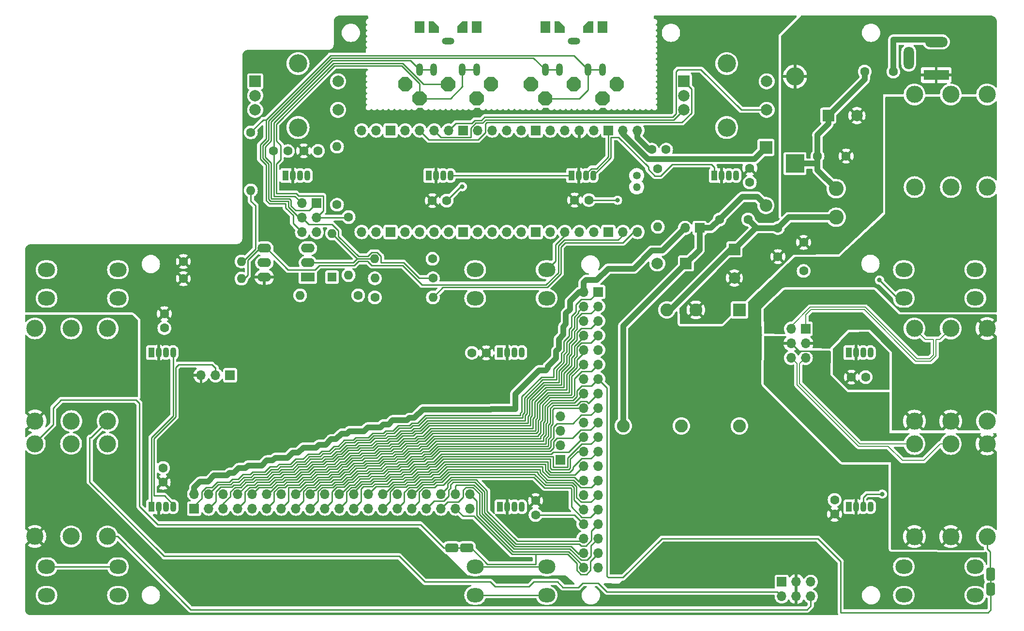
<source format=gtl>
G04 #@! TF.GenerationSoftware,KiCad,Pcbnew,7.0.1.1-36-gbcf78dbe24-dirty-deb11*
G04 #@! TF.CreationDate,2023-04-24T19:27:54+00:00*
G04 #@! TF.ProjectId,pedalboard-hw,70656461-6c62-46f6-9172-642d68772e6b,2.0.0*
G04 #@! TF.SameCoordinates,Original*
G04 #@! TF.FileFunction,Copper,L1,Top*
G04 #@! TF.FilePolarity,Positive*
%FSLAX46Y46*%
G04 Gerber Fmt 4.6, Leading zero omitted, Abs format (unit mm)*
G04 Created by KiCad (PCBNEW 7.0.1.1-36-gbcf78dbe24-dirty-deb11) date 2023-04-24 19:27:54*
%MOMM*%
%LPD*%
G01*
G04 APERTURE LIST*
G04 #@! TA.AperFunction,EtchedComponent*
%ADD10C,0.250000*%
G04 #@! TD*
G04 #@! TA.AperFunction,ComponentPad*
%ADD11C,1.600000*%
G04 #@! TD*
G04 #@! TA.AperFunction,ComponentPad*
%ADD12O,1.200000X2.200000*%
G04 #@! TD*
G04 #@! TA.AperFunction,ComponentPad*
%ADD13O,2.200000X1.200000*%
G04 #@! TD*
G04 #@! TA.AperFunction,ComponentPad*
%ADD14C,3.000000*%
G04 #@! TD*
G04 #@! TA.AperFunction,ComponentPad*
%ADD15R,4.400000X1.800000*%
G04 #@! TD*
G04 #@! TA.AperFunction,ComponentPad*
%ADD16O,4.000000X1.800000*%
G04 #@! TD*
G04 #@! TA.AperFunction,ComponentPad*
%ADD17O,1.800000X4.000000*%
G04 #@! TD*
G04 #@! TA.AperFunction,ComponentPad*
%ADD18O,1.600000X1.600000*%
G04 #@! TD*
G04 #@! TA.AperFunction,ComponentPad*
%ADD19R,1.070000X1.800000*%
G04 #@! TD*
G04 #@! TA.AperFunction,ComponentPad*
%ADD20O,1.070000X1.800000*%
G04 #@! TD*
G04 #@! TA.AperFunction,ComponentPad*
%ADD21R,2.250000X2.250000*%
G04 #@! TD*
G04 #@! TA.AperFunction,ComponentPad*
%ADD22C,2.250000*%
G04 #@! TD*
G04 #@! TA.AperFunction,ComponentPad*
%ADD23R,1.700000X1.700000*%
G04 #@! TD*
G04 #@! TA.AperFunction,ComponentPad*
%ADD24O,1.700000X1.700000*%
G04 #@! TD*
G04 #@! TA.AperFunction,ComponentPad*
%ADD25O,3.000000X2.500000*%
G04 #@! TD*
G04 #@! TA.AperFunction,ComponentPad*
%ADD26R,2.400000X1.600000*%
G04 #@! TD*
G04 #@! TA.AperFunction,ComponentPad*
%ADD27O,2.400000X1.600000*%
G04 #@! TD*
G04 #@! TA.AperFunction,ComponentPad*
%ADD28C,2.600000*%
G04 #@! TD*
G04 #@! TA.AperFunction,ComponentPad*
%ADD29R,1.800000X2.000000*%
G04 #@! TD*
G04 #@! TA.AperFunction,ComponentPad*
%ADD30R,2.000000X2.000000*%
G04 #@! TD*
G04 #@! TA.AperFunction,ComponentPad*
%ADD31C,2.000000*%
G04 #@! TD*
G04 #@! TA.AperFunction,ComponentPad*
%ADD32C,3.200000*%
G04 #@! TD*
G04 #@! TA.AperFunction,ComponentPad*
%ADD33R,1.600000X1.600000*%
G04 #@! TD*
G04 #@! TA.AperFunction,ComponentPad*
%ADD34R,3.200000X3.200000*%
G04 #@! TD*
G04 #@! TA.AperFunction,ComponentPad*
%ADD35O,3.200000X3.200000*%
G04 #@! TD*
G04 #@! TA.AperFunction,ComponentPad*
%ADD36R,2.200000X2.200000*%
G04 #@! TD*
G04 #@! TA.AperFunction,ComponentPad*
%ADD37O,2.200000X2.200000*%
G04 #@! TD*
G04 #@! TA.AperFunction,ComponentPad*
%ADD38C,1.350000*%
G04 #@! TD*
G04 #@! TA.AperFunction,ComponentPad*
%ADD39O,1.350000X1.350000*%
G04 #@! TD*
G04 #@! TA.AperFunction,ViaPad*
%ADD40C,0.800000*%
G04 #@! TD*
G04 #@! TA.AperFunction,Conductor*
%ADD41C,0.250000*%
G04 #@! TD*
G04 #@! TA.AperFunction,Conductor*
%ADD42C,1.000000*%
G04 #@! TD*
G04 #@! TA.AperFunction,Conductor*
%ADD43C,0.200000*%
G04 #@! TD*
G04 APERTURE END LIST*
D10*
X75813000Y11800000D02*
X76127000Y11800000D01*
X168930000Y6051000D02*
X168930000Y5737000D01*
D11*
X126800000Y78300000D03*
X126800000Y75800000D03*
D12*
X101000000Y95500000D03*
X98500000Y95500000D03*
D13*
X96000000Y100500000D03*
D12*
X91000000Y95500000D03*
X93500000Y95500000D03*
D14*
X8050000Y13800000D03*
X8050000Y30030000D03*
X1700000Y13800000D03*
X1700000Y30030000D03*
X14400000Y13800000D03*
X14400000Y30030000D03*
D11*
X138637600Y80400000D03*
X143637600Y80400000D03*
D15*
X159400000Y94600000D03*
D16*
X159400000Y100400000D03*
D17*
X154600000Y97600000D03*
D11*
X110700000Y78180000D03*
D18*
X110700000Y68020000D03*
D19*
X95600000Y77000000D03*
D20*
X96870000Y77000000D03*
X98140000Y77000000D03*
X99410000Y77000000D03*
D14*
X8085000Y34000000D03*
X8085000Y50230000D03*
X1735000Y34000000D03*
X1735000Y50230000D03*
X14435000Y34000000D03*
X14435000Y50230000D03*
D21*
X124960000Y53480000D03*
D22*
X117340000Y53480000D03*
X112260000Y53480000D03*
X104640000Y33160000D03*
X114800000Y33160000D03*
X124960000Y33160000D03*
D14*
X161950000Y30005000D03*
X161950000Y13775000D03*
X168300000Y30005000D03*
X168300000Y13775000D03*
X155600000Y30005000D03*
X155600000Y13775000D03*
G04 #@! TA.AperFunction,SMDPad,CuDef*
G36*
G01*
X73527000Y11419000D02*
X73527000Y12181000D01*
G75*
G02*
X73908000Y12562000I381000J0D01*
G01*
X75432000Y12562000D01*
G75*
G02*
X75813000Y12181000I0J-381000D01*
G01*
X75813000Y11419000D01*
G75*
G02*
X75432000Y11038000I-381000J0D01*
G01*
X73908000Y11038000D01*
G75*
G02*
X73527000Y11419000I0J381000D01*
G01*
G37*
G04 #@! TD.AperFunction*
G04 #@! TA.AperFunction,SMDPad,CuDef*
G36*
G01*
X76127000Y11419000D02*
X76127000Y12181000D01*
G75*
G02*
X76508000Y12562000I381000J0D01*
G01*
X78032000Y12562000D01*
G75*
G02*
X78413000Y12181000I0J-381000D01*
G01*
X78413000Y11419000D01*
G75*
G02*
X78032000Y11038000I-381000J0D01*
G01*
X76508000Y11038000D01*
G75*
G02*
X76127000Y11419000I0J381000D01*
G01*
G37*
G04 #@! TD.AperFunction*
D19*
X120600000Y77000000D03*
D20*
X121870000Y77000000D03*
X123140000Y77000000D03*
X124410000Y77000000D03*
D11*
X89310000Y20070000D03*
X89310000Y17570000D03*
D19*
X83100000Y19000000D03*
D20*
X84370000Y19000000D03*
X85640000Y19000000D03*
X86910000Y19000000D03*
D23*
X29590000Y18680000D03*
D24*
X29590000Y21220000D03*
X32130000Y18680000D03*
X32130000Y21220000D03*
X34670000Y18680000D03*
X34670000Y21220000D03*
X37210000Y18680000D03*
X37210000Y21220000D03*
X39750000Y18680000D03*
X39750000Y21220000D03*
X42290000Y18680000D03*
X42290000Y21220000D03*
X44830000Y18680000D03*
X44830000Y21220000D03*
X47370000Y18680000D03*
X47370000Y21220000D03*
X49910000Y18680000D03*
X49910000Y21220000D03*
X52450000Y18680000D03*
X52450000Y21220000D03*
X54990000Y18680000D03*
X54990000Y21220000D03*
X57530000Y18680000D03*
X57530000Y21220000D03*
X60070000Y18680000D03*
X60070000Y21220000D03*
X62610000Y18680000D03*
X62610000Y21220000D03*
X65150000Y18680000D03*
X65150000Y21220000D03*
X67690000Y18680000D03*
X67690000Y21220000D03*
X70230000Y18680000D03*
X70230000Y21220000D03*
X72770000Y18680000D03*
X72770000Y21220000D03*
X75310000Y18680000D03*
X75310000Y21220000D03*
X77850000Y18680000D03*
X77850000Y21220000D03*
D11*
X141620000Y17700000D03*
X141620000Y20200000D03*
X24155000Y23300000D03*
X24155000Y25800000D03*
D25*
X78750000Y60500000D03*
X91250000Y60500000D03*
X78750000Y55500000D03*
X91250000Y55500000D03*
D19*
X22100000Y46000000D03*
D20*
X23370000Y46000000D03*
X24640000Y46000000D03*
X25910000Y46000000D03*
D11*
X54575000Y71895000D03*
D18*
X54575000Y82055000D03*
D26*
X49475000Y59200000D03*
D27*
X49475000Y61740000D03*
X49475000Y64280000D03*
X41855000Y64280000D03*
X41855000Y61740000D03*
X41855000Y59200000D03*
D28*
X141900000Y74700000D03*
X141900000Y69700000D03*
D14*
X161965000Y91200000D03*
X161965000Y74970000D03*
X168315000Y91200000D03*
X168315000Y74970000D03*
X155615000Y91200000D03*
X155615000Y74970000D03*
D11*
X43475000Y81300000D03*
X45975000Y81300000D03*
G04 #@! TA.AperFunction,ComponentPad*
G36*
X89750000Y92482233D02*
G01*
X89017767Y91750000D01*
X87982233Y91750000D01*
X87250000Y92482233D01*
X87250000Y93517767D01*
X87982233Y94250000D01*
X89017767Y94250000D01*
X89750000Y93517767D01*
X89750000Y92482233D01*
G37*
G04 #@! TD.AperFunction*
G04 #@! TA.AperFunction,ComponentPad*
G36*
X96517767Y94250000D02*
G01*
X97250000Y93517767D01*
X97250000Y92482233D01*
X96517767Y91750000D01*
X95482233Y91750000D01*
X94750000Y92482233D01*
X94750000Y93517767D01*
X95482233Y94250000D01*
X96517767Y94250000D01*
G37*
G04 #@! TD.AperFunction*
G04 #@! TA.AperFunction,ComponentPad*
G36*
X104750000Y92482233D02*
G01*
X104017767Y91750000D01*
X102982233Y91750000D01*
X102250000Y92482233D01*
X102250000Y93517767D01*
X102982233Y94250000D01*
X104017767Y94250000D01*
X104750000Y93517767D01*
X104750000Y92482233D01*
G37*
G04 #@! TD.AperFunction*
G04 #@! TA.AperFunction,ComponentPad*
G36*
X92250000Y89982233D02*
G01*
X91517767Y89250000D01*
X90482233Y89250000D01*
X89750000Y89982233D01*
X89750000Y91017767D01*
X90482233Y91750000D01*
X91517767Y91750000D01*
X92250000Y91017767D01*
X92250000Y89982233D01*
G37*
G04 #@! TD.AperFunction*
G04 #@! TA.AperFunction,ComponentPad*
G36*
X102250000Y89982233D02*
G01*
X101517767Y89250000D01*
X100482233Y89250000D01*
X99750000Y89982233D01*
X99750000Y91017767D01*
X100482233Y91750000D01*
X101517767Y91750000D01*
X102250000Y91017767D01*
X102250000Y89982233D01*
G37*
G04 #@! TD.AperFunction*
G04 #@! TA.AperFunction,ComponentPad*
G36*
X99400000Y102000000D02*
G01*
X97600000Y102000000D01*
X97600000Y103100000D01*
X98500000Y104000000D01*
X99400000Y104000000D01*
X99400000Y102000000D01*
G37*
G04 #@! TD.AperFunction*
D29*
X101000000Y103000000D03*
X91000000Y103000000D03*
G04 #@! TA.AperFunction,ComponentPad*
G36*
X94400000Y102000000D02*
G01*
X92600000Y102000000D01*
X92600000Y104000000D01*
X93500000Y104000000D01*
X94400000Y103100000D01*
X94400000Y102000000D01*
G37*
G04 #@! TD.AperFunction*
D19*
X70600000Y77000000D03*
D20*
X71870000Y77000000D03*
X73140000Y77000000D03*
X74410000Y77000000D03*
D30*
X40250000Y93500000D03*
D31*
X40250000Y88500000D03*
X40250000Y91000000D03*
D32*
X47750000Y96600000D03*
X47750000Y85400000D03*
D31*
X54750000Y88500000D03*
X54750000Y93500000D03*
D11*
X48750000Y81325000D03*
X51250000Y81325000D03*
X144570000Y41700000D03*
X147070000Y41700000D03*
D30*
X124100000Y64067677D03*
D31*
X124100000Y59067677D03*
D11*
X58280000Y56020000D03*
D18*
X48120000Y56020000D03*
D30*
X115600000Y61600000D03*
D31*
X110600000Y61600000D03*
D19*
X45600000Y77000000D03*
D20*
X46870000Y77000000D03*
X48140000Y77000000D03*
X49410000Y77000000D03*
D11*
X71250000Y72600000D03*
X73750000Y72600000D03*
D14*
X161950000Y50220000D03*
X161950000Y33990000D03*
X168300000Y50220000D03*
X168300000Y33990000D03*
X155600000Y50220000D03*
X155600000Y33990000D03*
D25*
X3750000Y60500000D03*
X16250000Y60500000D03*
X3750000Y55500000D03*
X16250000Y55500000D03*
D11*
X109650000Y81530000D03*
X112150000Y81530000D03*
X27695000Y61950000D03*
D18*
X37855000Y61950000D03*
D30*
X140532323Y87500000D03*
D31*
X145532323Y87500000D03*
D19*
X144100000Y46000000D03*
D20*
X145370000Y46000000D03*
X146640000Y46000000D03*
X147910000Y46000000D03*
D11*
X61190000Y55660000D03*
D18*
X71350000Y55660000D03*
D19*
X22100000Y19000000D03*
D20*
X23370000Y19000000D03*
X24640000Y19000000D03*
X25910000Y19000000D03*
D11*
X56600000Y69730000D03*
D18*
X56600000Y59570000D03*
D11*
X126500000Y69300000D03*
X121500000Y69300000D03*
D33*
X53700000Y59225000D03*
D18*
X53700000Y66845000D03*
D11*
X96150000Y72700000D03*
X98650000Y72700000D03*
D34*
X134700000Y79100000D03*
D35*
X134700000Y94340000D03*
D11*
X71280000Y62425000D03*
D18*
X61120000Y62425000D03*
D11*
X151900000Y95200000D03*
X146900000Y95200000D03*
X131700000Y67800000D03*
X131700000Y62800000D03*
D19*
X144100000Y19000000D03*
D20*
X145370000Y19000000D03*
X146640000Y19000000D03*
X147910000Y19000000D03*
D25*
X153750000Y8500000D03*
X166250000Y8500000D03*
X153750000Y3500000D03*
X166250000Y3500000D03*
X153750000Y60500000D03*
X166250000Y60500000D03*
X153750000Y55500000D03*
X166250000Y55500000D03*
D11*
X80670000Y45950000D03*
X78170000Y45950000D03*
D25*
X3750000Y8500000D03*
X16250000Y8500000D03*
X3750000Y3500000D03*
X16250000Y3500000D03*
D11*
X71350000Y59020000D03*
D18*
X61190000Y59020000D03*
D30*
X115250000Y93500000D03*
D31*
X115250000Y88500000D03*
X115250000Y91000000D03*
D32*
X122750000Y96600000D03*
X122750000Y85400000D03*
D31*
X129750000Y88500000D03*
X129750000Y93500000D03*
D11*
X27695000Y58950000D03*
D18*
X37855000Y58950000D03*
D25*
X78750000Y8500000D03*
X91250000Y8500000D03*
X78750000Y3500000D03*
X91250000Y3500000D03*
D11*
X136200000Y60300000D03*
X136200000Y65300000D03*
G04 #@! TA.AperFunction,ComponentPad*
G36*
X67755500Y92482233D02*
G01*
X67023267Y91750000D01*
X65987733Y91750000D01*
X65255500Y92482233D01*
X65255500Y93517767D01*
X65987733Y94250000D01*
X67023267Y94250000D01*
X67755500Y93517767D01*
X67755500Y92482233D01*
G37*
G04 #@! TD.AperFunction*
G04 #@! TA.AperFunction,ComponentPad*
G36*
X74523267Y94250000D02*
G01*
X75255500Y93517767D01*
X75255500Y92482233D01*
X74523267Y91750000D01*
X73487733Y91750000D01*
X72755500Y92482233D01*
X72755500Y93517767D01*
X73487733Y94250000D01*
X74523267Y94250000D01*
G37*
G04 #@! TD.AperFunction*
G04 #@! TA.AperFunction,ComponentPad*
G36*
X82755500Y92482233D02*
G01*
X82023267Y91750000D01*
X80987733Y91750000D01*
X80255500Y92482233D01*
X80255500Y93517767D01*
X80987733Y94250000D01*
X82023267Y94250000D01*
X82755500Y93517767D01*
X82755500Y92482233D01*
G37*
G04 #@! TD.AperFunction*
G04 #@! TA.AperFunction,ComponentPad*
G36*
X70255500Y89982233D02*
G01*
X69523267Y89250000D01*
X68487733Y89250000D01*
X67755500Y89982233D01*
X67755500Y91017767D01*
X68487733Y91750000D01*
X69523267Y91750000D01*
X70255500Y91017767D01*
X70255500Y89982233D01*
G37*
G04 #@! TD.AperFunction*
G04 #@! TA.AperFunction,ComponentPad*
G36*
X80255500Y89982233D02*
G01*
X79523267Y89250000D01*
X78487733Y89250000D01*
X77755500Y89982233D01*
X77755500Y91017767D01*
X78487733Y91750000D01*
X79523267Y91750000D01*
X80255500Y91017767D01*
X80255500Y89982233D01*
G37*
G04 #@! TD.AperFunction*
G04 #@! TA.AperFunction,ComponentPad*
G36*
X77405500Y102000000D02*
G01*
X75605500Y102000000D01*
X75605500Y103100000D01*
X76505500Y104000000D01*
X77405500Y104000000D01*
X77405500Y102000000D01*
G37*
G04 #@! TD.AperFunction*
D29*
X79005500Y103000000D03*
X69005500Y103000000D03*
G04 #@! TA.AperFunction,ComponentPad*
G36*
X72405500Y102000000D02*
G01*
X70605500Y102000000D01*
X70605500Y104000000D01*
X71505500Y104000000D01*
X72405500Y103100000D01*
X72405500Y102000000D01*
G37*
G04 #@! TD.AperFunction*
D11*
X24355000Y52800000D03*
X24355000Y50300000D03*
G04 #@! TA.AperFunction,SMDPad,CuDef*
G36*
G01*
X168549000Y8337000D02*
X169311000Y8337000D01*
G75*
G02*
X169692000Y7956000I0J-381000D01*
G01*
X169692000Y6432000D01*
G75*
G02*
X169311000Y6051000I-381000J0D01*
G01*
X168549000Y6051000D01*
G75*
G02*
X168168000Y6432000I0J381000D01*
G01*
X168168000Y7956000D01*
G75*
G02*
X168549000Y8337000I381000J0D01*
G01*
G37*
G04 #@! TD.AperFunction*
G04 #@! TA.AperFunction,SMDPad,CuDef*
G36*
G01*
X168549000Y5737000D02*
X169311000Y5737000D01*
G75*
G02*
X169692000Y5356000I0J-381000D01*
G01*
X169692000Y3832000D01*
G75*
G02*
X169311000Y3451000I-381000J0D01*
G01*
X168549000Y3451000D01*
G75*
G02*
X168168000Y3832000I0J381000D01*
G01*
X168168000Y5356000D01*
G75*
G02*
X168549000Y5737000I381000J0D01*
G01*
G37*
G04 #@! TD.AperFunction*
D36*
X129606000Y81921600D03*
D37*
X129606000Y71761600D03*
D19*
X83100000Y46000000D03*
D20*
X84370000Y46000000D03*
X85640000Y46000000D03*
X86910000Y46000000D03*
D11*
X39500000Y84555000D03*
D18*
X39500000Y74395000D03*
D12*
X79000000Y95500000D03*
X76500000Y95500000D03*
D13*
X74000000Y100500000D03*
D12*
X69000000Y95500000D03*
X71500000Y95500000D03*
D23*
X93625000Y27220000D03*
D24*
X93625000Y29760000D03*
X93625000Y32300000D03*
X93625000Y34840000D03*
D23*
X118000000Y67825000D03*
D24*
X115460000Y67825000D03*
D38*
X107000000Y77000000D03*
D39*
X107000000Y75000000D03*
D24*
X107130000Y67110000D03*
X104590000Y67110000D03*
D23*
X102050000Y67110000D03*
D24*
X99510000Y67110000D03*
X96970000Y67110000D03*
X94430000Y67110000D03*
X91890000Y67110000D03*
D23*
X89350000Y67110000D03*
D24*
X86810000Y67110000D03*
X84270000Y67110000D03*
X81730000Y67110000D03*
X79190000Y67110000D03*
D23*
X76650000Y67110000D03*
D24*
X74110000Y67110000D03*
X71570000Y67110000D03*
X69030000Y67110000D03*
X66490000Y67110000D03*
D23*
X63950000Y67110000D03*
D24*
X61410000Y67110000D03*
X58870000Y67110000D03*
X58870000Y84890000D03*
X61410000Y84890000D03*
D23*
X63950000Y84890000D03*
D24*
X66490000Y84890000D03*
X69030000Y84890000D03*
X71570000Y84890000D03*
X74110000Y84890000D03*
D23*
X76650000Y84890000D03*
D24*
X79190000Y84890000D03*
X81730000Y84890000D03*
X84270000Y84890000D03*
X86810000Y84890000D03*
D23*
X89350000Y84890000D03*
D24*
X91890000Y84890000D03*
X94430000Y84890000D03*
X96970000Y84890000D03*
X99510000Y84890000D03*
D23*
X102050000Y84890000D03*
D24*
X104590000Y84890000D03*
X107130000Y84890000D03*
D23*
X35865000Y42037400D03*
D24*
X33325000Y42037400D03*
X30785000Y42037400D03*
D23*
X100250000Y56624400D03*
D24*
X97710000Y56624400D03*
X100250000Y54084400D03*
X97710000Y54084400D03*
X100250000Y51544400D03*
X97710000Y51544400D03*
X100250000Y49004400D03*
X97710000Y49004400D03*
X100250000Y46464400D03*
X97710000Y46464400D03*
X100250000Y43924400D03*
X97710000Y43924400D03*
X100250000Y41384400D03*
X97710000Y41384400D03*
X100250000Y38844400D03*
X97710000Y38844400D03*
X100250000Y36304400D03*
X97710000Y36304400D03*
X100250000Y33764400D03*
X97710000Y33764400D03*
X100250000Y31224400D03*
X97710000Y31224400D03*
X100250000Y28684400D03*
X97710000Y28684400D03*
X100250000Y26144400D03*
X97710000Y26144400D03*
X100250000Y23604400D03*
X97710000Y23604400D03*
X100250000Y21064400D03*
X97710000Y21064400D03*
X100250000Y18524400D03*
X97710000Y18524400D03*
X100250000Y15984400D03*
X97710000Y15984400D03*
X100250000Y13444400D03*
X97710000Y13444400D03*
X100250000Y10904400D03*
X97710000Y10904400D03*
X100250000Y8364400D03*
X97710000Y8364400D03*
D23*
X136555000Y50154400D03*
D24*
X134015000Y50154400D03*
X136555000Y47614400D03*
X134015000Y47614400D03*
X136555000Y45074400D03*
X134015000Y45074400D03*
D23*
X132380000Y5849400D03*
D24*
X132380000Y3309400D03*
X134920000Y5849400D03*
X134920000Y3309400D03*
X137460000Y5849400D03*
X137460000Y3309400D03*
D23*
X51000000Y72150000D03*
D24*
X48460000Y72150000D03*
X51000000Y69610000D03*
X48460000Y69610000D03*
X51000000Y67070000D03*
X48460000Y67070000D03*
D40*
X149976800Y21215600D03*
X149468800Y58706000D03*
X76500000Y75050000D03*
X103650000Y72676000D03*
X158800000Y31200000D03*
D41*
X147233600Y21215600D02*
X146640000Y20622000D01*
X76200000Y75050000D02*
X76500000Y75050000D01*
X78750000Y3500000D02*
X91250000Y3500000D01*
X149468800Y58706000D02*
X152674800Y55500000D01*
X149976800Y21215600D02*
X147233600Y21215600D01*
X73750000Y72600000D02*
X76200000Y75050000D01*
X99053776Y78225000D02*
X99998604Y78225000D01*
X146640000Y20622000D02*
X146640000Y19000000D01*
X96124400Y17570000D02*
X97710000Y15984400D01*
X89310000Y17570000D02*
X96124400Y17570000D01*
X102050000Y80276396D02*
X102050000Y84890000D01*
X103626000Y72700000D02*
X103650000Y72676000D01*
X98140000Y77311224D02*
X99053776Y78225000D01*
X99998604Y78225000D02*
X102050000Y80276396D01*
X98650000Y72700000D02*
X103626000Y72700000D01*
X74410000Y77000000D02*
X95600000Y77000000D01*
X109032000Y78115588D02*
X110204388Y76943200D01*
X109032000Y78530652D02*
X109032000Y78115588D01*
X99410000Y77000000D02*
X102500000Y80090000D01*
X111195612Y76943200D02*
X113227412Y78975000D01*
X120055800Y78975000D02*
X120600000Y78430800D01*
X120600000Y78430800D02*
X120600000Y77000000D01*
X103847652Y83715000D02*
X109032000Y78530652D01*
X110204388Y76943200D02*
X111195612Y76943200D01*
X113227412Y78975000D02*
X120055800Y78975000D01*
X102500000Y83715000D02*
X103847652Y83715000D01*
X102500000Y80090000D02*
X102500000Y83715000D01*
X22100000Y19000000D02*
X22100000Y31130000D01*
X25910000Y46000000D02*
X25910000Y34940000D01*
X22100000Y31130000D02*
X25910000Y34940000D01*
X33289200Y43364400D02*
X33325000Y43328600D01*
X26360000Y43415200D02*
X26817200Y43872400D01*
X33325000Y43328600D02*
X33325000Y42037400D01*
X26817200Y43872400D02*
X32679600Y43872400D01*
X26360000Y34753604D02*
X26360000Y43415200D01*
X22550000Y30943604D02*
X26360000Y34753604D01*
X24364200Y20910800D02*
X22550000Y20910800D01*
X33187600Y43364400D02*
X33289200Y43364400D01*
X25910000Y19365000D02*
X24364200Y20910800D01*
X32679600Y43872400D02*
X33187600Y43364400D01*
X22550000Y20910800D02*
X22550000Y30943604D01*
X53700000Y66845000D02*
X58120000Y62425000D01*
X49475000Y61740000D02*
X57435000Y61740000D01*
X57435000Y61740000D02*
X58120000Y62425000D01*
X61120000Y62425000D02*
X58120000Y62425000D01*
X53946347Y26934800D02*
X54806547Y27795000D01*
X61549567Y30100000D02*
X63453171Y30100000D01*
X63848171Y30495000D02*
X65115379Y30495000D01*
X40102208Y22845000D02*
X40555406Y23298198D01*
X52189339Y26445000D02*
X52679139Y26934800D01*
X47175024Y24645000D02*
X48075024Y25545000D01*
X37210000Y21220000D02*
X38835000Y22845000D01*
X88400000Y34639265D02*
X88700000Y34939265D01*
X95635000Y45116980D02*
X96085000Y45566980D01*
X95635000Y43758588D02*
X95635000Y45116980D01*
X88700000Y37531168D02*
X91073232Y39904400D01*
X49385735Y25545000D02*
X50285735Y26445000D01*
X43597715Y24195000D02*
X44733020Y24195000D01*
X40555406Y23298198D02*
X42700913Y23298198D01*
X60772764Y29323197D02*
X61549567Y30100000D01*
X45183020Y24645000D02*
X47175024Y24645000D01*
X67953031Y31429048D02*
X68368983Y31845000D01*
X38835000Y22845000D02*
X40102208Y22845000D01*
X94284998Y42408586D02*
X95635000Y43758588D01*
X88700000Y34939265D02*
X88700000Y37531168D01*
X69394288Y31845000D02*
X70749288Y33200000D01*
X54806547Y27795000D02*
X55495456Y27795000D01*
X91073232Y39904400D02*
X94284998Y39904400D01*
X48075024Y25545000D02*
X49385735Y25545000D01*
X58160456Y28890000D02*
X58593653Y29323197D01*
X68368983Y31845000D02*
X69394288Y31845000D01*
X96085000Y45566980D02*
X96085000Y47137497D01*
X65115379Y30495000D02*
X66049427Y31429048D01*
X88400000Y33200000D02*
X88400000Y34639265D01*
X44733020Y24195000D02*
X45183020Y24645000D01*
X66049427Y31429048D02*
X67953031Y31429048D01*
X50285735Y26445000D02*
X52189339Y26445000D01*
X70749288Y33200000D02*
X88400000Y33200000D01*
X63453171Y30100000D02*
X63848171Y30495000D01*
X58593653Y29323197D02*
X60772764Y29323197D01*
X94284998Y39904400D02*
X94284998Y42408586D01*
X55495456Y27795000D02*
X56590456Y28890000D01*
X42700913Y23298198D02*
X43597715Y24195000D01*
X52679139Y26934800D02*
X53946347Y26934800D01*
X56590456Y28890000D02*
X58160456Y28890000D01*
X96085000Y47137497D02*
X97710000Y48762497D01*
X71122080Y32300000D02*
X89237131Y32300000D01*
X68325823Y30529048D02*
X68741775Y30945000D01*
X43070507Y22395000D02*
X43970507Y23295000D01*
X95184998Y39004400D02*
X95184998Y42035794D01*
X65488171Y29595000D02*
X66422219Y30529048D01*
X61145556Y28423197D02*
X61922359Y29200000D01*
X68741775Y30945000D02*
X69767080Y30945000D01*
X39750000Y21220000D02*
X40925000Y22395000D01*
X96560952Y43411748D02*
X96535000Y43437699D01*
X56963248Y27990000D02*
X58533248Y27990000D01*
X89300000Y32362869D02*
X89300000Y34266473D01*
X45105812Y23295000D02*
X45555812Y23745000D01*
X69767080Y30945000D02*
X71122080Y32300000D01*
X45555812Y23745000D02*
X47547816Y23745000D01*
X89237131Y32300000D02*
X89300000Y32362869D01*
X63825963Y29200000D02*
X64220963Y29595000D01*
X50658527Y25545000D02*
X52562131Y25545000D01*
X91446024Y39004400D02*
X95184998Y39004400D01*
X40925000Y22395000D02*
X43070507Y22395000D01*
X58533248Y27990000D02*
X58966445Y28423197D01*
X55179339Y26895000D02*
X55868248Y26895000D01*
X66422219Y30529048D02*
X68325823Y30529048D01*
X89300000Y34266473D02*
X89600000Y34566473D01*
X89600000Y37158376D02*
X91446024Y39004400D01*
X48447816Y24645000D02*
X49758527Y24645000D01*
X52562131Y25545000D02*
X53051931Y26034800D01*
X95184998Y42035794D02*
X96560952Y43411748D01*
X49758527Y24645000D02*
X50658527Y25545000D01*
X53051931Y26034800D02*
X54319139Y26034800D01*
X96535000Y43437699D02*
X96535000Y44744188D01*
X43970507Y23295000D02*
X45105812Y23295000D01*
X64220963Y29595000D02*
X65488171Y29595000D01*
X55868248Y26895000D02*
X56963248Y27990000D01*
X89600000Y34566473D02*
X89600000Y37158376D01*
X47547816Y23745000D02*
X48447816Y24645000D01*
X54319139Y26034800D02*
X55179339Y26895000D01*
X96535000Y44744188D02*
X97710000Y45919188D01*
X58966445Y28423197D02*
X61145556Y28423197D01*
X61922359Y29200000D02*
X63825963Y29200000D01*
X90327648Y41704400D02*
X92484998Y41704400D01*
X33623604Y23350000D02*
X35769111Y23350000D01*
X57414872Y30690000D02*
X57848069Y31123197D01*
X39356624Y24645000D02*
X39809822Y25098198D01*
X96343604Y54379705D02*
X97263899Y55300000D01*
X92484998Y43154170D02*
X93835000Y44504172D01*
X94285000Y46312564D02*
X94285000Y47948681D01*
X95635000Y52403893D02*
X96343604Y53112497D01*
X70003704Y35000000D02*
X86600000Y35000000D01*
X68648704Y33645000D02*
X70003704Y35000000D01*
X57848069Y31123197D02*
X60027180Y31123197D01*
X36229111Y23810000D02*
X37254416Y23810000D01*
X42852131Y25995000D02*
X43987436Y25995000D01*
X55844872Y30690000D02*
X57414872Y30690000D01*
X86600000Y35384849D02*
X86900000Y35684849D01*
X97263899Y55300000D02*
X98925600Y55300000D01*
X41955329Y25098198D02*
X42852131Y25995000D01*
X51443755Y28245000D02*
X51933555Y28734800D01*
X51933555Y28734800D02*
X53200763Y28734800D01*
X29590000Y19160000D02*
X30900000Y20470000D01*
X98925600Y55300000D02*
X100250000Y56624400D01*
X92484998Y41704400D02*
X92484998Y43154170D01*
X44437436Y26445000D02*
X46429440Y26445000D01*
X67623399Y33645000D02*
X68648704Y33645000D01*
X46429440Y26445000D02*
X47329440Y27345000D01*
X93835000Y44504172D02*
X93835000Y45862564D01*
X37254416Y23810000D02*
X38089416Y24645000D01*
X67207447Y33229048D02*
X67623399Y33645000D01*
X94285000Y47948681D02*
X95185000Y48848681D01*
X30900000Y21651701D02*
X31643299Y22395000D01*
X39809822Y25098198D02*
X41955329Y25098198D01*
X95185000Y50050289D02*
X95635000Y50500289D01*
X86900000Y38276752D02*
X90327648Y41704400D01*
X95635000Y50500289D02*
X95635000Y52403893D01*
X93835000Y45862564D02*
X94285000Y46312564D01*
X31643299Y22395000D02*
X32668604Y22395000D01*
X54060963Y29595000D02*
X54749872Y29595000D01*
X60803983Y31900000D02*
X62707587Y31900000D01*
X54749872Y29595000D02*
X55844872Y30690000D01*
X47329440Y27345000D02*
X48640151Y27345000D01*
X38089416Y24645000D02*
X39356624Y24645000D01*
X96343604Y53112497D02*
X96343604Y54379705D01*
X35769111Y23350000D02*
X36229111Y23810000D01*
X32668604Y22395000D02*
X33623604Y23350000D01*
X64369795Y32295000D02*
X65303843Y33229048D01*
X63102587Y32295000D02*
X64369795Y32295000D01*
X60027180Y31123197D02*
X60803983Y31900000D01*
X30900000Y20470000D02*
X30900000Y21651701D01*
X49540151Y28245000D02*
X51443755Y28245000D01*
X65303843Y33229048D02*
X67207447Y33229048D01*
X48640151Y27345000D02*
X49540151Y28245000D01*
X95185000Y48848681D02*
X95185000Y50115889D01*
X43987436Y25995000D02*
X44437436Y26445000D01*
X86900000Y35684849D02*
X86900000Y38276752D01*
X62707587Y31900000D02*
X63102587Y32295000D01*
X86600000Y35000000D02*
X86600000Y35384849D01*
X53200763Y28734800D02*
X54060963Y29595000D01*
X67580239Y32329048D02*
X67996191Y32745000D01*
X67996191Y32745000D02*
X69021496Y32745000D01*
X54433755Y28695000D02*
X55122664Y28695000D01*
X39729416Y23745000D02*
X40182614Y24198198D01*
X49012943Y26445000D02*
X49912943Y27345000D01*
X87800000Y35312057D02*
X87800000Y37903960D01*
X97348299Y52844400D02*
X99010000Y52844400D01*
X96535000Y52031101D02*
X97348299Y52844400D01*
X42328121Y24198198D02*
X43224923Y25095000D01*
X44810228Y25545000D02*
X46802232Y25545000D01*
X40182614Y24198198D02*
X42328121Y24198198D01*
X53573555Y27834800D02*
X54433755Y28695000D01*
X70376496Y34100000D02*
X87500000Y34100000D01*
X69021496Y32745000D02*
X70376496Y34100000D01*
X34238299Y22450000D02*
X36141903Y22450000D01*
X93384998Y40804400D02*
X93384998Y42781378D01*
X33390800Y19940800D02*
X33390800Y21602501D01*
X49912943Y27345000D02*
X51816547Y27345000D01*
X36141903Y22450000D02*
X36536903Y22845000D01*
X96085000Y49677497D02*
X96535000Y50127497D01*
X87500000Y34100000D02*
X87500000Y35012057D01*
X44360228Y25095000D02*
X44810228Y25545000D01*
X61176775Y31000000D02*
X63080379Y31000000D01*
X96535000Y50127497D02*
X96535000Y52031101D01*
X52306347Y27834800D02*
X53573555Y27834800D01*
X93384998Y42781378D02*
X94735000Y44131380D01*
X55122664Y28695000D02*
X56217664Y29790000D01*
X99010000Y52844400D02*
X100250000Y54084400D01*
X38462208Y23745000D02*
X39729416Y23745000D01*
X95185000Y47575889D02*
X96085000Y48475889D01*
X33390800Y21602501D02*
X34238299Y22450000D01*
X63080379Y31000000D02*
X63475379Y31395000D01*
X87500000Y35012057D02*
X87800000Y35312057D01*
X94735000Y44131380D02*
X94735000Y45489772D01*
X63475379Y31395000D02*
X64742587Y31395000D01*
X43224923Y25095000D02*
X44360228Y25095000D01*
X57787664Y29790000D02*
X58220861Y30223197D01*
X94735000Y45489772D02*
X95185000Y45939772D01*
X36536903Y22845000D02*
X37562208Y22845000D01*
X96085000Y48475889D02*
X96085000Y49677497D01*
X56217664Y29790000D02*
X57787664Y29790000D01*
X60399972Y30223197D02*
X61176775Y31000000D01*
X64742587Y31395000D02*
X65676635Y32329048D01*
X37562208Y22845000D02*
X38462208Y23745000D01*
X51816547Y27345000D02*
X52306347Y27834800D01*
X46802232Y25545000D02*
X47702232Y26445000D01*
X58220861Y30223197D02*
X60399972Y30223197D01*
X32130000Y18680000D02*
X33390800Y19940800D01*
X47702232Y26445000D02*
X49012943Y26445000D01*
X87800000Y37903960D02*
X90700440Y40804400D01*
X95185000Y45939772D02*
X95185000Y47575889D01*
X90700440Y40804400D02*
X93384998Y40804400D01*
X65676635Y32329048D02*
X67580239Y32329048D01*
X52492743Y27384800D02*
X53759951Y27384800D01*
X95635000Y45753376D02*
X95635000Y47323893D01*
X90886836Y40354400D02*
X93834998Y40354400D01*
X97328299Y50284400D02*
X98990000Y50284400D01*
X95185000Y45303376D02*
X95635000Y45753376D01*
X88250000Y35125661D02*
X88250000Y37717564D01*
X36723299Y22395000D02*
X37748604Y22395000D01*
X69207892Y32295000D02*
X70562892Y33650000D01*
X64928983Y30945000D02*
X65863031Y31879048D01*
X52002943Y26895000D02*
X52492743Y27384800D01*
X57974060Y29340000D02*
X58407257Y29773197D01*
X50099339Y26895000D02*
X52002943Y26895000D01*
X68182587Y32295000D02*
X69207892Y32295000D01*
X53759951Y27384800D02*
X54620151Y28245000D01*
X44546624Y24645000D02*
X44996624Y25095000D01*
X63661775Y30945000D02*
X64928983Y30945000D01*
X35930800Y21602501D02*
X36723299Y22395000D01*
X95635000Y47323893D02*
X96535000Y48223893D01*
X95185000Y43944984D02*
X95185000Y45303376D01*
X34670000Y18680000D02*
X34670000Y19558299D01*
X43411319Y24645000D02*
X44546624Y24645000D01*
X60586368Y29773197D02*
X61363171Y30550000D01*
X47888628Y25995000D02*
X49199339Y25995000D01*
X88250000Y37717564D02*
X90886836Y40354400D01*
X93834998Y40354400D02*
X93834998Y42594982D01*
X38648604Y23295000D02*
X39915812Y23295000D01*
X87950000Y33650000D02*
X87950000Y34825661D01*
X96535000Y48223893D02*
X96535000Y49491101D01*
X58407257Y29773197D02*
X60586368Y29773197D01*
X34670000Y19558299D02*
X35930800Y20819099D01*
X65863031Y31879048D02*
X67766635Y31879048D01*
X44996624Y25095000D02*
X46988628Y25095000D01*
X93834998Y42594982D02*
X95185000Y43944984D01*
X54620151Y28245000D02*
X55309060Y28245000D01*
X63266775Y30550000D02*
X63661775Y30945000D01*
X61363171Y30550000D02*
X63266775Y30550000D01*
X49199339Y25995000D02*
X50099339Y26895000D01*
X56404060Y29340000D02*
X57974060Y29340000D01*
X39915812Y23295000D02*
X40369010Y23748198D01*
X55309060Y28245000D02*
X56404060Y29340000D01*
X67766635Y31879048D02*
X68182587Y32295000D01*
X40369010Y23748198D02*
X42514517Y23748198D01*
X46988628Y25095000D02*
X47888628Y25995000D01*
X35930800Y20819099D02*
X35930800Y21602501D01*
X70562892Y33650000D02*
X87950000Y33650000D01*
X42514517Y23748198D02*
X43411319Y24645000D01*
X37748604Y22395000D02*
X38648604Y23295000D01*
X87950000Y34825661D02*
X88250000Y35125661D01*
X96535000Y49491101D02*
X97328299Y50284400D01*
X98990000Y50284400D02*
X100250000Y51544400D01*
X50472131Y25995000D02*
X52375735Y25995000D01*
X39263299Y22395000D02*
X40288604Y22395000D01*
X96535000Y45380584D02*
X96535000Y46951101D01*
X58780049Y28873197D02*
X60959160Y28873197D01*
X63639567Y29650000D02*
X64034567Y30045000D01*
X98970000Y47724400D02*
X100250000Y49004400D01*
X56776852Y28440000D02*
X58346852Y28440000D01*
X47361420Y24195000D02*
X48261420Y25095000D01*
X44919416Y23745000D02*
X45369416Y24195000D01*
X66235823Y30979048D02*
X68139427Y30979048D01*
X96085000Y44930584D02*
X96535000Y45380584D01*
X49572131Y25095000D02*
X50472131Y25995000D01*
X58346852Y28440000D02*
X58780049Y28873197D01*
X43784111Y23745000D02*
X44919416Y23745000D01*
X40738604Y22845000D02*
X42884111Y22845000D01*
X68139427Y30979048D02*
X68555379Y31395000D01*
X69580684Y31395000D02*
X70935684Y32750000D01*
X52375735Y25995000D02*
X52865535Y26484800D01*
X96535000Y46951101D02*
X97308299Y47724400D01*
X89150000Y37344772D02*
X91259628Y39454400D01*
X88850000Y34452869D02*
X89150000Y34752869D01*
X89150000Y34752869D02*
X89150000Y37344772D01*
X54992943Y27345000D02*
X55681852Y27345000D01*
X60959160Y28873197D02*
X61735963Y29650000D01*
X61735963Y29650000D02*
X63639567Y29650000D01*
X97308299Y47724400D02*
X98970000Y47724400D01*
X65301775Y30045000D02*
X66235823Y30979048D01*
X70935684Y32750000D02*
X88850000Y32750000D01*
X37210000Y18680000D02*
X38470800Y19940800D01*
X38470800Y21602501D02*
X39263299Y22395000D01*
X91259628Y39454400D02*
X94734998Y39454400D01*
X54132743Y26484800D02*
X54992943Y27345000D01*
X42884111Y22845000D02*
X43784111Y23745000D01*
X64034567Y30045000D02*
X65301775Y30045000D01*
X68555379Y31395000D02*
X69580684Y31395000D01*
X40288604Y22395000D02*
X40738604Y22845000D01*
X52865535Y26484800D02*
X54132743Y26484800D01*
X88850000Y32750000D02*
X88850000Y34452869D01*
X96085000Y43572192D02*
X96085000Y44930584D01*
X55681852Y27345000D02*
X56776852Y28440000D01*
X45369416Y24195000D02*
X47361420Y24195000D01*
X94734998Y42222190D02*
X96085000Y43572192D01*
X94734998Y39454400D02*
X94734998Y42222190D01*
X48261420Y25095000D02*
X49572131Y25095000D01*
X38470800Y19940800D02*
X38470800Y21602501D01*
X57621396Y61290000D02*
X58306396Y61975000D01*
X59995000Y61959009D02*
X60664009Y61290000D01*
X69418604Y57895000D02*
X91155000Y57895000D01*
X38980000Y59550000D02*
X38980000Y62180000D01*
X38380000Y58950000D02*
X38980000Y59550000D01*
X50730000Y60510000D02*
X51510000Y61290000D01*
X60664009Y61290000D02*
X66023604Y61290000D01*
X94293604Y65700000D02*
X103760000Y65700000D01*
X59995000Y61975000D02*
X59995000Y61959009D01*
X38980000Y62180000D02*
X41080000Y64280000D01*
X58306396Y61975000D02*
X59995000Y61975000D01*
X51510000Y61290000D02*
X57621396Y61290000D01*
X91155000Y57895000D02*
X93280698Y60020698D01*
X45995000Y60510000D02*
X50730000Y60510000D01*
X93280698Y60020698D02*
X93280698Y64687094D01*
X93280698Y64687094D02*
X94293604Y65700000D01*
X66023604Y61290000D02*
X69418604Y57895000D01*
X42225000Y64280000D02*
X45995000Y60510000D01*
X103760000Y65700000D02*
X104590000Y66530000D01*
X94480000Y65250000D02*
X93730698Y64500698D01*
X73090000Y57445000D02*
X73090000Y57400000D01*
X104610000Y65250000D02*
X94480000Y65250000D01*
X93730698Y64500698D02*
X93730698Y59834302D01*
X91341396Y57445000D02*
X73090000Y57445000D01*
X93730698Y59834302D02*
X91341396Y57445000D01*
X106470000Y67110000D02*
X104610000Y65250000D01*
X73090000Y57400000D02*
X71350000Y55660000D01*
X45316701Y22395000D02*
X45327701Y22384000D01*
X45327701Y22384000D02*
X45467604Y22384000D01*
X95697208Y38104400D02*
X96084998Y38492190D01*
X64198755Y28300000D02*
X64593755Y28695000D01*
X58906040Y27090000D02*
X59339237Y27523197D01*
X54691931Y25134800D02*
X55552131Y25995000D01*
X68698615Y29629048D02*
X69114567Y30045000D01*
X62295151Y28300000D02*
X64198755Y28300000D01*
X61518348Y27523197D02*
X62295151Y28300000D01*
X89750000Y31540077D02*
X90200000Y31990077D01*
X44343299Y22395000D02*
X45316701Y22395000D01*
X48820608Y23745000D02*
X50131319Y23745000D01*
X52934923Y24645000D02*
X53424723Y25134800D01*
X90200000Y33893681D02*
X90500000Y34193681D01*
X96084998Y41421099D02*
X97413299Y42749400D01*
X90500000Y34193681D02*
X90500000Y36785584D01*
X53424723Y25134800D02*
X54691931Y25134800D01*
X97413299Y42749400D02*
X99075000Y42749400D01*
X64593755Y28695000D02*
X65860963Y28695000D01*
X57336040Y27090000D02*
X58906040Y27090000D01*
X56241040Y25995000D02*
X57336040Y27090000D01*
X90500000Y36785584D02*
X91818816Y38104400D01*
X59339237Y27523197D02*
X61518348Y27523197D01*
X43550800Y19940800D02*
X43550800Y21602501D01*
X90200000Y31990077D02*
X90200000Y33893681D01*
X99075000Y42749400D02*
X100250000Y43924400D01*
X50131319Y23745000D02*
X51031319Y24645000D01*
X55552131Y25995000D02*
X56241040Y25995000D01*
X45467604Y22384000D02*
X45928604Y22845000D01*
X71494872Y31400000D02*
X89750000Y31400000D01*
X43550800Y21602501D02*
X44343299Y22395000D01*
X70139872Y30045000D02*
X71494872Y31400000D01*
X65860963Y28695000D02*
X66795011Y29629048D01*
X91818816Y38104400D02*
X95697208Y38104400D01*
X89750000Y31400000D02*
X89750000Y31540077D01*
X42290000Y18680000D02*
X43550800Y19940800D01*
X69114567Y30045000D02*
X70139872Y30045000D01*
X51031319Y24645000D02*
X52934923Y24645000D01*
X45928604Y22845000D02*
X47920608Y22845000D01*
X96084998Y38492190D02*
X96084998Y41421099D01*
X66795011Y29629048D02*
X68698615Y29629048D01*
X47920608Y22845000D02*
X48820608Y23745000D01*
X53238327Y25584800D02*
X54505535Y25584800D01*
X57149644Y27540000D02*
X58719644Y27540000D01*
X48634212Y24195000D02*
X49944923Y24195000D01*
X59152841Y27973197D02*
X61331952Y27973197D01*
X58719644Y27540000D02*
X59152841Y27973197D01*
X61331952Y27973197D02*
X62108755Y28750000D01*
X55365735Y26445000D02*
X56054644Y26445000D01*
X69953476Y30495000D02*
X71308476Y31850000D01*
X42531903Y21220000D02*
X44156903Y22845000D01*
X45742208Y23295000D02*
X47734212Y23295000D01*
X64407359Y29145000D02*
X65674567Y29145000D01*
X54505535Y25584800D02*
X55365735Y26445000D01*
X47734212Y23295000D02*
X48634212Y24195000D01*
X89423527Y31850000D02*
X89750000Y32176473D01*
X45292208Y22845000D02*
X45742208Y23295000D01*
X56054644Y26445000D02*
X57149644Y27540000D01*
X52748527Y25095000D02*
X53238327Y25584800D01*
X89750000Y34080077D02*
X90050000Y34380077D01*
X95510812Y38554400D02*
X95634998Y38678586D01*
X71308476Y31850000D02*
X89423527Y31850000D01*
X64012359Y28750000D02*
X64407359Y29145000D01*
X66608615Y30079048D02*
X68512219Y30079048D01*
X90050000Y36971980D02*
X91632420Y38554400D01*
X62108755Y28750000D02*
X64012359Y28750000D01*
X68928171Y30495000D02*
X69953476Y30495000D01*
X68512219Y30079048D02*
X68928171Y30495000D01*
X95634998Y38678586D02*
X95634998Y41849398D01*
X95634998Y41849398D02*
X97710000Y43924400D01*
X49944923Y24195000D02*
X50844923Y25095000D01*
X50844923Y25095000D02*
X52748527Y25095000D01*
X90050000Y34380077D02*
X90050000Y36971980D01*
X89750000Y32176473D02*
X89750000Y34080077D01*
X44156903Y22845000D02*
X45292208Y22845000D01*
X65674567Y29145000D02*
X66608615Y30079048D01*
X91632420Y38554400D02*
X95510812Y38554400D01*
X46115000Y22395000D02*
X48107004Y22395000D01*
X61704744Y27073197D02*
X62481547Y27850000D01*
X57522436Y26640000D02*
X59092436Y26640000D01*
X142700000Y9400000D02*
X142700000Y500000D01*
X90650000Y33707285D02*
X90950000Y34007285D01*
X68885011Y29179048D02*
X69300963Y29595000D01*
X90950000Y34007285D02*
X90950000Y36599188D01*
X44830000Y18680000D02*
X46090800Y19940800D01*
X71681268Y30950000D02*
X90200000Y30950000D01*
X96560952Y38331748D02*
X96535000Y38357699D01*
X99075000Y40209400D02*
X100250000Y41384400D01*
X90200000Y31353681D02*
X90650000Y31803681D01*
X104600000Y6600000D02*
X111400000Y13400000D01*
X46090800Y19940800D02*
X46090800Y22370800D01*
X96535000Y38357699D02*
X96535000Y39331101D01*
X59525633Y27073197D02*
X61704744Y27073197D01*
X95883604Y37654400D02*
X96560952Y38331748D01*
X66981407Y29179048D02*
X68885011Y29179048D01*
X46090800Y22370800D02*
X46115000Y22395000D01*
X69300963Y29595000D02*
X70326268Y29595000D01*
X111400000Y13400000D02*
X138700000Y13400000D01*
X49007004Y23295000D02*
X50317715Y23295000D01*
X90650000Y31803681D02*
X90650000Y33707285D01*
X142700000Y500000D02*
X168500000Y500000D01*
X64780151Y28245000D02*
X66047359Y28245000D01*
X100250000Y41384400D02*
X101800000Y39834400D01*
X70326268Y29595000D02*
X71681268Y30950000D01*
X92005212Y37654400D02*
X95883604Y37654400D01*
X102000000Y6600000D02*
X104600000Y6600000D01*
X59092436Y26640000D02*
X59525633Y27073197D01*
X54878327Y24684800D02*
X55738527Y25545000D01*
X168930000Y930000D02*
X168500000Y500000D01*
X96535000Y39331101D02*
X97413299Y40209400D01*
X138700000Y13400000D02*
X142700000Y9400000D01*
X62481547Y27850000D02*
X64385151Y27850000D01*
X101800000Y39834400D02*
X101800000Y6800000D01*
X66047359Y28245000D02*
X66981407Y29179048D01*
X55738527Y25545000D02*
X56427436Y25545000D01*
X48107004Y22395000D02*
X49007004Y23295000D01*
X101800000Y6800000D02*
X102000000Y6600000D01*
X56427436Y25545000D02*
X57522436Y26640000D01*
X50317715Y23295000D02*
X51217715Y24195000D01*
X64385151Y27850000D02*
X64780151Y28245000D01*
X51217715Y24195000D02*
X53121319Y24195000D01*
X168930000Y4594000D02*
X168930000Y930000D01*
X53121319Y24195000D02*
X53611119Y24684800D01*
X53611119Y24684800D02*
X54878327Y24684800D01*
X97413299Y40209400D02*
X99075000Y40209400D01*
X90950000Y36599188D02*
X92005212Y37654400D01*
X90200000Y30950000D02*
X90200000Y31353681D01*
X72054060Y30050000D02*
X91100000Y30050000D01*
X64757943Y26950000D02*
X65152943Y27345000D01*
X91550000Y33334493D02*
X91850000Y33634493D01*
X91850000Y36226396D02*
X92378004Y36754400D01*
X62854339Y26950000D02*
X64757943Y26950000D01*
X53494111Y23295000D02*
X53983911Y23784800D01*
X70699060Y28695000D02*
X72054060Y30050000D01*
X53983911Y23784800D02*
X55251119Y23784800D01*
X98196701Y37479400D02*
X98540851Y37135251D01*
X69257803Y28279048D02*
X69673755Y28695000D01*
X56111319Y24645000D02*
X56800228Y24645000D01*
X51590507Y23295000D02*
X53494111Y23295000D01*
X92378004Y36754400D02*
X96535000Y36754400D01*
X59898425Y26173197D02*
X62077536Y26173197D01*
X65152943Y27345000D02*
X66420151Y27345000D01*
X56800228Y24645000D02*
X57895228Y25740000D01*
X91550000Y31430889D02*
X91550000Y33334493D01*
X91850000Y33634493D02*
X91850000Y36226396D01*
X47370000Y18680000D02*
X48735000Y20045000D01*
X91100000Y30980889D02*
X91550000Y31430889D01*
X48735000Y20045000D02*
X48735000Y21706701D01*
X98540851Y37135251D02*
X100250000Y38844400D01*
X67354199Y28279048D02*
X69257803Y28279048D01*
X66420151Y27345000D02*
X67354199Y28279048D01*
X91100000Y30050000D02*
X91100000Y30980889D01*
X50690507Y22395000D02*
X51590507Y23295000D01*
X96535000Y36754400D02*
X96535000Y36791101D01*
X59465228Y25740000D02*
X59898425Y26173197D01*
X55251119Y23784800D02*
X56111319Y24645000D01*
X96535000Y36791101D02*
X97223299Y37479400D01*
X57895228Y25740000D02*
X59465228Y25740000D01*
X97223299Y37479400D02*
X98196701Y37479400D01*
X62077536Y26173197D02*
X62854339Y26950000D01*
X48735000Y21706701D02*
X49423299Y22395000D01*
X49423299Y22395000D02*
X50690507Y22395000D01*
X69673755Y28695000D02*
X70699060Y28695000D01*
D42*
X128082000Y73285600D02*
X125485600Y73285600D01*
X104640000Y33160000D02*
X104640000Y50640000D01*
X104640000Y50640000D02*
X115600000Y61600000D01*
X129606000Y71761600D02*
X128082000Y73285600D01*
X115600000Y61600000D02*
X118000000Y64000000D01*
X120025000Y67825000D02*
X121500000Y69300000D01*
X118000000Y67825000D02*
X120025000Y67825000D01*
X125485600Y73285600D02*
X121500000Y69300000D01*
X118000000Y64000000D02*
X118000000Y67825000D01*
D41*
X66233755Y27795000D02*
X67167803Y28729048D01*
X70512664Y29145000D02*
X71867664Y30500000D01*
X57708832Y26190000D02*
X59278832Y26190000D01*
X59712029Y26623197D02*
X61891140Y26623197D01*
X56613832Y25095000D02*
X57708832Y26190000D01*
X50504111Y22845000D02*
X51404111Y23745000D01*
X90650000Y30500000D02*
X90650000Y31167285D01*
X90650000Y31167285D02*
X91100000Y31617285D01*
X62667943Y27400000D02*
X64571547Y27400000D01*
X64571547Y27400000D02*
X64966547Y27795000D01*
X92191608Y37204400D02*
X96070000Y37204400D01*
X55064723Y24234800D02*
X55924923Y25095000D01*
X91100000Y31617285D02*
X91100000Y33520889D01*
X91400000Y36412792D02*
X92191608Y37204400D01*
X59278832Y26190000D02*
X59712029Y26623197D01*
X47568400Y21220000D02*
X49193400Y22845000D01*
X51404111Y23745000D02*
X53307715Y23745000D01*
X55924923Y25095000D02*
X56613832Y25095000D01*
X69487359Y29145000D02*
X70512664Y29145000D01*
X69071407Y28729048D02*
X69487359Y29145000D01*
X71867664Y30500000D02*
X90650000Y30500000D01*
X91400000Y33820889D02*
X91400000Y36412792D01*
X53797515Y24234800D02*
X55064723Y24234800D01*
X53307715Y23745000D02*
X53797515Y24234800D01*
X96070000Y37204400D02*
X97710000Y38844400D01*
X67167803Y28729048D02*
X69071407Y28729048D01*
X61891140Y26623197D02*
X62667943Y27400000D01*
X64966547Y27795000D02*
X66233755Y27795000D01*
X49193400Y22845000D02*
X50504111Y22845000D01*
X91100000Y33520889D02*
X91400000Y33820889D01*
X60271217Y25273197D02*
X62450328Y25273197D01*
X97333899Y35050000D02*
X98995600Y35050000D01*
X92450000Y32961701D02*
X93048299Y33560000D01*
X58268020Y24840000D02*
X59838020Y24840000D01*
X69630595Y27379048D02*
X70046547Y27795000D01*
X59838020Y24840000D02*
X60271217Y25273197D01*
X98995600Y35050000D02*
X100250000Y36304400D01*
X93048299Y33560000D02*
X95843899Y33560000D01*
X71071852Y27795000D02*
X72426852Y29150000D01*
X65130735Y26050000D02*
X65525735Y26445000D01*
X72426852Y29150000D02*
X91652208Y29150000D01*
X70046547Y27795000D02*
X71071852Y27795000D01*
X63227131Y26050000D02*
X65130735Y26050000D01*
X51275000Y20045000D02*
X51275000Y21706701D01*
X56484111Y23745000D02*
X57173020Y23745000D01*
X49910000Y18680000D02*
X51275000Y20045000D01*
X65525735Y26445000D02*
X66792943Y26445000D01*
X95843899Y33560000D02*
X97333899Y35050000D01*
X51963299Y22395000D02*
X53866903Y22395000D01*
X53866903Y22395000D02*
X54356703Y22884800D01*
X51275000Y21706701D02*
X51963299Y22395000D01*
X92000000Y30608097D02*
X92450000Y31058097D01*
X66792943Y26445000D02*
X67726991Y27379048D01*
X91652208Y29150000D02*
X92000000Y29497792D01*
X57173020Y23745000D02*
X58268020Y24840000D01*
X67726991Y27379048D02*
X69630595Y27379048D01*
X92450000Y31058097D02*
X92450000Y32961701D01*
X55623911Y22884800D02*
X56484111Y23745000D01*
X92000000Y29497792D02*
X92000000Y30608097D01*
X54356703Y22884800D02*
X55623911Y22884800D01*
X62450328Y25273197D02*
X63227131Y26050000D01*
X49910000Y21220000D02*
X50583097Y21893097D01*
X60084821Y25723197D02*
X62263932Y25723197D01*
X91550000Y29684188D02*
X91550000Y30794493D01*
X92000000Y31244493D02*
X92000000Y33148097D01*
X72240456Y29600000D02*
X91465812Y29600000D01*
X70885456Y28245000D02*
X72240456Y29600000D01*
X54170307Y23334800D02*
X55437515Y23334800D01*
X63040735Y26500000D02*
X64944339Y26500000D01*
X69860151Y28245000D02*
X70885456Y28245000D01*
X91550000Y30794493D02*
X92000000Y31244493D01*
X91465812Y29600000D02*
X91550000Y29684188D01*
X62263932Y25723197D02*
X63040735Y26500000D01*
X50583097Y21893097D02*
X50825000Y21893097D01*
X55437515Y23334800D02*
X56297715Y24195000D01*
X59651624Y25290000D02*
X60084821Y25723197D01*
X65339339Y26895000D02*
X66606547Y26895000D01*
X92000000Y33148097D02*
X92300000Y33448097D01*
X51776903Y22845000D02*
X53680507Y22845000D01*
X92564400Y36304400D02*
X97710000Y36304400D01*
X67540595Y27829048D02*
X69444199Y27829048D01*
X56986624Y24195000D02*
X58081624Y25290000D01*
X64944339Y26500000D02*
X65339339Y26895000D01*
X58081624Y25290000D02*
X59651624Y25290000D01*
X69444199Y27829048D02*
X69860151Y28245000D01*
X92300000Y36040000D02*
X92564400Y36304400D01*
X56297715Y24195000D02*
X56986624Y24195000D01*
X50825000Y21893097D02*
X51776903Y22845000D01*
X53680507Y22845000D02*
X54170307Y23334800D01*
X92300000Y33448097D02*
X92300000Y36040000D01*
X66606547Y26895000D02*
X67540595Y27829048D01*
X97185600Y32425000D02*
X98910600Y32425000D01*
X98910600Y32425000D02*
X100250000Y33764400D01*
X69816991Y26929048D02*
X70232943Y27345000D01*
X63413527Y25600000D02*
X65317131Y25600000D01*
X95780600Y31020000D02*
X97185600Y32425000D01*
X59997208Y24362792D02*
X60457613Y24823197D01*
X56670507Y23295000D02*
X57359416Y23295000D01*
X53710800Y19940800D02*
X53710800Y21602501D01*
X54543099Y22434800D02*
X55810307Y22434800D01*
X67913387Y26929048D02*
X69816991Y26929048D01*
X92450000Y29311396D02*
X92450000Y30421701D01*
X93048299Y31020000D02*
X95780600Y31020000D01*
X66979339Y25995000D02*
X67913387Y26929048D01*
X71258248Y27345000D02*
X72613248Y28700000D01*
X91838604Y28700000D02*
X92450000Y29311396D01*
X65712131Y25995000D02*
X66979339Y25995000D01*
X65317131Y25600000D02*
X65712131Y25995000D01*
X92450000Y30421701D02*
X93048299Y31020000D01*
X70232943Y27345000D02*
X71258248Y27345000D01*
X52450000Y18680000D02*
X53710800Y19940800D01*
X60457613Y24823197D02*
X62636724Y24823197D01*
X53710800Y21602501D02*
X54543099Y22434800D01*
X62636724Y24823197D02*
X63413527Y25600000D01*
X55810307Y22434800D02*
X56670507Y23295000D01*
X72613248Y28700000D02*
X91838604Y28700000D01*
X57359416Y23295000D02*
X58427208Y24362792D01*
X58427208Y24362792D02*
X59997208Y24362792D01*
X54990000Y18680000D02*
X56250800Y19940800D01*
X63009516Y23923197D02*
X63786319Y24700000D01*
X60864009Y23923197D02*
X63009516Y23923197D01*
X66084923Y25095000D02*
X67352131Y25095000D01*
X70605735Y26445000D02*
X71631040Y26445000D01*
X72986040Y27800000D02*
X92350000Y27800000D01*
X97338899Y29975000D02*
X99000600Y29975000D01*
X56250800Y19940800D02*
X56250800Y21602501D01*
X60369010Y23428198D02*
X60864009Y23923197D01*
X63786319Y24700000D02*
X65689923Y24700000D01*
X99000600Y29975000D02*
X100250000Y31224400D01*
X92350000Y27800000D02*
X92350000Y25945000D01*
X94900000Y27536101D02*
X97338899Y29975000D01*
X92350000Y25945000D02*
X94900000Y25945000D01*
X71631040Y26445000D02*
X72986040Y27800000D01*
X94900000Y25945000D02*
X94900000Y27536101D01*
X65689923Y24700000D02*
X66084923Y25095000D01*
X70189783Y26029048D02*
X70605735Y26445000D01*
X57043299Y22395000D02*
X57732208Y22395000D01*
X58765406Y23428198D02*
X60369010Y23428198D01*
X57732208Y22395000D02*
X58765406Y23428198D01*
X56250800Y21602501D02*
X57043299Y22395000D01*
X68286179Y26029048D02*
X70189783Y26029048D01*
X67352131Y25095000D02*
X68286179Y26029048D01*
X62823120Y24373197D02*
X63599923Y25150000D01*
X60149010Y23878198D02*
X60644009Y24373197D01*
X70003387Y26479048D02*
X70419339Y26895000D01*
X55231903Y21220000D02*
X56856903Y22845000D01*
X65898527Y25545000D02*
X67165735Y25545000D01*
X65503527Y25150000D02*
X65898527Y25545000D01*
X57545812Y22845000D02*
X58579010Y23878198D01*
X60644009Y24373197D02*
X62823120Y24373197D01*
X56856903Y22845000D02*
X57545812Y22845000D01*
X58579010Y23878198D02*
X60149010Y23878198D01*
X92025000Y28250000D02*
X92345000Y28570000D01*
X70419339Y26895000D02*
X71444644Y26895000D01*
X71444644Y26895000D02*
X72799644Y28250000D01*
X72799644Y28250000D02*
X92025000Y28250000D01*
X68099783Y26479048D02*
X70003387Y26479048D01*
X92345000Y28570000D02*
X95055600Y28570000D01*
X95055600Y28570000D02*
X97710000Y31224400D01*
X67165735Y25545000D02*
X68099783Y26479048D01*
X63599923Y25150000D02*
X65503527Y25150000D01*
X72003832Y25545000D02*
X73358832Y26900000D01*
X63382308Y23023197D02*
X64159111Y23800000D01*
X66062715Y23800000D02*
X66457715Y24195000D01*
X91450000Y25561123D02*
X91966123Y25045000D01*
X67724923Y24195000D02*
X68658971Y25129048D01*
X70978527Y25545000D02*
X72003832Y25545000D01*
X64159111Y23800000D02*
X66062715Y23800000D01*
X68658971Y25129048D02*
X70562575Y25129048D01*
X57530000Y18680000D02*
X58790800Y19940800D01*
X99015600Y27450000D02*
X100250000Y28684400D01*
X91450000Y26900000D02*
X91450000Y25561123D01*
X58790800Y19940800D02*
X58790800Y22130000D01*
X70562575Y25129048D02*
X70978527Y25545000D01*
X73358832Y26900000D02*
X91450000Y26900000D01*
X60741802Y22528198D02*
X61236801Y23023197D01*
X97353899Y27450000D02*
X99015600Y27450000D01*
X91966123Y25045000D02*
X95272792Y25045000D01*
X58790800Y22130000D02*
X59188998Y22528198D01*
X95843899Y25940000D02*
X97353899Y27450000D01*
X61236801Y23023197D02*
X63382308Y23023197D01*
X95272792Y25045000D02*
X95843899Y25616107D01*
X95843899Y25616107D02*
X95843899Y25940000D01*
X66457715Y24195000D02*
X67724923Y24195000D01*
X59188998Y22528198D02*
X60741802Y22528198D01*
X65876319Y24250000D02*
X66271319Y24645000D01*
X96684695Y28684400D02*
X97710000Y28684400D01*
X58951802Y22978198D02*
X60555406Y22978198D01*
X95350000Y25758604D02*
X95350000Y27349705D01*
X95350000Y27349705D02*
X96684695Y28684400D01*
X68472575Y25579048D02*
X70376179Y25579048D01*
X66271319Y24645000D02*
X67538527Y24645000D01*
X63972715Y24250000D02*
X65876319Y24250000D01*
X57530000Y21556396D02*
X58951802Y22978198D01*
X63195912Y23473197D02*
X63972715Y24250000D01*
X91900000Y25758604D02*
X92163604Y25495000D01*
X61050405Y23473197D02*
X63195912Y23473197D01*
X70792131Y25995000D02*
X71817436Y25995000D01*
X71817436Y25995000D02*
X73172436Y27350000D01*
X95086396Y25495000D02*
X95350000Y25758604D01*
X92163604Y25495000D02*
X95086396Y25495000D01*
X60555406Y22978198D02*
X61050405Y23473197D01*
X91900000Y27350000D02*
X91900000Y25758604D01*
X70376179Y25579048D02*
X70792131Y25995000D01*
X73172436Y27350000D02*
X91900000Y27350000D01*
X67538527Y24645000D02*
X68472575Y25579048D01*
X91779727Y24595000D02*
X96160600Y24595000D01*
X68845367Y24679048D02*
X70748971Y24679048D01*
X66249111Y23350000D02*
X66644111Y23745000D01*
X63568704Y22573197D02*
X64345507Y23350000D01*
X66644111Y23745000D02*
X67911319Y23745000D01*
X73545228Y26450000D02*
X91000000Y26450000D01*
X91000000Y26450000D02*
X91000000Y25374727D01*
X61423197Y22573197D02*
X63568704Y22573197D01*
X71164923Y25095000D02*
X72190228Y25095000D01*
X64345507Y23350000D02*
X66249111Y23350000D01*
X70748971Y24679048D02*
X71164923Y25095000D01*
X91000000Y25374727D02*
X91779727Y24595000D01*
X72190228Y25095000D02*
X73545228Y26450000D01*
X67911319Y23745000D02*
X68845367Y24679048D01*
X96160600Y24595000D02*
X97710000Y26144400D01*
X60070000Y21220000D02*
X61423197Y22573197D01*
X90100000Y25001935D02*
X91406935Y23695000D01*
X63870800Y19940800D02*
X63870800Y21602501D01*
X68284111Y22845000D02*
X69218159Y23779048D01*
X99075000Y22429400D02*
X100250000Y23604400D01*
X64718299Y22450000D02*
X66621903Y22450000D01*
X72563020Y24195000D02*
X73918020Y25550000D01*
X62610000Y18680000D02*
X63870800Y19940800D01*
X90100000Y25550000D02*
X90100000Y25001935D01*
X91406935Y23695000D02*
X95957699Y23695000D01*
X67016903Y22845000D02*
X68284111Y22845000D01*
X97223299Y22429400D02*
X99075000Y22429400D01*
X66621903Y22450000D02*
X67016903Y22845000D01*
X71537715Y24195000D02*
X72563020Y24195000D01*
X73918020Y25550000D02*
X90100000Y25550000D01*
X69218159Y23779048D02*
X71121763Y23779048D01*
X95957699Y23695000D02*
X97223299Y22429400D01*
X63870800Y21602501D02*
X64718299Y22450000D01*
X71121763Y23779048D02*
X71537715Y24195000D01*
X66435507Y22900000D02*
X66830507Y23295000D01*
X62851903Y21220000D02*
X64531903Y22900000D01*
X90550000Y26000000D02*
X90550000Y25188331D01*
X91593331Y24145000D02*
X96144095Y24145000D01*
X70935367Y24229048D02*
X71351319Y24645000D01*
X90550000Y25188331D02*
X91593331Y24145000D01*
X73731624Y26000000D02*
X90550000Y26000000D01*
X66830507Y23295000D02*
X68097715Y23295000D01*
X68097715Y23295000D02*
X69031763Y24229048D01*
X96144095Y24145000D02*
X96889095Y23400000D01*
X96889095Y23400000D02*
X97505600Y23400000D01*
X71351319Y24645000D02*
X72376624Y24645000D01*
X69031763Y24229048D02*
X70935367Y24229048D01*
X72376624Y24645000D02*
X73731624Y26000000D01*
X64531903Y22900000D02*
X66435507Y22900000D01*
X72749416Y23745000D02*
X74104416Y25100000D01*
X89650000Y25100000D02*
X89650000Y24815539D01*
X89650000Y24815539D02*
X91220539Y23245000D01*
X66325000Y19855000D02*
X66325000Y21516701D01*
X97287699Y19825000D02*
X99010600Y19825000D01*
X66325000Y21516701D02*
X67203299Y22395000D01*
X65150000Y18680000D02*
X66325000Y19855000D01*
X95771303Y23245000D02*
X96476303Y22540000D01*
X99010600Y19825000D02*
X100250000Y21064400D01*
X74104416Y25100000D02*
X89650000Y25100000D01*
X91220539Y23245000D02*
X95771303Y23245000D01*
X96476303Y22540000D02*
X96476303Y20636396D01*
X71724111Y23745000D02*
X72749416Y23745000D01*
X69404555Y23329048D02*
X71308159Y23329048D01*
X71308159Y23329048D02*
X71724111Y23745000D01*
X67203299Y22395000D02*
X68470507Y22395000D01*
X68470507Y22395000D02*
X69404555Y23329048D01*
X96476303Y20636396D02*
X97287699Y19825000D01*
X95398511Y22345000D02*
X95576303Y22167208D01*
X90847747Y22345000D02*
X95398511Y22345000D01*
X97397699Y17175000D02*
X98900600Y17175000D01*
X68950800Y21602501D02*
X69777347Y22429048D01*
X67690000Y18680000D02*
X68950800Y19940800D01*
X72096903Y22845000D02*
X73122208Y22845000D01*
X73122208Y22845000D02*
X74477208Y24200000D01*
X74477208Y24200000D02*
X88992747Y24200000D01*
X98900600Y17175000D02*
X100250000Y18524400D01*
X95576303Y18996396D02*
X97397699Y17175000D01*
X68950800Y19940800D02*
X68950800Y21602501D01*
X95576303Y22167208D02*
X95576303Y18996396D01*
X88992747Y24200000D02*
X90847747Y22345000D01*
X71680951Y22429048D02*
X72096903Y22845000D01*
X69777347Y22429048D02*
X71680951Y22429048D01*
X95584907Y22795000D02*
X96026303Y22353604D01*
X67931903Y21220000D02*
X69590951Y22879048D01*
X96026303Y20208097D02*
X97710000Y18524400D01*
X72935812Y23295000D02*
X74290812Y24650000D01*
X71494555Y22879048D02*
X71910507Y23295000D01*
X91034143Y22795000D02*
X95584907Y22795000D01*
X74290812Y24650000D02*
X89200000Y24650000D01*
X69590951Y22879048D02*
X71494555Y22879048D01*
X89200000Y24629143D02*
X91034143Y22795000D01*
X89200000Y24650000D02*
X89200000Y24629143D01*
X96026303Y22353604D02*
X96026303Y20208097D01*
X71910507Y23295000D02*
X72935812Y23295000D01*
X71595000Y20045000D02*
X73256701Y20045000D01*
X99060000Y13132699D02*
X99060000Y14794400D01*
X74395000Y22208604D02*
X74395000Y22845000D01*
X99060000Y14794400D02*
X100250000Y15984400D01*
X74118198Y21931802D02*
X74395000Y22208604D01*
X98102301Y12175000D02*
X99060000Y13132699D01*
X80375000Y21629493D02*
X80375000Y18020584D01*
X80375000Y18020584D02*
X85895584Y12500000D01*
X74850000Y23300000D02*
X78704493Y23300000D01*
X73256701Y20045000D02*
X74118198Y20906497D01*
X78704493Y23300000D02*
X80375000Y21629493D01*
X97317699Y12175000D02*
X98102301Y12175000D01*
X74118198Y20906497D02*
X74118198Y21931802D01*
X96992699Y12500000D02*
X97317699Y12175000D01*
X70230000Y18680000D02*
X71595000Y20045000D01*
X74395000Y22845000D02*
X74850000Y23300000D01*
X85895584Y12500000D02*
X96992699Y12500000D01*
X72770000Y18680000D02*
X73945000Y19855000D01*
X99000000Y10342699D02*
X99000000Y12194400D01*
X79475000Y17647792D02*
X85522792Y11600000D01*
X95303604Y11600000D02*
X97253604Y9650000D01*
X73945000Y19855000D02*
X75796701Y19855000D01*
X75796701Y19855000D02*
X76675000Y20733299D01*
X85522792Y11600000D02*
X95303604Y11600000D01*
X78331701Y22400000D02*
X79475000Y21256701D01*
X79475000Y21256701D02*
X79475000Y17647792D01*
X97253604Y9650000D02*
X98307301Y9650000D01*
X76675000Y21948604D02*
X77126396Y22400000D01*
X77126396Y22400000D02*
X78331701Y22400000D01*
X76675000Y20733299D02*
X76675000Y21948604D01*
X98307301Y9650000D02*
X99000000Y10342699D01*
X99000000Y12194400D02*
X100250000Y13444400D01*
X73945000Y23031396D02*
X74663604Y23750000D01*
X73945000Y22395000D02*
X73945000Y23031396D01*
X74663604Y23750000D02*
X78890889Y23750000D01*
X72770000Y21220000D02*
X73945000Y22395000D01*
X80825000Y18206980D02*
X86081980Y12950000D01*
X78890889Y23750000D02*
X80825000Y21815889D01*
X80825000Y21815889D02*
X80825000Y18206980D01*
X86081980Y12950000D02*
X97215600Y12950000D01*
X78050000Y11800000D02*
X80900000Y8950000D01*
X78575000Y17275000D02*
X85150000Y10700000D01*
X76630000Y17360000D02*
X78575000Y17360000D01*
X89320000Y8950000D02*
X89320000Y10650000D01*
X78575000Y17360000D02*
X78575000Y17275000D01*
X80900000Y8950000D02*
X89320000Y8950000D01*
X90560000Y10700000D02*
X94930812Y10700000D01*
X77270000Y11800000D02*
X78050000Y11800000D01*
X75310000Y18680000D02*
X76630000Y17360000D01*
X89320000Y10650000D02*
X89370000Y10700000D01*
X94930812Y10700000D02*
X96535000Y9095812D01*
X98196701Y7189400D02*
X98925000Y7917699D01*
X89370000Y10700000D02*
X90560000Y10700000D01*
X85150000Y10700000D02*
X89370000Y10700000D01*
X97223299Y7189400D02*
X98196701Y7189400D01*
X98925000Y7917699D02*
X98925000Y9475000D01*
X98925000Y9475000D02*
X100250000Y10800000D01*
X96535000Y9095812D02*
X96535000Y7877699D01*
X96535000Y7877699D02*
X97223299Y7189400D01*
X78518097Y22850000D02*
X79925000Y21443097D01*
X79925000Y17834188D02*
X85709188Y12050000D01*
X96840000Y10700000D02*
X97505600Y10700000D01*
X75310000Y21220000D02*
X75310000Y22670000D01*
X75310000Y22670000D02*
X75490000Y22850000D01*
X75490000Y22850000D02*
X78518097Y22850000D01*
X95490000Y12050000D02*
X96840000Y10700000D01*
X85709188Y12050000D02*
X95490000Y12050000D01*
X79925000Y21443097D02*
X79925000Y17834188D01*
X85336396Y11150000D02*
X95117208Y11150000D01*
X79025000Y20045000D02*
X79025000Y17461396D01*
X95117208Y11150000D02*
X97710000Y8557208D01*
X77850000Y21220000D02*
X79025000Y20045000D01*
X79025000Y17461396D02*
X85336396Y11150000D01*
X96760000Y4870000D02*
X96780000Y4850000D01*
X11310000Y23360000D02*
X24340000Y10330000D01*
X93140000Y5840000D02*
X94110000Y4870000D01*
X65460000Y10330000D02*
X69950000Y5840000D01*
X88170000Y5020000D02*
X88990000Y5840000D01*
X11310000Y31090000D02*
X11310000Y23360000D01*
X14435000Y34000000D02*
X11525000Y31090000D01*
X101740000Y4140000D02*
X131549400Y4140000D01*
X81410000Y5840000D02*
X82230000Y5020000D01*
X97570000Y5640000D02*
X100240000Y5640000D01*
X94110000Y4870000D02*
X96760000Y4870000D01*
X96780000Y4850000D02*
X97570000Y5640000D01*
X11525000Y31090000D02*
X11310000Y31090000D01*
X24340000Y10330000D02*
X65460000Y10330000D01*
X131549400Y4140000D02*
X132380000Y3309400D01*
X100240000Y5640000D02*
X101740000Y4140000D01*
X69950000Y5840000D02*
X81410000Y5840000D01*
X88990000Y5840000D02*
X93140000Y5840000D01*
X82230000Y5020000D02*
X88170000Y5020000D01*
X136840000Y1010000D02*
X137460000Y1630000D01*
X16190000Y13800000D02*
X28980000Y1010000D01*
X14400000Y13800000D02*
X16190000Y13800000D01*
X28980000Y1010000D02*
X136840000Y1010000D01*
X137460000Y1630000D02*
X137460000Y3309400D01*
X91310000Y60500000D02*
X92830698Y62020698D01*
X94107208Y66150000D02*
X94110000Y66150000D01*
X92830698Y62020698D02*
X92830698Y64873490D01*
X92830698Y64873490D02*
X94107208Y66150000D01*
X94430000Y66470000D02*
X94110000Y66150000D01*
X3750000Y8500000D02*
X16250000Y8500000D01*
X78750000Y8500000D02*
X91250000Y8500000D01*
X116575000Y87951167D02*
X116575000Y92175000D01*
X80490000Y86020000D02*
X80774800Y86304800D01*
X69030000Y84890000D02*
X70655000Y83265000D01*
X80774800Y86304800D02*
X114928633Y86304800D01*
X116575000Y92175000D02*
X115250000Y93500000D01*
X70655000Y83265000D02*
X79226701Y83265000D01*
X79226701Y83265000D02*
X80490000Y84528299D01*
X80490000Y84528299D02*
X80490000Y86020000D01*
X114928633Y86304800D02*
X116575000Y87951167D01*
X71570000Y84890000D02*
X72745000Y83715000D01*
X113504800Y86754800D02*
X115250000Y88500000D01*
X77960000Y85321701D02*
X78844695Y86206396D01*
X78844695Y86206396D02*
X80040000Y86206396D01*
X80040000Y86206396D02*
X80588404Y86754800D01*
X80588404Y86754800D02*
X113504800Y86754800D01*
X72745000Y83715000D02*
X77960000Y83715000D01*
X77960000Y83715000D02*
X77960000Y85321701D01*
X74110000Y84890000D02*
X75370000Y86150000D01*
X118240000Y95560000D02*
X125300000Y88500000D01*
X113318404Y87204800D02*
X113925000Y87811396D01*
X78151903Y86150000D02*
X78658299Y86656396D01*
X78658299Y86656396D02*
X79853604Y86656396D01*
X114255000Y95560000D02*
X118240000Y95560000D01*
X79853604Y86656396D02*
X80402008Y87204800D01*
X113925000Y87811396D02*
X113925000Y95230000D01*
X113925000Y95230000D02*
X114255000Y95560000D01*
X75370000Y86150000D02*
X78151903Y86150000D01*
X125300000Y88500000D02*
X129750000Y88500000D01*
X80402008Y87204800D02*
X113318404Y87204800D01*
X39500000Y72550000D02*
X39500000Y74395000D01*
X40315000Y71735000D02*
X39500000Y72550000D01*
X40315000Y64151396D02*
X40315000Y71735000D01*
X38113604Y61950000D02*
X40315000Y64151396D01*
X74005500Y93000000D02*
X69691852Y93000000D01*
X43505000Y81270000D02*
X43505000Y73400000D01*
X53964188Y96660000D02*
X43505000Y86200812D01*
X47210000Y73400000D02*
X48460000Y72150000D01*
X69691852Y93000000D02*
X66031852Y96660000D01*
X66031852Y96660000D02*
X53964188Y96660000D01*
X43505000Y86200812D02*
X43505000Y81330000D01*
X43505000Y73400000D02*
X47210000Y73400000D01*
X46876104Y70051104D02*
X46876104Y68653896D01*
X41125000Y79877208D02*
X42155000Y78847208D01*
X95990000Y98010000D02*
X53405000Y98010000D01*
X98500000Y95500000D02*
X101000000Y95500000D01*
X98500000Y92005000D02*
X98500000Y95500000D01*
X42155000Y83430000D02*
X41125000Y82400000D01*
X98500000Y95500000D02*
X95990000Y98010000D01*
X42155000Y86760000D02*
X42155000Y83430000D01*
X41655000Y86760000D02*
X39500000Y84605000D01*
X46876104Y68653896D02*
X48460000Y67070000D01*
X45600000Y71327208D02*
X46876104Y70051104D01*
X42743604Y72050000D02*
X45600000Y72050000D01*
X96995000Y90500000D02*
X98500000Y92005000D01*
X42155000Y86760000D02*
X41655000Y86760000D01*
X45600000Y72050000D02*
X45600000Y71327208D01*
X53405000Y98010000D02*
X42155000Y86760000D01*
X42155000Y72638604D02*
X42743604Y72050000D01*
X42155000Y78847208D02*
X42155000Y72638604D01*
X41125000Y82400000D02*
X41125000Y79877208D01*
X91000000Y90500000D02*
X96995000Y90500000D01*
X91000000Y95500000D02*
X88940000Y97560000D01*
X46050000Y72500000D02*
X46050000Y71513604D01*
X42930000Y72500000D02*
X46050000Y72500000D01*
X53700991Y68435000D02*
X49635000Y68435000D01*
X58306396Y62875000D02*
X54813693Y66367703D01*
X42605000Y79033604D02*
X42605000Y72825000D01*
X66210000Y61740000D02*
X62280000Y61740000D01*
X62280000Y61740000D02*
X62280000Y62855991D01*
X62280000Y62855991D02*
X61585991Y63550000D01*
X54825000Y66379009D02*
X54825000Y67310991D01*
X71350000Y59020000D02*
X68930000Y59020000D01*
X53591396Y97560000D02*
X42605000Y86573604D01*
X42605000Y72825000D02*
X42930000Y72500000D01*
X46050000Y71513604D02*
X47953604Y69610000D01*
X49635000Y68435000D02*
X48460000Y69610000D01*
X88940000Y97560000D02*
X53591396Y97560000D01*
X54825000Y67310991D02*
X53700991Y68435000D01*
X68930000Y59020000D02*
X66210000Y61740000D01*
X42605000Y86573604D02*
X42605000Y83243604D01*
X59979009Y62875000D02*
X58306396Y62875000D01*
X41575000Y80063604D02*
X42605000Y79033604D01*
X42605000Y83243604D02*
X41575000Y82213604D01*
X91000000Y95500000D02*
X93500000Y95500000D01*
X54813693Y66367703D02*
X54825000Y66379009D01*
X41575000Y82213604D02*
X41575000Y80063604D01*
X61585991Y63550000D02*
X60654009Y63550000D01*
X60654009Y63550000D02*
X59979009Y62875000D01*
X52175000Y73410000D02*
X52175000Y70785000D01*
X69005500Y90500000D02*
X69005500Y93049956D01*
X54150584Y96210000D02*
X43955000Y86014416D01*
X76500000Y92715000D02*
X76500000Y95500000D01*
X47396396Y73850000D02*
X47836396Y73410000D01*
X76555000Y92660000D02*
X76500000Y92715000D01*
X47836396Y73410000D02*
X52175000Y73410000D01*
X43955000Y79050000D02*
X43955000Y73850000D01*
X44740000Y79835000D02*
X43955000Y79050000D01*
X43955000Y86014416D02*
X43955000Y83065000D01*
X65845456Y96210000D02*
X54150584Y96210000D01*
X69005500Y93049956D02*
X65845456Y96210000D01*
X76500000Y95500000D02*
X79000000Y95500000D01*
X56480000Y69610000D02*
X51000000Y69610000D01*
X69005500Y90500000D02*
X74395000Y90500000D01*
X52175000Y70785000D02*
X51000000Y69610000D01*
X44740000Y82280000D02*
X44740000Y79835000D01*
X43955000Y83065000D02*
X44740000Y82280000D01*
X43955000Y73850000D02*
X47396396Y73850000D01*
X74395000Y90500000D02*
X76555000Y92660000D01*
X46500000Y72686396D02*
X46500000Y71700000D01*
X43055000Y86387208D02*
X53777792Y97110000D01*
X43055000Y83057208D02*
X42025000Y82027208D01*
X49735000Y70885000D02*
X51000000Y72150000D01*
X43055000Y86387208D02*
X43055000Y83057208D01*
X69000000Y95500000D02*
X71500000Y95500000D01*
X46236396Y72950000D02*
X46500000Y72686396D01*
X43055000Y73011396D02*
X43116396Y72950000D01*
X42025000Y82027208D02*
X42025000Y80250000D01*
X43055000Y79220000D02*
X43055000Y73011396D01*
X47315000Y70885000D02*
X49735000Y70885000D01*
X67390000Y97110000D02*
X53777792Y97110000D01*
X69000000Y95500000D02*
X67390000Y97110000D01*
X46500000Y71700000D02*
X47315000Y70885000D01*
X42025000Y80250000D02*
X43055000Y79220000D01*
X43116396Y72950000D02*
X46236396Y72950000D01*
D43*
X146781800Y53530000D02*
X155836800Y44475000D01*
X160060000Y48330000D02*
X161950000Y50220000D01*
X159385000Y48330000D02*
X160060000Y48330000D01*
X136555000Y52579314D02*
X137505686Y53530000D01*
X158452721Y44475000D02*
X159385000Y45407279D01*
X137505686Y53530000D02*
X146781800Y53530000D01*
X136555000Y50154400D02*
X136555000Y52579314D01*
X159385000Y45407279D02*
X159385000Y48330000D01*
X155836800Y44475000D02*
X158452721Y44475000D01*
X158935000Y45593679D02*
X158935000Y48330000D01*
X137340001Y53930000D02*
X147018200Y53930000D01*
X157490000Y48330000D02*
X155600000Y50220000D01*
X134015000Y50605000D02*
X137340001Y53930000D01*
X158266321Y44925000D02*
X158935000Y45593679D01*
X156023200Y44925000D02*
X158266321Y44925000D01*
X147018200Y53930000D02*
X156023200Y44925000D01*
X158935000Y48330000D02*
X157490000Y48330000D01*
X135059999Y44029401D02*
X134015000Y45074400D01*
X161950000Y30005000D02*
X160105000Y30005000D01*
X145826800Y29605000D02*
X135059999Y40371801D01*
X157200000Y27100000D02*
X153500000Y27100000D01*
X153500000Y27100000D02*
X150995000Y29605000D01*
X160105000Y30005000D02*
X157200000Y27100000D01*
X135059999Y40371801D02*
X135059999Y44029401D01*
X150995000Y29605000D02*
X145826800Y29605000D01*
D41*
X138200000Y45800000D02*
X138700000Y45300000D01*
X134015000Y47614400D02*
X135380000Y46249400D01*
X137750600Y46249400D02*
X138200000Y45800000D01*
X135380000Y46249400D02*
X137750600Y46249400D01*
D43*
X136555000Y45074400D02*
X135510001Y44029401D01*
X135510001Y44029401D02*
X135510001Y40558199D01*
X135510001Y40558199D02*
X146063200Y30005000D01*
X146063200Y30005000D02*
X155600000Y30005000D01*
D42*
X138637600Y80400000D02*
X138637600Y79200000D01*
X138637600Y79200000D02*
X138637600Y77962400D01*
X138637600Y84062400D02*
X138637600Y80400000D01*
X146900000Y95200000D02*
X146900000Y93867677D01*
X138637600Y77962400D02*
X141900000Y74700000D01*
X138537600Y79100000D02*
X138637600Y79200000D01*
X146900000Y93867677D02*
X140532323Y87500000D01*
X140532323Y86032323D02*
X138600000Y84100000D01*
X140532323Y87500000D02*
X140532323Y86032323D01*
X134700000Y79100000D02*
X138537600Y79100000D01*
X138600000Y84100000D02*
X138637600Y84062400D01*
X47795430Y28470000D02*
X48695430Y29370000D01*
X29590000Y21220000D02*
X29590000Y22390000D01*
X68124136Y34570000D02*
X69579136Y36025000D01*
X52600000Y29859800D02*
X53558259Y30818059D01*
X46800000Y28470000D02*
X47795430Y28470000D01*
X115460000Y67825000D02*
X111485000Y63850000D01*
X42296802Y27120000D02*
X43318121Y27120000D01*
X53558259Y30818059D02*
X54381941Y30818059D01*
X41400000Y26223198D02*
X42296802Y27120000D01*
X51389800Y29859800D02*
X52600000Y29859800D01*
X97710000Y58284400D02*
X97710000Y56729400D01*
X95318604Y54945695D02*
X96997309Y56624400D01*
X29590000Y22390000D02*
X30600000Y23400000D01*
X96997309Y56624400D02*
X97710000Y56624400D01*
X91459998Y43259998D02*
X91459998Y43578738D01*
X85749161Y38749161D02*
X89900000Y42900000D01*
X109668019Y63850000D02*
X106518019Y60700000D01*
X95318604Y53537065D02*
X95318604Y54945695D01*
X31989289Y23400000D02*
X33064289Y24475000D01*
X98150000Y58724400D02*
X97710000Y58284400D01*
X55378882Y31815000D02*
X56310862Y31815000D01*
X45900000Y27570000D02*
X46800000Y28470000D01*
X35303121Y24475000D02*
X35763121Y24935000D01*
X56310862Y31815000D02*
X56744059Y32248197D01*
X38555406Y25770000D02*
X39008604Y26223198D01*
X94610000Y50990458D02*
X94610000Y52828461D01*
X94160000Y50540458D02*
X94610000Y50990458D01*
X66824299Y34154048D02*
X67240251Y34570000D01*
X59300000Y32248197D02*
X59951803Y32900000D01*
X30600000Y23400000D02*
X31989289Y23400000D01*
X81425000Y36025000D02*
X81525000Y36125000D01*
X89900000Y42900000D02*
X91100000Y42900000D01*
X37335000Y25770000D02*
X38555406Y25770000D01*
X50900000Y29370000D02*
X51389800Y29859800D01*
X106518019Y60700000D02*
X102000000Y60700000D01*
X92910000Y45028740D02*
X92910000Y46245712D01*
X93360000Y48331829D02*
X94160000Y49131829D01*
X33064289Y24475000D02*
X35303121Y24475000D01*
X81525000Y36125000D02*
X85749161Y36125000D01*
X94610000Y52828461D02*
X95318604Y53537065D01*
X62636597Y33420000D02*
X63568577Y33420000D01*
X92910000Y46245712D02*
X93360000Y46695712D01*
X48695430Y29370000D02*
X50900000Y29370000D01*
X62116597Y32900000D02*
X62636597Y33420000D01*
X54381941Y30818059D02*
X55378882Y31815000D01*
X36500000Y24935000D02*
X37335000Y25770000D01*
X59951803Y32900000D02*
X62116597Y32900000D01*
X43318121Y27120000D02*
X43768121Y27570000D01*
X35763121Y24935000D02*
X36500000Y24935000D01*
X100024400Y58724400D02*
X98150000Y58724400D01*
X69579136Y36025000D02*
X81425000Y36025000D01*
X67240251Y34570000D02*
X68124136Y34570000D01*
X43768121Y27570000D02*
X45900000Y27570000D01*
X111485000Y63850000D02*
X109668019Y63850000D01*
X64302625Y34154048D02*
X66824299Y34154048D01*
X94160000Y49131829D02*
X94160000Y50540458D01*
X39008604Y26223198D02*
X41400000Y26223198D01*
X56744059Y32248197D02*
X59300000Y32248197D01*
X63568577Y33420000D02*
X64302625Y34154048D01*
X85749161Y36125000D02*
X85749161Y38749161D01*
X91459998Y43578738D02*
X92910000Y45028740D01*
X93360000Y46695712D02*
X93360000Y48331829D01*
X102000000Y60700000D02*
X100024400Y58724400D01*
X91100000Y42900000D02*
X91459998Y43259998D01*
D41*
X39996218Y24648198D02*
X42141725Y24648198D01*
X64556191Y31845000D02*
X65490239Y32779048D01*
X51630151Y27795000D02*
X52119951Y28284800D01*
X39543020Y24195000D02*
X39996218Y24648198D01*
X48826547Y26895000D02*
X49726547Y27795000D01*
X63288983Y31845000D02*
X64556191Y31845000D01*
X43038527Y25545000D02*
X44173832Y25545000D01*
X87050000Y35198453D02*
X87350000Y35498453D01*
X94735000Y46126168D02*
X94735000Y47762285D01*
X92934998Y42967774D02*
X94285000Y44317776D01*
X62893983Y31450000D02*
X63288983Y31845000D01*
X32130000Y21220000D02*
X33810000Y22900000D01*
X38275812Y24195000D02*
X39543020Y24195000D01*
X35955507Y22900000D02*
X36350507Y23295000D01*
X54247359Y29145000D02*
X54936268Y29145000D01*
X96793604Y52926101D02*
X96793604Y53168004D01*
X47515836Y26895000D02*
X48826547Y26895000D01*
X53387159Y28284800D02*
X54247359Y29145000D01*
X57601268Y30240000D02*
X58034465Y30673197D01*
X60213576Y30673197D02*
X60990379Y31450000D01*
X52119951Y28284800D02*
X53387159Y28284800D01*
X87350000Y35498453D02*
X87350000Y38090356D01*
X67393843Y32779048D02*
X67809795Y33195000D01*
X68835100Y33195000D02*
X70190100Y34550000D01*
X42141725Y24648198D02*
X43038527Y25545000D01*
X90514044Y41254400D02*
X92934998Y41254400D01*
X96085000Y50313893D02*
X96085000Y52217497D01*
X46615836Y25995000D02*
X47515836Y26895000D01*
X49726547Y27795000D02*
X51630151Y27795000D01*
X70190100Y34550000D02*
X87050000Y34550000D01*
X58034465Y30673197D02*
X60213576Y30673197D01*
X37375812Y23295000D02*
X38275812Y24195000D01*
X92934998Y41254400D02*
X92934998Y42967774D01*
X60990379Y31450000D02*
X62893983Y31450000D01*
X95635000Y48662285D02*
X95635000Y49863893D01*
X65490239Y32779048D02*
X67393843Y32779048D01*
X95635000Y49863893D02*
X96085000Y50313893D01*
X87050000Y34550000D02*
X87050000Y35198453D01*
X36350507Y23295000D02*
X37375812Y23295000D01*
X33810000Y22900000D02*
X35955507Y22900000D01*
X94285000Y44317776D02*
X94285000Y45676168D01*
X44173832Y25545000D02*
X44623832Y25995000D01*
X96793604Y53168004D02*
X97710000Y54084400D01*
X94285000Y45676168D02*
X94735000Y46126168D01*
X56031268Y30240000D02*
X57601268Y30240000D01*
X54936268Y29145000D02*
X56031268Y30240000D01*
X67809795Y33195000D02*
X68835100Y33195000D01*
X96085000Y52217497D02*
X96793604Y52926101D01*
X94735000Y47762285D02*
X95635000Y48662285D01*
X87350000Y38090356D02*
X90514044Y41254400D01*
X44623832Y25995000D02*
X46615836Y25995000D01*
D42*
X123967677Y64067677D02*
X123467677Y64067677D01*
X127800000Y67800000D02*
X131700000Y67800000D01*
X123467677Y64067677D02*
X112880000Y53480000D01*
X124100000Y64100000D02*
X127800000Y67800000D01*
X131700000Y67800000D02*
X133600000Y69700000D01*
X133600000Y69700000D02*
X141900000Y69700000D01*
X127800000Y67800000D02*
X127800000Y68000000D01*
X127800000Y68000000D02*
X126500000Y69300000D01*
X104590000Y84280800D02*
X104590000Y84890000D01*
X127462742Y79900000D02*
X108970800Y79900000D01*
X127574000Y79889600D02*
X127473142Y79889600D01*
X129606000Y81921600D02*
X127574000Y79889600D01*
X127473142Y79889600D02*
X127462742Y79900000D01*
X108970800Y79900000D02*
X104590000Y84280800D01*
X151900000Y100800000D02*
X151900000Y95200000D01*
X159000000Y100800000D02*
X151900000Y100800000D01*
X159400000Y100400000D02*
X159000000Y100800000D01*
X109650000Y81530000D02*
X109179278Y81530000D01*
X109179278Y81530000D02*
X107130000Y83579278D01*
X107130000Y83579278D02*
X107130000Y84890000D01*
D41*
X23200000Y15900000D02*
X69160000Y15900000D01*
X20000000Y19100000D02*
X23200000Y15900000D01*
X4900000Y36300000D02*
X6300000Y37700000D01*
X1700000Y30195940D02*
X4900000Y33395940D01*
X19400000Y37700000D02*
X20000000Y37100000D01*
X20000000Y37100000D02*
X20000000Y19100000D01*
X69160000Y15900000D02*
X73260000Y11800000D01*
X6300000Y37700000D02*
X19400000Y37700000D01*
X4900000Y33395940D02*
X4900000Y36300000D01*
X73260000Y11800000D02*
X74670000Y11800000D01*
X168300000Y13775000D02*
X168300000Y11670000D01*
X168870000Y7254000D02*
X168930000Y7194000D01*
X168870000Y11100000D02*
X168870000Y7254000D01*
X168300000Y11670000D02*
X168870000Y11100000D01*
G04 #@! TA.AperFunction,Conductor*
G36*
X169005392Y104999028D02*
G01*
X169017433Y104997975D01*
X169044880Y104995574D01*
X169045961Y104995474D01*
X169171776Y104983082D01*
X169191685Y104979459D01*
X169256467Y104962101D01*
X169260203Y104961034D01*
X169351570Y104933318D01*
X169367959Y104927048D01*
X169433867Y104896314D01*
X169439867Y104893315D01*
X169482639Y104870452D01*
X169519046Y104850992D01*
X169531715Y104843209D01*
X169592889Y104800375D01*
X169600430Y104794654D01*
X169668455Y104738828D01*
X169677472Y104730655D01*
X169730653Y104677474D01*
X169738826Y104668457D01*
X169794652Y104600432D01*
X169800373Y104592891D01*
X169843207Y104531717D01*
X169850990Y104519048D01*
X169893304Y104439886D01*
X169896328Y104433837D01*
X169927041Y104367973D01*
X169933319Y104351564D01*
X169961008Y104260287D01*
X169962123Y104256384D01*
X169979454Y104191702D01*
X169983082Y104171762D01*
X169995456Y104046118D01*
X169995581Y104044777D01*
X169999028Y104005396D01*
X169999500Y103994584D01*
X169999500Y92493650D01*
X169984332Y92434223D01*
X169942540Y92389335D01*
X169884347Y92369966D01*
X169823989Y92380855D01*
X169776234Y92419339D01*
X169754972Y92447741D01*
X169562744Y92639969D01*
X169562742Y92639971D01*
X169418726Y92747781D01*
X169345108Y92802891D01*
X169106519Y92933169D01*
X169106517Y92933170D01*
X169106513Y92933172D01*
X168851801Y93028175D01*
X168851796Y93028177D01*
X168586161Y93085961D01*
X168315000Y93105356D01*
X168043838Y93085961D01*
X167778203Y93028177D01*
X167633956Y92974376D01*
X167523487Y92933172D01*
X167523484Y92933171D01*
X167523480Y92933169D01*
X167284891Y92802891D01*
X167067255Y92639969D01*
X166875031Y92447745D01*
X166712109Y92230109D01*
X166581831Y91991520D01*
X166486823Y91736797D01*
X166429039Y91471162D01*
X166417881Y91315154D01*
X166398512Y91256960D01*
X166353624Y91215168D01*
X166294197Y91200000D01*
X163985803Y91200000D01*
X163926376Y91215168D01*
X163881488Y91256960D01*
X163862119Y91315154D01*
X163861117Y91329159D01*
X163850961Y91471160D01*
X163793175Y91736801D01*
X163698172Y91991513D01*
X163618347Y92137702D01*
X163567890Y92230109D01*
X163549542Y92254619D01*
X163404971Y92447742D01*
X163212742Y92639971D01*
X163068726Y92747781D01*
X162995108Y92802891D01*
X162756519Y92933169D01*
X162756517Y92933170D01*
X162756513Y92933172D01*
X162501801Y93028175D01*
X162501796Y93028177D01*
X162236161Y93085961D01*
X161999938Y93102857D01*
X161943241Y93121279D01*
X161901693Y93164032D01*
X161884899Y93221232D01*
X161896739Y93279660D01*
X161934476Y93325810D01*
X161957190Y93342814D01*
X162043352Y93457911D01*
X162093597Y93592625D01*
X162100000Y93652176D01*
X162100000Y94350000D01*
X159650000Y94350000D01*
X159650000Y93200000D01*
X161201596Y93200000D01*
X161267139Y93181262D01*
X161312873Y93130711D01*
X161324977Y93063626D01*
X161299792Y93000280D01*
X161244932Y92959820D01*
X161173487Y92933172D01*
X161173484Y92933171D01*
X161173480Y92933169D01*
X160934891Y92802891D01*
X160717255Y92639969D01*
X160525031Y92447745D01*
X160362109Y92230109D01*
X160231831Y91991520D01*
X160136823Y91736797D01*
X160079039Y91471162D01*
X160067881Y91315154D01*
X160048512Y91256960D01*
X160003624Y91215168D01*
X159944197Y91200000D01*
X157635803Y91200000D01*
X157576376Y91215168D01*
X157531488Y91256960D01*
X157512119Y91315154D01*
X157511117Y91329159D01*
X157500961Y91471160D01*
X157443175Y91736801D01*
X157348172Y91991513D01*
X157268347Y92137702D01*
X157217890Y92230109D01*
X157199542Y92254619D01*
X157054971Y92447742D01*
X156862742Y92639971D01*
X156718726Y92747781D01*
X156645108Y92802891D01*
X156406519Y92933169D01*
X156406517Y92933170D01*
X156406513Y92933172D01*
X156151801Y93028175D01*
X156151796Y93028177D01*
X155886161Y93085961D01*
X155615000Y93105356D01*
X155343838Y93085961D01*
X155078203Y93028177D01*
X154933956Y92974376D01*
X154823487Y92933172D01*
X154823484Y92933171D01*
X154823480Y92933169D01*
X154584891Y92802891D01*
X154367255Y92639969D01*
X154175031Y92447745D01*
X154012109Y92230109D01*
X153881831Y91991520D01*
X153786823Y91736797D01*
X153729039Y91471162D01*
X153717881Y91315154D01*
X153698512Y91256960D01*
X153653624Y91215168D01*
X153594197Y91200000D01*
X150100000Y91200000D01*
X150100000Y70540974D01*
X150089789Y70491699D01*
X150060838Y70450539D01*
X142355266Y63221874D01*
X142316380Y63197138D01*
X142271146Y63188311D01*
X134482590Y63143235D01*
X126059784Y55040139D01*
X126020158Y55014485D01*
X125973815Y55005500D01*
X123803485Y55005500D01*
X123756589Y54998073D01*
X123709696Y54990646D01*
X123709694Y54990646D01*
X123709693Y54990645D01*
X123596657Y54933051D01*
X123506950Y54843344D01*
X123449353Y54730303D01*
X123434500Y54636521D01*
X123434500Y52567278D01*
X123424597Y52518720D01*
X123396469Y52477917D01*
X121896248Y51034639D01*
X121856622Y51008985D01*
X121810279Y51000000D01*
X114701851Y51000000D01*
X114640982Y51015968D01*
X114595790Y51059758D01*
X114577913Y51120093D01*
X114544990Y52164535D01*
X116378087Y52164535D01*
X116381895Y52161282D01*
X116599982Y52027639D01*
X116836294Y51929754D01*
X117085006Y51870044D01*
X117340000Y51849976D01*
X117594993Y51870044D01*
X117843705Y51929754D01*
X118080012Y52027637D01*
X118298108Y52161285D01*
X118301911Y52164535D01*
X118301912Y52164536D01*
X117340000Y53126447D01*
X116378087Y52164536D01*
X116378087Y52164535D01*
X114544990Y52164535D01*
X114503523Y53480000D01*
X115709975Y53480000D01*
X115730043Y53225007D01*
X115789753Y52976295D01*
X115887636Y52739988D01*
X116021284Y52521892D01*
X116024533Y52518089D01*
X116024535Y52518089D01*
X116986447Y53479999D01*
X117693553Y53479999D01*
X118655464Y52518088D01*
X118655465Y52518089D01*
X118658715Y52521892D01*
X118792363Y52739988D01*
X118890246Y52976295D01*
X118949956Y53225007D01*
X118970024Y53480001D01*
X118949956Y53734994D01*
X118890246Y53983706D01*
X118792361Y54220018D01*
X118658718Y54438105D01*
X118655465Y54441913D01*
X118655464Y54441913D01*
X117693553Y53480000D01*
X117693553Y53479999D01*
X116986447Y53479999D01*
X116986447Y53480000D01*
X116024534Y54441913D01*
X116024533Y54441913D01*
X116021281Y54438105D01*
X115887638Y54220018D01*
X115789753Y53983706D01*
X115730043Y53734994D01*
X115709975Y53480000D01*
X114503523Y53480000D01*
X114494517Y53765697D01*
X114503160Y53815237D01*
X114530769Y53857271D01*
X115468964Y54795466D01*
X116378087Y54795466D01*
X117340000Y53833553D01*
X117340001Y53833553D01*
X118301911Y54795465D01*
X118301911Y54795467D01*
X118298108Y54798716D01*
X118080012Y54932364D01*
X117843705Y55030247D01*
X117594993Y55089957D01*
X117340000Y55110025D01*
X117085006Y55089957D01*
X116836294Y55030247D01*
X116599982Y54932362D01*
X116381895Y54798719D01*
X116378087Y54795467D01*
X116378087Y54795466D01*
X115468964Y54795466D01*
X118517564Y57844067D01*
X123229942Y57844067D01*
X123276766Y57807622D01*
X123495393Y57689309D01*
X123730506Y57608594D01*
X123975707Y57567677D01*
X124224293Y57567677D01*
X124469493Y57608594D01*
X124704606Y57689309D01*
X124923233Y57807624D01*
X124970056Y57844068D01*
X124100000Y58714124D01*
X123229942Y57844068D01*
X123229942Y57844067D01*
X118517564Y57844067D01*
X119741174Y59067677D01*
X122594858Y59067677D01*
X122615386Y58819945D01*
X122676413Y58578956D01*
X122776268Y58351307D01*
X122876563Y58197795D01*
X122876564Y58197795D01*
X123746447Y59067676D01*
X124453553Y59067676D01*
X125323434Y58197795D01*
X125423730Y58351308D01*
X125523586Y58578956D01*
X125584613Y58819945D01*
X125605141Y59067677D01*
X125584613Y59315410D01*
X125523586Y59556399D01*
X125423730Y59784047D01*
X125323434Y59937561D01*
X124453553Y59067677D01*
X124453553Y59067676D01*
X123746447Y59067676D01*
X123746447Y59067677D01*
X122876564Y59937561D01*
X122776266Y59784043D01*
X122676413Y59556399D01*
X122615386Y59315410D01*
X122594858Y59067677D01*
X119741174Y59067677D01*
X120964784Y60291287D01*
X123229942Y60291287D01*
X124100000Y59421230D01*
X124100001Y59421230D01*
X124970057Y60291287D01*
X124970056Y60291289D01*
X124923235Y60327730D01*
X124704606Y60446046D01*
X124469493Y60526761D01*
X124224293Y60567677D01*
X123975707Y60567677D01*
X123730506Y60526761D01*
X123495393Y60446046D01*
X123276764Y60327731D01*
X123229942Y60291289D01*
X123229942Y60291287D01*
X120964784Y60291287D01*
X122394471Y61720974D01*
X130974526Y61720974D01*
X131047515Y61669867D01*
X131253673Y61573734D01*
X131473397Y61514859D01*
X131700000Y61495034D01*
X131926602Y61514859D01*
X132146326Y61573734D01*
X132352480Y61669866D01*
X132425472Y61720975D01*
X131700001Y62446447D01*
X131700000Y62446447D01*
X130974526Y61720975D01*
X130974526Y61720974D01*
X122394471Y61720974D01*
X123304357Y62630860D01*
X123344585Y62657739D01*
X123392038Y62667178D01*
X125131514Y62667178D01*
X125131518Y62667178D01*
X125225304Y62682031D01*
X125338342Y62739627D01*
X125398716Y62800001D01*
X130395033Y62800001D01*
X130414858Y62573398D01*
X130473733Y62353674D01*
X130569866Y62147516D01*
X130620972Y62074529D01*
X130620974Y62074528D01*
X131346446Y62799999D01*
X132053553Y62799999D01*
X132779025Y62074528D01*
X132830134Y62147520D01*
X132926266Y62353674D01*
X132985141Y62573398D01*
X133004966Y62800001D01*
X132985141Y63026603D01*
X132926266Y63246327D01*
X132830133Y63452485D01*
X132779025Y63525474D01*
X132053553Y62800000D01*
X132053553Y62799999D01*
X131346446Y62799999D01*
X131346446Y62800000D01*
X130620973Y63525474D01*
X130620973Y63525473D01*
X130569865Y63452484D01*
X130473733Y63246328D01*
X130414858Y63026603D01*
X130395033Y62800001D01*
X125398716Y62800001D01*
X125428050Y62829335D01*
X125485646Y62942373D01*
X125500500Y63036158D01*
X125500499Y63879027D01*
X130974526Y63879027D01*
X131700000Y63153554D01*
X131700001Y63153554D01*
X132425472Y63879026D01*
X132425471Y63879028D01*
X132352484Y63930134D01*
X132146326Y64026267D01*
X131926602Y64085142D01*
X131700000Y64104967D01*
X131473397Y64085142D01*
X131253672Y64026267D01*
X131047516Y63930135D01*
X130974527Y63879027D01*
X130974526Y63879027D01*
X125500499Y63879027D01*
X125500499Y64175641D01*
X125509516Y64220974D01*
X135474526Y64220974D01*
X135547515Y64169867D01*
X135753673Y64073734D01*
X135973397Y64014859D01*
X136200000Y63995034D01*
X136426602Y64014859D01*
X136646326Y64073734D01*
X136852480Y64169866D01*
X136925472Y64220975D01*
X136200001Y64946447D01*
X136200000Y64946447D01*
X135474526Y64220975D01*
X135474526Y64220974D01*
X125509516Y64220974D01*
X125509938Y64223093D01*
X125536815Y64263318D01*
X126573497Y65300000D01*
X134895033Y65300000D01*
X134914858Y65073398D01*
X134973733Y64853674D01*
X135069866Y64647516D01*
X135120972Y64574529D01*
X135120974Y64574528D01*
X135846446Y65299999D01*
X136553553Y65299999D01*
X137279025Y64574528D01*
X137330134Y64647520D01*
X137426266Y64853674D01*
X137485141Y65073398D01*
X137504966Y65300000D01*
X137485141Y65526603D01*
X137426266Y65746327D01*
X137330133Y65952485D01*
X137279025Y66025474D01*
X136553553Y65300000D01*
X136553553Y65299999D01*
X135846446Y65299999D01*
X135846446Y65300000D01*
X135120973Y66025474D01*
X135120973Y66025473D01*
X135069865Y65952484D01*
X134973733Y65746328D01*
X134914858Y65526603D01*
X134895033Y65300000D01*
X126573497Y65300000D01*
X127652525Y66379027D01*
X135474526Y66379027D01*
X136200000Y65653554D01*
X136200001Y65653554D01*
X136925472Y66379026D01*
X136925471Y66379028D01*
X136852484Y66430134D01*
X136646326Y66526267D01*
X136426602Y66585142D01*
X136200000Y66604967D01*
X135973397Y66585142D01*
X135753672Y66526267D01*
X135547516Y66430135D01*
X135474527Y66379027D01*
X135474526Y66379027D01*
X127652525Y66379027D01*
X128136679Y66863181D01*
X128176908Y66890061D01*
X128224361Y66899500D01*
X130857802Y66899500D01*
X130902596Y66891126D01*
X130941338Y66867139D01*
X130945680Y66863181D01*
X130973440Y66837874D01*
X131162595Y66720755D01*
X131162597Y66720755D01*
X131162599Y66720753D01*
X131370060Y66640382D01*
X131588757Y66599500D01*
X131811241Y66599500D01*
X131811243Y66599500D01*
X132029940Y66640382D01*
X132237401Y66720753D01*
X132426562Y66837876D01*
X132590981Y66987764D01*
X132725058Y67165311D01*
X132824229Y67364472D01*
X132885115Y67578464D01*
X132894582Y67680635D01*
X132905806Y67721886D01*
X132930369Y67756871D01*
X133936680Y68763181D01*
X133976909Y68790061D01*
X134024362Y68799500D01*
X140384744Y68799500D01*
X140446743Y68782888D01*
X140483984Y68745647D01*
X140485247Y68746654D01*
X140491039Y68739391D01*
X140491041Y68739388D01*
X140649950Y68540123D01*
X140836783Y68366768D01*
X141047366Y68223195D01*
X141276996Y68112611D01*
X141520542Y68037487D01*
X141772565Y67999500D01*
X142027435Y67999500D01*
X142279458Y68037487D01*
X142523004Y68112611D01*
X142752634Y68223195D01*
X142963217Y68366768D01*
X143150050Y68540123D01*
X143308959Y68739388D01*
X143436393Y68960112D01*
X143529508Y69197363D01*
X143586222Y69445843D01*
X143605268Y69700000D01*
X143586222Y69954157D01*
X143529508Y70202637D01*
X143436393Y70439888D01*
X143308959Y70660612D01*
X143150050Y70859877D01*
X142963217Y71033232D01*
X142752634Y71176805D01*
X142523004Y71287389D01*
X142279458Y71362513D01*
X142027435Y71400500D01*
X141772565Y71400500D01*
X141520542Y71362513D01*
X141276996Y71287389D01*
X141047366Y71176805D01*
X140942074Y71105019D01*
X140836781Y71033231D01*
X140649950Y70859877D01*
X140485247Y70653346D01*
X140483984Y70654354D01*
X140446743Y70617112D01*
X140384744Y70600500D01*
X133680626Y70600500D01*
X133661228Y70602027D01*
X133647388Y70604219D01*
X133579664Y70600670D01*
X133573175Y70600500D01*
X133552802Y70600500D01*
X133532554Y70598373D01*
X133526091Y70597864D01*
X133458352Y70594313D01*
X133444805Y70590684D01*
X133425689Y70587141D01*
X133411743Y70585675D01*
X133347241Y70564717D01*
X133341020Y70562874D01*
X133275510Y70545320D01*
X133263016Y70538954D01*
X133245056Y70531515D01*
X133231718Y70527181D01*
X133172996Y70493278D01*
X133167295Y70490182D01*
X133106847Y70459382D01*
X133095952Y70450559D01*
X133079929Y70439546D01*
X133067785Y70432534D01*
X133017396Y70387164D01*
X133012465Y70382953D01*
X132996626Y70370127D01*
X132982202Y70355703D01*
X132977498Y70351240D01*
X132927110Y70305870D01*
X132918872Y70294532D01*
X132906238Y70279740D01*
X132432081Y69805581D01*
X132382718Y69775331D01*
X132325002Y69770789D01*
X132271515Y69792944D01*
X132233915Y69836967D01*
X132220400Y69893262D01*
X132220400Y77468486D01*
X132699500Y77468486D01*
X132702305Y77450775D01*
X132714354Y77374696D01*
X132714354Y77374695D01*
X132714355Y77374694D01*
X132771949Y77261658D01*
X132861656Y77171951D01*
X132861658Y77171950D01*
X132974696Y77114354D01*
X133068481Y77099500D01*
X136331518Y77099501D01*
X136425304Y77114354D01*
X136538342Y77171950D01*
X136628050Y77261658D01*
X136685646Y77374696D01*
X136697696Y77450775D01*
X136700500Y77468479D01*
X136700500Y78075500D01*
X136717113Y78137500D01*
X136762500Y78182887D01*
X136824500Y78199500D01*
X137613100Y78199500D01*
X137675100Y78182887D01*
X137720487Y78137500D01*
X137737100Y78075500D01*
X137737100Y78043026D01*
X137735573Y78023627D01*
X137733381Y78009789D01*
X137736930Y77942063D01*
X137737100Y77935574D01*
X137737100Y77915202D01*
X137739227Y77894955D01*
X137739736Y77888491D01*
X137743286Y77820755D01*
X137746915Y77807213D01*
X137750460Y77788085D01*
X137751925Y77774146D01*
X137772882Y77709646D01*
X137774725Y77703424D01*
X137792279Y77637913D01*
X137798642Y77625426D01*
X137806089Y77607447D01*
X137810420Y77594117D01*
X137844325Y77535392D01*
X137847423Y77529687D01*
X137878217Y77469251D01*
X137887039Y77458357D01*
X137898058Y77442324D01*
X137905066Y77430185D01*
X137950455Y77379774D01*
X137954666Y77374844D01*
X137967483Y77359018D01*
X137981874Y77344627D01*
X137986343Y77339918D01*
X138031729Y77289512D01*
X138043067Y77281275D01*
X138057865Y77268636D01*
X140194784Y75131717D01*
X140226257Y75078364D01*
X140227994Y75016444D01*
X140213777Y74954157D01*
X140194731Y74700000D01*
X140213777Y74445846D01*
X140270492Y74197363D01*
X140363608Y73960109D01*
X140414341Y73872237D01*
X140491041Y73739388D01*
X140649950Y73540123D01*
X140836783Y73366768D01*
X141047366Y73223195D01*
X141276996Y73112611D01*
X141520542Y73037487D01*
X141772565Y72999500D01*
X142027435Y72999500D01*
X142279458Y73037487D01*
X142523004Y73112611D01*
X142752634Y73223195D01*
X142963217Y73366768D01*
X143150050Y73540123D01*
X143308959Y73739388D01*
X143436393Y73960112D01*
X143529508Y74197363D01*
X143586222Y74445843D01*
X143605268Y74700000D01*
X143586222Y74954157D01*
X143529508Y75202637D01*
X143436393Y75439888D01*
X143308959Y75660612D01*
X143150050Y75859877D01*
X142963217Y76033232D01*
X142752634Y76176805D01*
X142523004Y76287389D01*
X142279458Y76362513D01*
X142027435Y76400500D01*
X141772565Y76400500D01*
X141772564Y76400500D01*
X141574135Y76370592D01*
X141516895Y76375420D01*
X141467973Y76405526D01*
X139574419Y78299080D01*
X139547539Y78339308D01*
X139538100Y78386761D01*
X139538100Y79173180D01*
X139538270Y79179670D01*
X139541819Y79247388D01*
X139539627Y79261228D01*
X139538100Y79280626D01*
X139538100Y79320974D01*
X142912126Y79320974D01*
X142985115Y79269867D01*
X143191273Y79173734D01*
X143410997Y79114859D01*
X143637599Y79095034D01*
X143864202Y79114859D01*
X144083926Y79173734D01*
X144290080Y79269866D01*
X144363072Y79320975D01*
X143637601Y80046447D01*
X143637600Y80046447D01*
X142912126Y79320975D01*
X142912126Y79320974D01*
X139538100Y79320974D01*
X139538100Y79558808D01*
X139544528Y79598214D01*
X139563146Y79633534D01*
X139662657Y79765309D01*
X139761830Y79964474D01*
X139785153Y80046447D01*
X139822715Y80178464D01*
X139843243Y80400000D01*
X139843243Y80400001D01*
X142332633Y80400001D01*
X142352458Y80173398D01*
X142411333Y79953674D01*
X142507466Y79747516D01*
X142558572Y79674529D01*
X142558574Y79674528D01*
X143284046Y80399999D01*
X143991153Y80399999D01*
X144716625Y79674528D01*
X144767734Y79747520D01*
X144863866Y79953674D01*
X144922741Y80173398D01*
X144942566Y80400001D01*
X144922741Y80626603D01*
X144863866Y80846327D01*
X144767733Y81052485D01*
X144716625Y81125474D01*
X143991153Y80400000D01*
X143991153Y80399999D01*
X143284046Y80399999D01*
X143284046Y80400001D01*
X142558573Y81125474D01*
X142558573Y81125473D01*
X142507465Y81052484D01*
X142411333Y80846328D01*
X142352458Y80626603D01*
X142332633Y80400001D01*
X139843243Y80400001D01*
X139822715Y80621536D01*
X139791424Y80731514D01*
X139761830Y80835527D01*
X139662657Y81034692D01*
X139563146Y81166466D01*
X139544528Y81201786D01*
X139538100Y81241192D01*
X139538100Y81479027D01*
X142912126Y81479027D01*
X143637600Y80753554D01*
X143637601Y80753554D01*
X144363072Y81479026D01*
X144363071Y81479028D01*
X144290084Y81530134D01*
X144083926Y81626267D01*
X143864202Y81685142D01*
X143637600Y81704967D01*
X143410997Y81685142D01*
X143191272Y81626267D01*
X142985116Y81530135D01*
X142912127Y81479027D01*
X142912126Y81479027D01*
X139538100Y81479027D01*
X139538100Y83713239D01*
X139547539Y83760692D01*
X139574419Y83800920D01*
X139920888Y84147389D01*
X141112060Y85338563D01*
X141126849Y85351194D01*
X141138194Y85359435D01*
X141183587Y85409851D01*
X141188019Y85414522D01*
X141202442Y85428943D01*
X141215284Y85444802D01*
X141219458Y85449688D01*
X141264856Y85500107D01*
X141271865Y85512249D01*
X141282883Y85528281D01*
X141291706Y85539174D01*
X141322516Y85599646D01*
X141325571Y85605272D01*
X141359502Y85664039D01*
X141363832Y85677367D01*
X141371283Y85695355D01*
X141377643Y85707835D01*
X141395205Y85773386D01*
X141397026Y85779529D01*
X141417997Y85844067D01*
X141419462Y85858018D01*
X141423006Y85877137D01*
X141426635Y85890677D01*
X141430185Y85958417D01*
X141430693Y85964868D01*
X141433174Y85988466D01*
X141453695Y86044843D01*
X141498281Y86084987D01*
X141556494Y86099501D01*
X141563837Y86099501D01*
X141563841Y86099501D01*
X141657627Y86114354D01*
X141770665Y86171950D01*
X141860373Y86261658D01*
X141867879Y86276390D01*
X144662265Y86276390D01*
X144709089Y86239945D01*
X144927716Y86121632D01*
X145162829Y86040917D01*
X145408030Y86000000D01*
X145656616Y86000000D01*
X145901816Y86040917D01*
X146136929Y86121632D01*
X146355556Y86239947D01*
X146402379Y86276391D01*
X145532323Y87146447D01*
X144662265Y86276391D01*
X144662265Y86276390D01*
X141867879Y86276390D01*
X141917969Y86374696D01*
X141932823Y86468481D01*
X141932822Y87500000D01*
X144027181Y87500000D01*
X144047709Y87252268D01*
X144108736Y87011279D01*
X144208591Y86783630D01*
X144308886Y86630118D01*
X144308887Y86630118D01*
X145178770Y87499999D01*
X145885876Y87499999D01*
X146755757Y86630118D01*
X146856053Y86783631D01*
X146955909Y87011279D01*
X147016936Y87252268D01*
X147037464Y87500000D01*
X147016936Y87747733D01*
X146955909Y87988722D01*
X146856053Y88216370D01*
X146755757Y88369884D01*
X145885876Y87500000D01*
X145885876Y87499999D01*
X145178770Y87499999D01*
X145178770Y87500000D01*
X144308887Y88369884D01*
X144208589Y88216366D01*
X144108736Y87988722D01*
X144047709Y87747733D01*
X144027181Y87500000D01*
X141932822Y87500000D01*
X141932822Y87575641D01*
X141942261Y87623093D01*
X141969138Y87663318D01*
X143029430Y88723610D01*
X144662265Y88723610D01*
X145532323Y87853553D01*
X145532324Y87853553D01*
X146402380Y88723610D01*
X146402379Y88723612D01*
X146355558Y88760053D01*
X146136929Y88878369D01*
X145901816Y88959084D01*
X145656616Y89000000D01*
X145408030Y89000000D01*
X145162829Y88959084D01*
X144927716Y88878369D01*
X144709087Y88760054D01*
X144662265Y88723612D01*
X144662265Y88723610D01*
X143029430Y88723610D01*
X147479737Y93173917D01*
X147494526Y93186548D01*
X147505871Y93194789D01*
X147551264Y93245205D01*
X147555696Y93249876D01*
X147570119Y93264297D01*
X147582961Y93280156D01*
X147587135Y93285042D01*
X147632533Y93335461D01*
X147639542Y93347603D01*
X147650560Y93363635D01*
X147659383Y93374528D01*
X147690193Y93435000D01*
X147693248Y93440626D01*
X147727179Y93499393D01*
X147731509Y93512721D01*
X147738960Y93530709D01*
X147745320Y93543189D01*
X147762882Y93608740D01*
X147764703Y93614883D01*
X147785674Y93679421D01*
X147787139Y93693372D01*
X147790683Y93712491D01*
X147794312Y93726031D01*
X147797862Y93793771D01*
X147798370Y93800222D01*
X147800500Y93820483D01*
X147800500Y93840857D01*
X147800670Y93847347D01*
X147804219Y93915065D01*
X147802027Y93928905D01*
X147800500Y93948303D01*
X147800500Y94358808D01*
X147806928Y94398214D01*
X147825546Y94433534D01*
X147925057Y94565309D01*
X148024230Y94764474D01*
X148065037Y94907898D01*
X148085115Y94978464D01*
X148105643Y95200000D01*
X150694357Y95200000D01*
X150714885Y94978463D01*
X150775769Y94764474D01*
X150874941Y94565312D01*
X151009019Y94387763D01*
X151173437Y94237876D01*
X151362595Y94120755D01*
X151362597Y94120755D01*
X151362599Y94120753D01*
X151570060Y94040382D01*
X151788757Y93999500D01*
X152011241Y93999500D01*
X152011243Y93999500D01*
X152229940Y94040382D01*
X152437401Y94120753D01*
X152626562Y94237876D01*
X152749556Y94350000D01*
X156700000Y94350000D01*
X156700000Y93652176D01*
X156706402Y93592625D01*
X156756647Y93457911D01*
X156842811Y93342812D01*
X156957910Y93256648D01*
X157092624Y93206403D01*
X157152176Y93200000D01*
X159150000Y93200000D01*
X159150000Y94350000D01*
X156700000Y94350000D01*
X152749556Y94350000D01*
X152790981Y94387764D01*
X152925058Y94565311D01*
X153024229Y94764472D01*
X153048564Y94850000D01*
X156700000Y94850000D01*
X159150000Y94850000D01*
X159150000Y96000000D01*
X159650000Y96000000D01*
X159650000Y94850000D01*
X162100000Y94850000D01*
X162100000Y95547824D01*
X162093597Y95607376D01*
X162043352Y95742090D01*
X161957188Y95857189D01*
X161842089Y95943353D01*
X161707375Y95993598D01*
X161647824Y96000000D01*
X159650000Y96000000D01*
X159150000Y96000000D01*
X157152176Y96000000D01*
X157092624Y95993598D01*
X156957910Y95943353D01*
X156842811Y95857189D01*
X156756647Y95742090D01*
X156706402Y95607376D01*
X156700000Y95547824D01*
X156700000Y94850000D01*
X153048564Y94850000D01*
X153085115Y94978464D01*
X153105643Y95200000D01*
X153085115Y95421536D01*
X153044366Y95564755D01*
X153024230Y95635527D01*
X152925057Y95834692D01*
X152825546Y95966466D01*
X152806928Y96001786D01*
X152800500Y96041192D01*
X152800500Y99775500D01*
X152817113Y99837500D01*
X152862500Y99882887D01*
X152924500Y99899500D01*
X153660951Y99899500D01*
X153717246Y99885985D01*
X153761269Y99848385D01*
X153783424Y99794898D01*
X153778882Y99737182D01*
X153748632Y99687819D01*
X153599953Y99539141D01*
X153469432Y99352736D01*
X153373261Y99146498D01*
X153314364Y98926690D01*
X153299500Y98756786D01*
X153299500Y96443214D01*
X153314364Y96273311D01*
X153373261Y96053503D01*
X153469432Y95847265D01*
X153599953Y95660860D01*
X153760859Y95499954D01*
X153947264Y95369433D01*
X153947265Y95369433D01*
X153947266Y95369432D01*
X154153504Y95273261D01*
X154373308Y95214365D01*
X154600000Y95194532D01*
X154826692Y95214365D01*
X155046496Y95273261D01*
X155252734Y95369432D01*
X155439139Y95499953D01*
X155600047Y95660861D01*
X155730568Y95847266D01*
X155826739Y96053504D01*
X155885635Y96273308D01*
X155900500Y96443216D01*
X155900500Y98756784D01*
X155885635Y98926692D01*
X155826739Y99146496D01*
X155730568Y99352734D01*
X155697505Y99399953D01*
X155600046Y99539141D01*
X155451368Y99687819D01*
X155421118Y99737182D01*
X155416576Y99794898D01*
X155438731Y99848385D01*
X155482754Y99885985D01*
X155539049Y99899500D01*
X157019447Y99899500D01*
X157086072Y99880081D01*
X157131829Y99827905D01*
X157169432Y99747266D01*
X157299953Y99560860D01*
X157460859Y99399954D01*
X157647264Y99269433D01*
X157647265Y99269433D01*
X157647266Y99269432D01*
X157853504Y99173261D01*
X158073308Y99114365D01*
X158158262Y99106933D01*
X158243214Y99099500D01*
X158243216Y99099500D01*
X160556784Y99099500D01*
X160556786Y99099500D01*
X160624747Y99105447D01*
X160726692Y99114365D01*
X160946496Y99173261D01*
X161152734Y99269432D01*
X161339139Y99399953D01*
X161500047Y99560861D01*
X161630568Y99747266D01*
X161726739Y99953504D01*
X161785635Y100173308D01*
X161805468Y100400000D01*
X161785635Y100626692D01*
X161726739Y100846496D01*
X161630568Y101052734D01*
X161628042Y101056341D01*
X161500046Y101239141D01*
X161339140Y101400047D01*
X161152735Y101530568D01*
X160946497Y101626739D01*
X160726689Y101685636D01*
X160556786Y101700500D01*
X160556784Y101700500D01*
X159047192Y101700500D01*
X159026826Y101700500D01*
X159020337Y101700670D01*
X159015375Y101700931D01*
X158952612Y101704219D01*
X158952611Y101704219D01*
X158945076Y101703026D01*
X158938771Y101702027D01*
X158919374Y101700500D01*
X151805351Y101700500D01*
X151765292Y101691987D01*
X151752483Y101689958D01*
X151711744Y101685675D01*
X151672794Y101673019D01*
X151660258Y101669660D01*
X151620198Y101661146D01*
X151582780Y101644486D01*
X151570668Y101639837D01*
X151531715Y101627180D01*
X151496241Y101606699D01*
X151484681Y101600809D01*
X151447270Y101584152D01*
X151414137Y101560081D01*
X151403260Y101553017D01*
X151367782Y101532533D01*
X151337347Y101505129D01*
X151327264Y101496964D01*
X151294128Y101472889D01*
X151266722Y101442452D01*
X151257548Y101433278D01*
X151227111Y101405872D01*
X151203036Y101372736D01*
X151194871Y101362653D01*
X151167467Y101332218D01*
X151146983Y101296740D01*
X151139919Y101285863D01*
X151115848Y101252730D01*
X151099191Y101215319D01*
X151093301Y101203759D01*
X151072820Y101168285D01*
X151060163Y101129332D01*
X151055514Y101117220D01*
X151038854Y101079802D01*
X151030340Y101039742D01*
X151026981Y101027206D01*
X151014325Y100988256D01*
X151010042Y100947517D01*
X151008013Y100934708D01*
X150999500Y100894649D01*
X150999500Y96041192D01*
X150993072Y96001786D01*
X150974454Y95966466D01*
X150874942Y95834692D01*
X150775769Y95635527D01*
X150714885Y95421538D01*
X150694357Y95200000D01*
X148105643Y95200000D01*
X148085115Y95421536D01*
X148044366Y95564755D01*
X148024230Y95635527D01*
X147925058Y95834689D01*
X147790980Y96012238D01*
X147626562Y96162125D01*
X147437404Y96279246D01*
X147323504Y96323371D01*
X147229940Y96359618D01*
X147011243Y96400500D01*
X146788757Y96400500D01*
X146570060Y96359619D01*
X146570060Y96359618D01*
X146362595Y96279246D01*
X146173437Y96162125D01*
X146009019Y96012238D01*
X145874941Y95834689D01*
X145775769Y95635527D01*
X145714885Y95421538D01*
X145694357Y95200000D01*
X145714885Y94978463D01*
X145775769Y94764474D01*
X145874942Y94565309D01*
X145974454Y94433534D01*
X145993072Y94398214D01*
X145999500Y94358808D01*
X145999500Y94292038D01*
X145990061Y94244585D01*
X145963181Y94204357D01*
X140695641Y88936819D01*
X140655413Y88909939D01*
X140607960Y88900500D01*
X139500808Y88900500D01*
X139453912Y88893073D01*
X139407019Y88885646D01*
X139407017Y88885646D01*
X139407016Y88885645D01*
X139293980Y88828051D01*
X139204273Y88738344D01*
X139146676Y88625303D01*
X139131823Y88531522D01*
X139131823Y86468486D01*
X139131824Y86468482D01*
X139146677Y86374696D01*
X139146677Y86374695D01*
X139146678Y86374694D01*
X139204272Y86261658D01*
X139258533Y86207397D01*
X139290627Y86151810D01*
X139290627Y86087622D01*
X139258533Y86032035D01*
X137971592Y84745094D01*
X137971588Y84745087D01*
X137896325Y84669824D01*
X137874020Y84635479D01*
X137866396Y84624985D01*
X137840616Y84593149D01*
X137822019Y84556650D01*
X137815531Y84545413D01*
X137793228Y84511070D01*
X137778554Y84472842D01*
X137773278Y84460991D01*
X137754680Y84424488D01*
X137744079Y84384928D01*
X137740070Y84372591D01*
X137725392Y84334352D01*
X137718987Y84293911D01*
X137716289Y84281218D01*
X137705686Y84241648D01*
X137703543Y84200744D01*
X137702187Y84187840D01*
X137695780Y84147389D01*
X137697924Y84106490D01*
X137697924Y84093513D01*
X137695780Y84052614D01*
X137702186Y84012171D01*
X137703542Y83999267D01*
X137705686Y83958355D01*
X137716290Y83918782D01*
X137718988Y83906086D01*
X137725391Y83865656D01*
X137725392Y83865652D01*
X137725393Y83865650D01*
X137728864Y83856607D01*
X137737100Y83812170D01*
X137737100Y81241192D01*
X137730672Y81201786D01*
X137712054Y81166466D01*
X137612542Y81034692D01*
X137513369Y80835527D01*
X137452485Y80621538D01*
X137431957Y80400001D01*
X137452484Y80178467D01*
X137452485Y80178464D01*
X137458184Y80158434D01*
X137460807Y80101716D01*
X137437873Y80049774D01*
X137394190Y80013500D01*
X137338918Y80000500D01*
X136824499Y80000500D01*
X136762499Y80017113D01*
X136717112Y80062500D01*
X136700499Y80124500D01*
X136700499Y80731514D01*
X136700499Y80731518D01*
X136685646Y80825304D01*
X136657965Y80879630D01*
X136628050Y80938343D01*
X136538343Y81028050D01*
X136425302Y81085647D01*
X136331521Y81100500D01*
X133068485Y81100500D01*
X133021588Y81093073D01*
X132974696Y81085646D01*
X132974694Y81085646D01*
X132974693Y81085645D01*
X132861657Y81028051D01*
X132771950Y80938344D01*
X132714353Y80825303D01*
X132699500Y80731522D01*
X132699500Y77468486D01*
X132220400Y77468486D01*
X132220400Y94090000D01*
X132612193Y94090000D01*
X132614698Y94053379D01*
X132673148Y93772103D01*
X132769354Y93501407D01*
X132901528Y93246321D01*
X133067195Y93011625D01*
X133263292Y92801656D01*
X133486143Y92620354D01*
X133731605Y92471085D01*
X133995107Y92356630D01*
X134271745Y92279119D01*
X134450000Y92254619D01*
X134450000Y94090000D01*
X134950000Y94090000D01*
X134950000Y92254619D01*
X135128254Y92279119D01*
X135404892Y92356630D01*
X135668394Y92471085D01*
X135913856Y92620354D01*
X136136707Y92801656D01*
X136332804Y93011625D01*
X136498471Y93246321D01*
X136630645Y93501407D01*
X136726851Y93772103D01*
X136785301Y94053379D01*
X136787807Y94090000D01*
X134950000Y94090000D01*
X134450000Y94090000D01*
X132612193Y94090000D01*
X132220400Y94090000D01*
X132220400Y94590000D01*
X132612193Y94590000D01*
X134450000Y94590000D01*
X134450000Y96425382D01*
X134950000Y96425382D01*
X134950000Y94590000D01*
X136787807Y94590000D01*
X136787806Y94590001D01*
X136785301Y94626622D01*
X136726851Y94907898D01*
X136630645Y95178594D01*
X136498471Y95433680D01*
X136332804Y95668376D01*
X136136707Y95878345D01*
X135913856Y96059647D01*
X135668394Y96208916D01*
X135404892Y96323371D01*
X135128254Y96400882D01*
X134950000Y96425382D01*
X134450000Y96425382D01*
X134271745Y96400882D01*
X133995107Y96323371D01*
X133731605Y96208916D01*
X133486143Y96059647D01*
X133263292Y95878345D01*
X133067195Y95668376D01*
X132901528Y95433680D01*
X132769354Y95178594D01*
X132673148Y94907898D01*
X132614698Y94626622D01*
X132612193Y94590001D01*
X132612193Y94590000D01*
X132220400Y94590000D01*
X132220400Y101402638D01*
X132229839Y101450091D01*
X132256719Y101490319D01*
X132766400Y102000000D01*
X146394551Y102000000D01*
X146414317Y101748851D01*
X146473126Y101503890D01*
X146498575Y101442452D01*
X146569534Y101271141D01*
X146701164Y101056341D01*
X146864776Y100864776D01*
X147056341Y100701164D01*
X147271141Y100569534D01*
X147503889Y100473127D01*
X147748852Y100414317D01*
X147937118Y100399500D01*
X148062879Y100399500D01*
X148062882Y100399500D01*
X148251148Y100414317D01*
X148496111Y100473127D01*
X148728859Y100569534D01*
X148943659Y100701164D01*
X149135224Y100864776D01*
X149298836Y101056341D01*
X149430466Y101271141D01*
X149526873Y101503889D01*
X149585683Y101748852D01*
X149605449Y102000000D01*
X149585683Y102251148D01*
X149526873Y102496111D01*
X149430466Y102728859D01*
X149298836Y102943659D01*
X149135224Y103135224D01*
X148943659Y103298836D01*
X148728859Y103430466D01*
X148612485Y103478670D01*
X148496110Y103526874D01*
X148251149Y103585683D01*
X148204081Y103589388D01*
X148062882Y103600500D01*
X147937118Y103600500D01*
X147824158Y103591610D01*
X147748850Y103585683D01*
X147503889Y103526874D01*
X147271139Y103430465D01*
X147056342Y103298837D01*
X146864776Y103135224D01*
X146701163Y102943658D01*
X146569535Y102728861D01*
X146473126Y102496111D01*
X146414317Y102251150D01*
X146394551Y102000000D01*
X132766400Y102000000D01*
X135729581Y104963181D01*
X135769809Y104990061D01*
X135817262Y104999500D01*
X168994587Y104999500D01*
X169005392Y104999028D01*
G37*
G04 #@! TD.AperFunction*
G04 #@! TA.AperFunction,Conductor*
G36*
X59938000Y104982887D02*
G01*
X59983387Y104937500D01*
X60000000Y104875500D01*
X60000000Y104509244D01*
X59980316Y104442205D01*
X59927512Y104396450D01*
X59826625Y104350377D01*
X59717858Y104256130D01*
X59663649Y104171779D01*
X59640047Y104135053D01*
X59599500Y103996961D01*
X59599500Y103853039D01*
X59640047Y103714947D01*
X59713597Y103600500D01*
X59717857Y103593872D01*
X59804595Y103518713D01*
X59836186Y103476512D01*
X59847392Y103425000D01*
X59836186Y103373488D01*
X59804595Y103331287D01*
X59717857Y103256129D01*
X59644625Y103142176D01*
X59640047Y103135053D01*
X59599500Y102996961D01*
X59599500Y102853039D01*
X59640047Y102714947D01*
X59717857Y102593872D01*
X59804595Y102518713D01*
X59836186Y102476512D01*
X59847392Y102425000D01*
X59836186Y102373488D01*
X59804595Y102331287D01*
X59717857Y102256129D01*
X59640046Y102135053D01*
X59640047Y102135053D01*
X59599500Y101996961D01*
X59599500Y101853039D01*
X59640047Y101714947D01*
X59714240Y101599500D01*
X59717858Y101593871D01*
X59804594Y101518714D01*
X59836186Y101476513D01*
X59847392Y101425002D01*
X59836187Y101373490D01*
X59804595Y101331288D01*
X59717857Y101256129D01*
X59703028Y101233054D01*
X59640047Y101135053D01*
X59599500Y100996961D01*
X59599500Y100853039D01*
X59640047Y100714947D01*
X59689236Y100638407D01*
X59717857Y100593872D01*
X59804595Y100518713D01*
X59836186Y100476512D01*
X59847392Y100425000D01*
X59836186Y100373488D01*
X59804595Y100331287D01*
X59717857Y100256129D01*
X59650121Y100150729D01*
X59640047Y100135053D01*
X59599500Y99996961D01*
X59599500Y99853039D01*
X59640047Y99714947D01*
X59682107Y99649500D01*
X59717857Y99593872D01*
X59804595Y99518713D01*
X59836186Y99476512D01*
X59847392Y99425000D01*
X59836186Y99373488D01*
X59804595Y99331287D01*
X59717857Y99256129D01*
X59640047Y99135054D01*
X59640047Y99135053D01*
X59599500Y98996961D01*
X59599500Y98853039D01*
X59616638Y98794670D01*
X59645070Y98697841D01*
X59641877Y98696904D01*
X59652203Y98663928D01*
X59637115Y98600074D01*
X59591556Y98552859D01*
X59528282Y98535500D01*
X53416110Y98535500D01*
X53411876Y98535572D01*
X53350753Y98537661D01*
X53312935Y98528444D01*
X53300463Y98526073D01*
X53261887Y98520771D01*
X53246613Y98514137D01*
X53226586Y98507403D01*
X53210408Y98503460D01*
X53176473Y98484379D01*
X53165104Y98478732D01*
X53129390Y98463219D01*
X53116476Y98452713D01*
X53099005Y98440822D01*
X53084491Y98432661D01*
X53056959Y98405130D01*
X53047540Y98396630D01*
X53017334Y98372054D01*
X53007728Y98358446D01*
X52994109Y98342280D01*
X41973650Y87321819D01*
X41933422Y87294939D01*
X41885969Y87285500D01*
X41666110Y87285500D01*
X41661876Y87285572D01*
X41600753Y87287661D01*
X41562931Y87278444D01*
X41550463Y87276074D01*
X41511885Y87270771D01*
X41496610Y87264136D01*
X41476576Y87257399D01*
X41460405Y87253458D01*
X41426470Y87234378D01*
X41415103Y87228732D01*
X41379389Y87213219D01*
X41366466Y87202706D01*
X41349003Y87190821D01*
X41334490Y87182660D01*
X41306959Y87155130D01*
X41297540Y87146630D01*
X41267334Y87122054D01*
X41257728Y87108446D01*
X41244109Y87092280D01*
X39906915Y85755086D01*
X39855914Y85724316D01*
X39796451Y85720879D01*
X39611243Y85755500D01*
X39388757Y85755500D01*
X39203548Y85720878D01*
X39170060Y85714618D01*
X38962595Y85634246D01*
X38773437Y85517125D01*
X38609019Y85367238D01*
X38474941Y85189689D01*
X38375769Y84990527D01*
X38314885Y84776538D01*
X38294357Y84555000D01*
X38314885Y84333463D01*
X38375769Y84119474D01*
X38474941Y83920312D01*
X38609019Y83742763D01*
X38773437Y83592876D01*
X38962595Y83475755D01*
X38962597Y83475755D01*
X38962599Y83475753D01*
X39170060Y83395382D01*
X39388757Y83354500D01*
X39611241Y83354500D01*
X39611243Y83354500D01*
X39829940Y83395382D01*
X40037401Y83475753D01*
X40226562Y83592876D01*
X40390981Y83742764D01*
X40525058Y83920311D01*
X40624229Y84119472D01*
X40635231Y84158138D01*
X40664884Y84262361D01*
X40685115Y84333464D01*
X40705643Y84555000D01*
X40685115Y84776536D01*
X40685114Y84776538D01*
X40645160Y84916962D01*
X40644408Y84982067D01*
X40676743Y85038576D01*
X41417818Y85779650D01*
X41467182Y85809900D01*
X41524898Y85814442D01*
X41578385Y85792287D01*
X41615985Y85748264D01*
X41629500Y85691969D01*
X41629500Y83699032D01*
X41620061Y83651579D01*
X41593181Y83611351D01*
X40761270Y82779441D01*
X40758227Y82776500D01*
X40713531Y82734756D01*
X40693301Y82701491D01*
X40686162Y82691002D01*
X40662635Y82659975D01*
X40656524Y82644481D01*
X40647127Y82625561D01*
X40638473Y82611329D01*
X40627971Y82573847D01*
X40623926Y82561817D01*
X40609639Y82525587D01*
X40607936Y82509023D01*
X40603991Y82488263D01*
X40599500Y82472230D01*
X40599500Y82433296D01*
X40598850Y82420615D01*
X40594868Y82381891D01*
X40597697Y82365488D01*
X40599500Y82344419D01*
X40599500Y79888318D01*
X40599428Y79884084D01*
X40597339Y79822960D01*
X40606556Y79785140D01*
X40608927Y79772669D01*
X40614229Y79734096D01*
X40620863Y79718823D01*
X40627602Y79698784D01*
X40631542Y79682614D01*
X40650619Y79648686D01*
X40656265Y79637318D01*
X40671780Y79601600D01*
X40682284Y79588689D01*
X40694182Y79571208D01*
X40702342Y79556695D01*
X40729869Y79529169D01*
X40738377Y79519742D01*
X40762943Y79489546D01*
X40762944Y79489546D01*
X40762946Y79489543D01*
X40776550Y79479940D01*
X40792715Y79466323D01*
X41203963Y79055075D01*
X41593181Y78665858D01*
X41620061Y78625630D01*
X41629500Y78578177D01*
X41629500Y72649714D01*
X41629428Y72645480D01*
X41627339Y72584356D01*
X41636556Y72546536D01*
X41638927Y72534065D01*
X41644229Y72495492D01*
X41650863Y72480219D01*
X41657602Y72460180D01*
X41661542Y72444010D01*
X41680619Y72410082D01*
X41686265Y72398714D01*
X41701780Y72362996D01*
X41712284Y72350085D01*
X41724182Y72332604D01*
X41732342Y72318091D01*
X41759869Y72290565D01*
X41768377Y72281138D01*
X41792943Y72250942D01*
X41792944Y72250942D01*
X41792946Y72250939D01*
X41806550Y72241336D01*
X41822715Y72227719D01*
X42364161Y71686273D01*
X42367104Y71683228D01*
X42408847Y71638532D01*
X42408849Y71638531D01*
X42442109Y71618306D01*
X42452589Y71611173D01*
X42483629Y71587635D01*
X42499125Y71581525D01*
X42518055Y71572122D01*
X42532276Y71563474D01*
X42569770Y71552970D01*
X42581788Y71548928D01*
X42618015Y71534641D01*
X42634576Y71532939D01*
X42655341Y71528994D01*
X42671376Y71524500D01*
X42710300Y71524500D01*
X42722980Y71523851D01*
X42761714Y71519868D01*
X42778122Y71522697D01*
X42799191Y71524500D01*
X44950500Y71524500D01*
X45012500Y71507887D01*
X45057887Y71462500D01*
X45074500Y71400500D01*
X45074500Y71338318D01*
X45074428Y71334084D01*
X45072339Y71272960D01*
X45081556Y71235140D01*
X45083927Y71222669D01*
X45089229Y71184096D01*
X45095863Y71168823D01*
X45102602Y71148784D01*
X45106542Y71132614D01*
X45125619Y71098686D01*
X45131265Y71087318D01*
X45146780Y71051600D01*
X45157284Y71038689D01*
X45169182Y71021208D01*
X45177342Y71006695D01*
X45204869Y70979169D01*
X45213377Y70969742D01*
X45237943Y70939546D01*
X45237944Y70939546D01*
X45237946Y70939543D01*
X45251550Y70929940D01*
X45267715Y70916323D01*
X46314285Y69869753D01*
X46341165Y69829525D01*
X46350604Y69782072D01*
X46350604Y68665006D01*
X46350532Y68660772D01*
X46348443Y68599648D01*
X46357660Y68561828D01*
X46360031Y68549357D01*
X46365333Y68510784D01*
X46371967Y68495511D01*
X46378706Y68475472D01*
X46382646Y68459302D01*
X46401723Y68425374D01*
X46407369Y68414006D01*
X46422884Y68378288D01*
X46433388Y68365377D01*
X46445286Y68347896D01*
X46453446Y68333383D01*
X46480973Y68305857D01*
X46489481Y68296430D01*
X46514047Y68266234D01*
X46514048Y68266234D01*
X46514050Y68266231D01*
X46527654Y68256628D01*
X46543819Y68243011D01*
X46896899Y67889931D01*
X47231297Y67555534D01*
X47263391Y67499947D01*
X47263391Y67435759D01*
X47223792Y67287975D01*
X47204722Y67070001D01*
X47223792Y66852026D01*
X47280425Y66640669D01*
X47327348Y66540043D01*
X47372898Y66442361D01*
X47498402Y66263123D01*
X47653123Y66108402D01*
X47832361Y65982898D01*
X48030670Y65890425D01*
X48242023Y65833793D01*
X48460000Y65814723D01*
X48677977Y65833793D01*
X48889330Y65890425D01*
X49087639Y65982898D01*
X49266877Y66108402D01*
X49421598Y66263123D01*
X49547102Y66442361D01*
X49617617Y66593583D01*
X49663375Y66645759D01*
X49730000Y66665178D01*
X49796625Y66645759D01*
X49842382Y66593583D01*
X49912898Y66442361D01*
X50038402Y66263123D01*
X50193123Y66108402D01*
X50372361Y65982898D01*
X50570670Y65890425D01*
X50782023Y65833793D01*
X51000000Y65814723D01*
X51217977Y65833793D01*
X51429330Y65890425D01*
X51627639Y65982898D01*
X51806877Y66108402D01*
X51961598Y66263123D01*
X52087102Y66442361D01*
X52179575Y66640670D01*
X52236207Y66852023D01*
X52255277Y67070000D01*
X52236207Y67287977D01*
X52179575Y67499330D01*
X52087102Y67697638D01*
X52075380Y67714379D01*
X52053222Y67777390D01*
X52066967Y67842757D01*
X52112628Y67891509D01*
X52176956Y67909500D01*
X52765658Y67909500D01*
X52822971Y67895460D01*
X52867306Y67856519D01*
X52888622Y67801496D01*
X52882093Y67742851D01*
X52849197Y67693863D01*
X52809017Y67657235D01*
X52674941Y67479689D01*
X52575769Y67280527D01*
X52514885Y67066538D01*
X52494357Y66845001D01*
X52514885Y66623463D01*
X52575769Y66409474D01*
X52674941Y66210312D01*
X52809019Y66032763D01*
X52973437Y65882876D01*
X53162595Y65765755D01*
X53162597Y65765755D01*
X53162599Y65765753D01*
X53370060Y65685382D01*
X53588757Y65644500D01*
X53811241Y65644500D01*
X53811243Y65644500D01*
X54029940Y65685382D01*
X54029944Y65685384D01*
X54038575Y65686997D01*
X54098040Y65683559D01*
X54149041Y65652789D01*
X57289148Y62512682D01*
X57321242Y62457096D01*
X57321242Y62392910D01*
X57289151Y62337322D01*
X57253652Y62301821D01*
X57213422Y62274940D01*
X57165968Y62265500D01*
X51030683Y62265500D01*
X50970344Y62281171D01*
X50925256Y62324223D01*
X50923227Y62327500D01*
X50837124Y62466562D01*
X50795080Y62512682D01*
X50687237Y62630981D01*
X50509688Y62765059D01*
X50310526Y62864231D01*
X50217374Y62890734D01*
X50162820Y62923133D01*
X50131435Y62978275D01*
X50131435Y63041725D01*
X50162820Y63096867D01*
X50217374Y63129266D01*
X50310526Y63155770D01*
X50397815Y63199235D01*
X50509689Y63254942D01*
X50687236Y63389019D01*
X50777808Y63488371D01*
X50837124Y63553438D01*
X50954245Y63742596D01*
X50954244Y63742596D01*
X50954247Y63742599D01*
X51034618Y63950060D01*
X51075500Y64168757D01*
X51075500Y64391243D01*
X51034618Y64609940D01*
X50954247Y64817401D01*
X50954245Y64817405D01*
X50837124Y65006563D01*
X50687237Y65170981D01*
X50509688Y65305059D01*
X50310526Y65404231D01*
X50096537Y65465116D01*
X49930504Y65480500D01*
X49930503Y65480500D01*
X49019497Y65480500D01*
X49019496Y65480500D01*
X48853462Y65465116D01*
X48639473Y65404231D01*
X48440311Y65305059D01*
X48262762Y65170981D01*
X48112875Y65006563D01*
X47995754Y64817405D01*
X47938060Y64668479D01*
X47915382Y64609940D01*
X47874500Y64391243D01*
X47874500Y64168757D01*
X47915382Y63950060D01*
X47936819Y63894725D01*
X47995754Y63742596D01*
X48112875Y63553438D01*
X48262762Y63389020D01*
X48440311Y63254942D01*
X48639473Y63155770D01*
X48732625Y63129266D01*
X48787179Y63096867D01*
X48818564Y63041724D01*
X48818564Y62978276D01*
X48787179Y62923133D01*
X48732625Y62890734D01*
X48639473Y62864231D01*
X48440311Y62765059D01*
X48262762Y62630981D01*
X48112875Y62466563D01*
X47995754Y62277405D01*
X47925146Y62095144D01*
X47915382Y62069940D01*
X47874500Y61851243D01*
X47874500Y61628757D01*
X47915382Y61410060D01*
X47995097Y61204292D01*
X48002644Y61145210D01*
X47981770Y61089423D01*
X47937291Y61049806D01*
X47879470Y61035500D01*
X46264031Y61035500D01*
X46216578Y61044939D01*
X46176350Y61071819D01*
X43439218Y63808951D01*
X43412706Y63848299D01*
X43402914Y63894725D01*
X43411274Y63941429D01*
X43414618Y63950060D01*
X43455500Y64168757D01*
X43455500Y64391243D01*
X43414618Y64609940D01*
X43334247Y64817401D01*
X43334245Y64817405D01*
X43217124Y65006563D01*
X43067237Y65170981D01*
X42889688Y65305059D01*
X42690526Y65404231D01*
X42476537Y65465116D01*
X42310504Y65480500D01*
X42310503Y65480500D01*
X41399497Y65480500D01*
X41399496Y65480500D01*
X41233462Y65465116D01*
X41008420Y65401085D01*
X41008178Y65401933D01*
X40958770Y65391511D01*
X40899221Y65409953D01*
X40856170Y65455041D01*
X40840500Y65515379D01*
X40840500Y71723890D01*
X40840572Y71728124D01*
X40842660Y71789246D01*
X40833443Y71827065D01*
X40831072Y71839542D01*
X40830958Y71840369D01*
X40825771Y71878111D01*
X40819137Y71893384D01*
X40812397Y71913427D01*
X40808457Y71929592D01*
X40808457Y71929594D01*
X40789375Y71963530D01*
X40783732Y71974893D01*
X40783260Y71975980D01*
X40768219Y72010609D01*
X40757708Y72023528D01*
X40745809Y72041012D01*
X40742901Y72046184D01*
X40737657Y72055512D01*
X40737656Y72055514D01*
X40710134Y72083035D01*
X40701626Y72092462D01*
X40677054Y72122665D01*
X40663450Y72132268D01*
X40647278Y72145891D01*
X40061819Y72731350D01*
X40034939Y72771578D01*
X40025500Y72819031D01*
X40025500Y73239317D01*
X40041171Y73299656D01*
X40084223Y73344744D01*
X40226562Y73432876D01*
X40390981Y73582764D01*
X40525058Y73760311D01*
X40624229Y73959472D01*
X40626808Y73968534D01*
X40657320Y74075774D01*
X40685115Y74173464D01*
X40705643Y74395000D01*
X40685115Y74616536D01*
X40655462Y74720755D01*
X40624230Y74830527D01*
X40525058Y75029689D01*
X40390980Y75207238D01*
X40226562Y75357125D01*
X40037404Y75474246D01*
X39953380Y75506797D01*
X39829940Y75554618D01*
X39611243Y75595500D01*
X39388757Y75595500D01*
X39170059Y75554618D01*
X39170060Y75554618D01*
X38962595Y75474246D01*
X38773437Y75357125D01*
X38609019Y75207238D01*
X38474941Y75029689D01*
X38375769Y74830527D01*
X38314885Y74616538D01*
X38294357Y74395000D01*
X38314885Y74173463D01*
X38375769Y73959474D01*
X38474941Y73760312D01*
X38609019Y73582763D01*
X38720029Y73481565D01*
X38773438Y73432876D01*
X38903275Y73352485D01*
X38915777Y73344744D01*
X38958829Y73299656D01*
X38974500Y73239317D01*
X38974500Y72561110D01*
X38974428Y72556876D01*
X38972339Y72495752D01*
X38981556Y72457932D01*
X38983927Y72445461D01*
X38989229Y72406888D01*
X38995863Y72391615D01*
X39002602Y72371576D01*
X39006542Y72355406D01*
X39025619Y72321478D01*
X39031265Y72310110D01*
X39046780Y72274392D01*
X39057284Y72261481D01*
X39069182Y72244000D01*
X39077342Y72229487D01*
X39104869Y72201961D01*
X39113377Y72192534D01*
X39137943Y72162338D01*
X39137944Y72162338D01*
X39137946Y72162335D01*
X39151550Y72152732D01*
X39167715Y72139115D01*
X39473589Y71833241D01*
X39753181Y71553650D01*
X39780061Y71513422D01*
X39789500Y71465969D01*
X39789500Y64420427D01*
X39780061Y64372974D01*
X39753181Y64332746D01*
X38490820Y63070387D01*
X38451473Y63043876D01*
X38405049Y63034083D01*
X38358346Y63042441D01*
X38184941Y63109618D01*
X38112040Y63123246D01*
X37966243Y63150500D01*
X37743757Y63150500D01*
X37567048Y63117467D01*
X37525060Y63109618D01*
X37317595Y63029246D01*
X37128437Y62912125D01*
X36964019Y62762238D01*
X36829941Y62584689D01*
X36730769Y62385527D01*
X36669885Y62171538D01*
X36650137Y61958421D01*
X36649357Y61950000D01*
X36658508Y61851243D01*
X36669885Y61728463D01*
X36730769Y61514474D01*
X36829941Y61315312D01*
X36964019Y61137763D01*
X37128437Y60987876D01*
X37317595Y60870755D01*
X37317597Y60870755D01*
X37317599Y60870753D01*
X37525060Y60790382D01*
X37743757Y60749500D01*
X37966241Y60749500D01*
X37966243Y60749500D01*
X38184940Y60790382D01*
X38285705Y60829419D01*
X38344790Y60836967D01*
X38400577Y60816093D01*
X38440194Y60771614D01*
X38454500Y60713793D01*
X38454500Y60186207D01*
X38440194Y60128386D01*
X38400577Y60083907D01*
X38344790Y60063033D01*
X38285706Y60070581D01*
X38184944Y60109617D01*
X38184941Y60109618D01*
X38184940Y60109618D01*
X37966243Y60150500D01*
X37743757Y60150500D01*
X37545099Y60113364D01*
X37525060Y60109618D01*
X37317595Y60029246D01*
X37128437Y59912125D01*
X36964019Y59762238D01*
X36829941Y59584689D01*
X36730769Y59385527D01*
X36669885Y59171538D01*
X36649357Y58950000D01*
X36669885Y58728463D01*
X36730769Y58514474D01*
X36829941Y58315312D01*
X36964019Y58137763D01*
X37128437Y57987876D01*
X37317595Y57870755D01*
X37317597Y57870755D01*
X37317599Y57870753D01*
X37525060Y57790382D01*
X37743757Y57749500D01*
X37966241Y57749500D01*
X37966243Y57749500D01*
X38184940Y57790382D01*
X38392401Y57870753D01*
X38581562Y57987876D01*
X38745981Y58137764D01*
X38880058Y58315311D01*
X38979229Y58514472D01*
X38982723Y58526749D01*
X39040115Y58728463D01*
X39050126Y58836507D01*
X39061349Y58877759D01*
X39085913Y58912746D01*
X39123167Y58950000D01*
X40176128Y58950000D01*
X40228733Y58753674D01*
X40324865Y58547520D01*
X40455341Y58361181D01*
X40616180Y58200342D01*
X40802519Y58069866D01*
X41008673Y57973734D01*
X41228397Y57914859D01*
X41398235Y57900000D01*
X41605000Y57900000D01*
X41605000Y58950000D01*
X42105000Y58950000D01*
X42105000Y57900000D01*
X42311765Y57900000D01*
X42481602Y57914859D01*
X42701326Y57973734D01*
X42907480Y58069866D01*
X43093819Y58200342D01*
X43254658Y58361181D01*
X43385134Y58547520D01*
X43481266Y58753674D01*
X43533872Y58950000D01*
X42105000Y58950000D01*
X41605000Y58950000D01*
X40176128Y58950000D01*
X39123167Y58950000D01*
X39343756Y59170589D01*
X39346741Y59173474D01*
X39391469Y59215245D01*
X39411697Y59248510D01*
X39418833Y59258996D01*
X39442364Y59290025D01*
X39448475Y59305523D01*
X39457876Y59324448D01*
X39466526Y59338672D01*
X39477030Y59376165D01*
X39481071Y59388182D01*
X39495359Y59424411D01*
X39497061Y59440973D01*
X39501008Y59461744D01*
X39505500Y59477772D01*
X39505500Y59516704D01*
X39506150Y59529385D01*
X39510131Y59568110D01*
X39507303Y59584512D01*
X39505500Y59605581D01*
X39505500Y61910968D01*
X39514939Y61958421D01*
X39541819Y61998649D01*
X39722013Y62178843D01*
X40742405Y63199238D01*
X40785289Y63227181D01*
X40835810Y63235422D01*
X40885353Y63222555D01*
X40932185Y63199235D01*
X41019474Y63155770D01*
X41112625Y63129266D01*
X41167179Y63096867D01*
X41198564Y63041724D01*
X41198564Y62978276D01*
X41167179Y62923133D01*
X41112625Y62890734D01*
X41019473Y62864231D01*
X40820311Y62765059D01*
X40642762Y62630981D01*
X40492875Y62466563D01*
X40375754Y62277405D01*
X40305146Y62095144D01*
X40295382Y62069940D01*
X40254500Y61851243D01*
X40254500Y61628757D01*
X40295382Y61410060D01*
X40343196Y61286637D01*
X40375754Y61202596D01*
X40492875Y61013438D01*
X40642762Y60849020D01*
X40767185Y60755061D01*
X40820311Y60714942D01*
X40960704Y60645034D01*
X40980502Y60635176D01*
X41031074Y60588776D01*
X41049220Y60522585D01*
X41029381Y60456882D01*
X40977635Y60411794D01*
X40802519Y60330135D01*
X40616180Y60199659D01*
X40455341Y60038820D01*
X40324865Y59852481D01*
X40228733Y59646327D01*
X40176128Y59450001D01*
X40176128Y59450000D01*
X43533872Y59450000D01*
X43533871Y59450001D01*
X43481266Y59646327D01*
X43385134Y59852481D01*
X43254658Y60038820D01*
X43093819Y60199659D01*
X42907480Y60330135D01*
X42732364Y60411794D01*
X42680618Y60456882D01*
X42660779Y60522585D01*
X42678926Y60588776D01*
X42729498Y60635176D01*
X42889686Y60714940D01*
X42901332Y60723734D01*
X43067236Y60849019D01*
X43137663Y60926273D01*
X43217124Y61013438D01*
X43230784Y61035500D01*
X43334247Y61202599D01*
X43414618Y61410060D01*
X43455500Y61628757D01*
X43455500Y61851243D01*
X43424449Y62017349D01*
X43428766Y62079537D01*
X43462800Y62131768D01*
X43517948Y62160837D01*
X43580272Y62159397D01*
X43634019Y62127812D01*
X45615544Y60146287D01*
X45618486Y60143243D01*
X45659212Y60099637D01*
X45660245Y60098531D01*
X45693507Y60078305D01*
X45703998Y60071164D01*
X45714721Y60063033D01*
X45735025Y60047636D01*
X45750510Y60041530D01*
X45769444Y60032126D01*
X45783672Y60023474D01*
X45821156Y60012972D01*
X45833186Y60008927D01*
X45869411Y59994641D01*
X45885972Y59992939D01*
X45906733Y59988995D01*
X45922772Y59984500D01*
X45961704Y59984500D01*
X45974383Y59983851D01*
X45985600Y59982697D01*
X46013109Y59979869D01*
X46013109Y59979870D01*
X46013110Y59979869D01*
X46029513Y59982698D01*
X46050581Y59984500D01*
X47750500Y59984500D01*
X47812500Y59967887D01*
X47857887Y59922500D01*
X47874500Y59860500D01*
X47874500Y58368486D01*
X47879686Y58335740D01*
X47889354Y58274696D01*
X47889354Y58274695D01*
X47889355Y58274694D01*
X47946949Y58161658D01*
X48036656Y58071951D01*
X48036658Y58071950D01*
X48149696Y58014354D01*
X48243481Y57999500D01*
X50706518Y57999501D01*
X50800304Y58014354D01*
X50913342Y58071950D01*
X51003050Y58161658D01*
X51060646Y58274696D01*
X51075500Y58368481D01*
X51075500Y58393486D01*
X52499500Y58393486D01*
X52499501Y58393482D01*
X52514354Y58299696D01*
X52514354Y58299695D01*
X52514355Y58299694D01*
X52571949Y58186658D01*
X52661656Y58096951D01*
X52661658Y58096950D01*
X52774696Y58039354D01*
X52868481Y58024500D01*
X54531518Y58024501D01*
X54625304Y58039354D01*
X54738342Y58096950D01*
X54828050Y58186658D01*
X54885646Y58299696D01*
X54900500Y58393481D01*
X54900499Y60056518D01*
X54885646Y60150304D01*
X54842419Y60235142D01*
X54828050Y60263343D01*
X54738343Y60353050D01*
X54625302Y60410647D01*
X54531521Y60425500D01*
X52868485Y60425500D01*
X52821589Y60418073D01*
X52774696Y60410646D01*
X52774694Y60410646D01*
X52774693Y60410645D01*
X52661657Y60353051D01*
X52571950Y60263344D01*
X52514353Y60150303D01*
X52499500Y60056522D01*
X52499500Y58393486D01*
X51075500Y58393486D01*
X51075499Y60031518D01*
X51075147Y60033739D01*
X51075499Y60037105D01*
X51075499Y60041277D01*
X51075935Y60041277D01*
X51081805Y60097450D01*
X51108130Y60133810D01*
X51107834Y60134019D01*
X51117662Y60147945D01*
X51117665Y60147946D01*
X51127269Y60161553D01*
X51140881Y60177713D01*
X51691350Y60728181D01*
X51731579Y60755061D01*
X51779032Y60764500D01*
X55812923Y60764500D01*
X55874260Y60748267D01*
X55919538Y60703819D01*
X55936902Y60642792D01*
X55921805Y60581165D01*
X55878201Y60535074D01*
X55873439Y60532126D01*
X55709019Y60382238D01*
X55574941Y60204689D01*
X55475769Y60005527D01*
X55414885Y59791538D01*
X55394357Y59570000D01*
X55414885Y59348463D01*
X55475769Y59134474D01*
X55574941Y58935312D01*
X55709019Y58757763D01*
X55873437Y58607876D01*
X56062595Y58490755D01*
X56062597Y58490755D01*
X56062599Y58490753D01*
X56270060Y58410382D01*
X56488757Y58369500D01*
X56711241Y58369500D01*
X56711243Y58369500D01*
X56929940Y58410382D01*
X57137401Y58490753D01*
X57326562Y58607876D01*
X57458839Y58728463D01*
X57490980Y58757763D01*
X57521716Y58798464D01*
X57625058Y58935311D01*
X57667229Y59020001D01*
X59984357Y59020001D01*
X60004885Y58798463D01*
X60065769Y58584474D01*
X60164941Y58385312D01*
X60299019Y58207763D01*
X60463437Y58057876D01*
X60652595Y57940755D01*
X60652597Y57940755D01*
X60652599Y57940753D01*
X60860060Y57860382D01*
X61078757Y57819500D01*
X61301241Y57819500D01*
X61301243Y57819500D01*
X61519940Y57860382D01*
X61727401Y57940753D01*
X61916562Y58057876D01*
X62057829Y58186658D01*
X62080980Y58207763D01*
X62092617Y58223173D01*
X62215058Y58385311D01*
X62314229Y58584472D01*
X62317637Y58596447D01*
X62337116Y58664915D01*
X62375115Y58798464D01*
X62395643Y59020000D01*
X62375115Y59241536D01*
X62347704Y59337876D01*
X62314230Y59455527D01*
X62215058Y59654689D01*
X62080980Y59832238D01*
X61916562Y59982125D01*
X61727404Y60099246D01*
X61613834Y60143243D01*
X61519940Y60179618D01*
X61301243Y60220500D01*
X61078757Y60220500D01*
X60915930Y60190062D01*
X60860060Y60179618D01*
X60652595Y60099246D01*
X60463437Y59982125D01*
X60299019Y59832238D01*
X60164941Y59654689D01*
X60065769Y59455527D01*
X60004885Y59241538D01*
X59984357Y59020001D01*
X57667229Y59020001D01*
X57724229Y59134472D01*
X57731661Y59160591D01*
X57756674Y59248504D01*
X57785115Y59348464D01*
X57805643Y59570000D01*
X57785115Y59791536D01*
X57754397Y59899500D01*
X57724230Y60005527D01*
X57625058Y60204689D01*
X57490980Y60382238D01*
X57326560Y60532126D01*
X57321799Y60535074D01*
X57278195Y60581165D01*
X57263098Y60642792D01*
X57280462Y60703819D01*
X57325740Y60748267D01*
X57387077Y60764500D01*
X57610286Y60764500D01*
X57614519Y60764429D01*
X57675641Y60762340D01*
X57675641Y60762341D01*
X57675642Y60762340D01*
X57702923Y60768989D01*
X57713466Y60771559D01*
X57725928Y60773927D01*
X57764507Y60779229D01*
X57779788Y60785868D01*
X57799817Y60792603D01*
X57815990Y60796543D01*
X57849927Y60815626D01*
X57861275Y60821263D01*
X57897005Y60836781D01*
X57909919Y60847289D01*
X57927396Y60859184D01*
X57941908Y60867342D01*
X57969451Y60894887D01*
X57978857Y60903375D01*
X58009061Y60927946D01*
X58018665Y60941553D01*
X58032278Y60957714D01*
X58487746Y61413182D01*
X58527974Y61440061D01*
X58575427Y61449500D01*
X59709977Y61449500D01*
X59757430Y61440061D01*
X59797658Y61413181D01*
X60284566Y60926273D01*
X60287509Y60923228D01*
X60329252Y60878532D01*
X60329254Y60878531D01*
X60362514Y60858306D01*
X60373003Y60851167D01*
X60404034Y60827635D01*
X60419529Y60821525D01*
X60438458Y60812123D01*
X60452681Y60803474D01*
X60490153Y60792975D01*
X60502176Y60788933D01*
X60538420Y60774640D01*
X60554988Y60772937D01*
X60575757Y60768990D01*
X60591781Y60764500D01*
X60630703Y60764500D01*
X60643382Y60763851D01*
X60682119Y60759868D01*
X60698527Y60762698D01*
X60719596Y60764500D01*
X65754572Y60764500D01*
X65802025Y60755061D01*
X65842253Y60728181D01*
X69039148Y57531287D01*
X69042090Y57528243D01*
X69083847Y57483533D01*
X69083849Y57483531D01*
X69117111Y57463305D01*
X69127602Y57456164D01*
X69149946Y57439221D01*
X69158629Y57432636D01*
X69174114Y57426530D01*
X69193048Y57417126D01*
X69207276Y57408474D01*
X69244760Y57397972D01*
X69256790Y57393927D01*
X69293015Y57379641D01*
X69309576Y57377939D01*
X69330337Y57373995D01*
X69346376Y57369500D01*
X69385308Y57369500D01*
X69397987Y57368851D01*
X69409204Y57367697D01*
X69436713Y57364869D01*
X69436713Y57364870D01*
X69436714Y57364869D01*
X69453117Y57367698D01*
X69474185Y57369500D01*
X72016969Y57369500D01*
X72073264Y57355985D01*
X72117287Y57318385D01*
X72139442Y57264898D01*
X72134900Y57207182D01*
X72104652Y57157822D01*
X71866330Y56919500D01*
X71799041Y56852211D01*
X71748040Y56821442D01*
X71688575Y56818004D01*
X71574063Y56839410D01*
X71461243Y56860500D01*
X71238757Y56860500D01*
X71020059Y56819618D01*
X71020060Y56819618D01*
X70812595Y56739246D01*
X70623437Y56622125D01*
X70459019Y56472238D01*
X70324941Y56294689D01*
X70225769Y56095527D01*
X70164885Y55881538D01*
X70144357Y55660000D01*
X70164885Y55438463D01*
X70225769Y55224474D01*
X70324941Y55025312D01*
X70459019Y54847763D01*
X70623437Y54697876D01*
X70812595Y54580755D01*
X70812597Y54580755D01*
X70812599Y54580753D01*
X71020060Y54500382D01*
X71238757Y54459500D01*
X71461241Y54459500D01*
X71461243Y54459500D01*
X71679940Y54500382D01*
X71887401Y54580753D01*
X72076562Y54697876D01*
X72236230Y54843433D01*
X72240980Y54847763D01*
X72240981Y54847764D01*
X72375058Y55025311D01*
X72474229Y55224472D01*
X72478934Y55241006D01*
X72501582Y55320607D01*
X72535115Y55438464D01*
X72555643Y55660000D01*
X72535115Y55881536D01*
X72535114Y55881538D01*
X72506235Y55983036D01*
X72505482Y56048141D01*
X72537818Y56104650D01*
X73316350Y56883181D01*
X73356579Y56910061D01*
X73404032Y56919500D01*
X77284515Y56919500D01*
X77342538Y56905087D01*
X77387073Y56865199D01*
X77407766Y56809107D01*
X77399807Y56749853D01*
X77365047Y56701212D01*
X77343422Y56682741D01*
X77329311Y56670689D01*
X77160590Y56473144D01*
X77119704Y56406423D01*
X77024846Y56251628D01*
X77024845Y56251625D01*
X76925426Y56011611D01*
X76864779Y55758996D01*
X76844396Y55500000D01*
X76864779Y55241005D01*
X76925426Y54988390D01*
X76972467Y54874826D01*
X77024846Y54748372D01*
X77127563Y54580753D01*
X77160590Y54526857D01*
X77183202Y54500382D01*
X77329311Y54329311D01*
X77526860Y54160588D01*
X77748372Y54024846D01*
X77922154Y53952863D01*
X77988389Y53925427D01*
X78036099Y53913973D01*
X78241006Y53864779D01*
X78435147Y53849500D01*
X79064850Y53849500D01*
X79064853Y53849500D01*
X79258994Y53864779D01*
X79511610Y53925427D01*
X79751628Y54024846D01*
X79973140Y54160588D01*
X80170689Y54329311D01*
X80339412Y54526860D01*
X80475154Y54748372D01*
X80574573Y54988390D01*
X80635221Y55241006D01*
X80655604Y55500000D01*
X80635221Y55758994D01*
X80574573Y56011610D01*
X80571097Y56020001D01*
X80539813Y56095528D01*
X80475154Y56251628D01*
X80339412Y56473140D01*
X80170689Y56670689D01*
X80134952Y56701212D01*
X80100193Y56749853D01*
X80092234Y56809107D01*
X80112927Y56865199D01*
X80157462Y56905087D01*
X80215485Y56919500D01*
X89784515Y56919500D01*
X89842538Y56905087D01*
X89887073Y56865199D01*
X89907766Y56809107D01*
X89899807Y56749853D01*
X89865047Y56701212D01*
X89843422Y56682741D01*
X89829311Y56670689D01*
X89660590Y56473144D01*
X89619704Y56406423D01*
X89524846Y56251628D01*
X89524845Y56251625D01*
X89425426Y56011611D01*
X89364779Y55758996D01*
X89344396Y55500000D01*
X89364779Y55241005D01*
X89425426Y54988390D01*
X89472467Y54874826D01*
X89524846Y54748372D01*
X89627563Y54580753D01*
X89660590Y54526857D01*
X89683202Y54500382D01*
X89829311Y54329311D01*
X90026860Y54160588D01*
X90248372Y54024846D01*
X90422154Y53952863D01*
X90488389Y53925427D01*
X90536099Y53913973D01*
X90741006Y53864779D01*
X90935147Y53849500D01*
X91564850Y53849500D01*
X91564853Y53849500D01*
X91758994Y53864779D01*
X92011610Y53925427D01*
X92251628Y54024846D01*
X92473140Y54160588D01*
X92670689Y54329311D01*
X92839412Y54526860D01*
X92975154Y54748372D01*
X93074573Y54988390D01*
X93135221Y55241006D01*
X93155604Y55500000D01*
X93135221Y55758994D01*
X93074573Y56011610D01*
X93071097Y56020001D01*
X93039813Y56095528D01*
X92975154Y56251628D01*
X92839412Y56473140D01*
X92670689Y56670689D01*
X92496316Y56819618D01*
X92473143Y56839410D01*
X92473140Y56839412D01*
X92251628Y56975154D01*
X92156470Y57014570D01*
X92011610Y57074574D01*
X91987028Y57080475D01*
X91930032Y57111663D01*
X91896631Y57167390D01*
X91895993Y57232358D01*
X91928292Y57288728D01*
X94094452Y59454889D01*
X94097438Y59457775D01*
X94142167Y59499547D01*
X94162395Y59532812D01*
X94169531Y59543298D01*
X94193062Y59574327D01*
X94199173Y59589825D01*
X94208574Y59608750D01*
X94217224Y59622974D01*
X94227728Y59660467D01*
X94231769Y59672484D01*
X94246057Y59708713D01*
X94247759Y59725275D01*
X94251706Y59746046D01*
X94256198Y59762074D01*
X94256198Y59801006D01*
X94256848Y59813687D01*
X94260829Y59852412D01*
X94260438Y59854680D01*
X94258000Y59868816D01*
X94256198Y59889883D01*
X94256198Y64231666D01*
X94265637Y64279119D01*
X94292517Y64319347D01*
X94661350Y64688181D01*
X94701578Y64715061D01*
X94749031Y64724500D01*
X104598890Y64724500D01*
X104603123Y64724429D01*
X104664245Y64722340D01*
X104664245Y64722341D01*
X104664246Y64722340D01*
X104678706Y64725865D01*
X104702070Y64731559D01*
X104714532Y64733927D01*
X104753111Y64739229D01*
X104768392Y64745868D01*
X104788421Y64752603D01*
X104804594Y64756543D01*
X104838531Y64775626D01*
X104849879Y64781263D01*
X104885609Y64796781D01*
X104898521Y64807287D01*
X104916008Y64819187D01*
X104922291Y64822721D01*
X104930512Y64827342D01*
X104958043Y64854875D01*
X104967458Y64863372D01*
X104997665Y64887946D01*
X105007269Y64901553D01*
X105020881Y64917713D01*
X106207467Y66104299D01*
X106256143Y66134322D01*
X106313118Y66139307D01*
X106366267Y66118193D01*
X106502361Y66022898D01*
X106700670Y65930425D01*
X106912023Y65873793D01*
X107130000Y65854723D01*
X107347977Y65873793D01*
X107559330Y65930425D01*
X107757639Y66022898D01*
X107936877Y66148402D01*
X108091598Y66303123D01*
X108217102Y66482361D01*
X108309575Y66680670D01*
X108366207Y66892023D01*
X108385277Y67110000D01*
X108366207Y67327977D01*
X108309575Y67539330D01*
X108217102Y67737638D01*
X108091598Y67916877D01*
X107988475Y68020000D01*
X109494357Y68020000D01*
X109500985Y67948474D01*
X109514885Y67798463D01*
X109575769Y67584474D01*
X109674941Y67385312D01*
X109809019Y67207763D01*
X109973437Y67057876D01*
X110162595Y66940755D01*
X110162597Y66940755D01*
X110162599Y66940753D01*
X110370060Y66860382D01*
X110588757Y66819500D01*
X110811241Y66819500D01*
X110811243Y66819500D01*
X111029940Y66860382D01*
X111237401Y66940753D01*
X111426562Y67057876D01*
X111553674Y67173754D01*
X111590980Y67207763D01*
X111645929Y67280527D01*
X111725058Y67385311D01*
X111824229Y67584472D01*
X111824783Y67586417D01*
X111856427Y67697637D01*
X111885115Y67798464D01*
X111905643Y68020000D01*
X111885115Y68241536D01*
X111857704Y68337876D01*
X111824230Y68455527D01*
X111725058Y68654689D01*
X111590980Y68832238D01*
X111426562Y68982125D01*
X111237404Y69099246D01*
X111176174Y69122967D01*
X111029940Y69179618D01*
X110811243Y69220500D01*
X110588757Y69220500D01*
X110375688Y69180670D01*
X110370060Y69179618D01*
X110162595Y69099246D01*
X109973437Y68982125D01*
X109809019Y68832238D01*
X109674941Y68654689D01*
X109575769Y68455527D01*
X109514885Y68241538D01*
X109507061Y68157102D01*
X109494357Y68020000D01*
X107988475Y68020000D01*
X107936877Y68071598D01*
X107757639Y68197102D01*
X107659187Y68243011D01*
X107559331Y68289575D01*
X107347974Y68346208D01*
X107130000Y68365278D01*
X106912025Y68346208D01*
X106700668Y68289575D01*
X106502361Y68197102D01*
X106323122Y68071598D01*
X106168402Y67916878D01*
X106042898Y67737639D01*
X105972382Y67586417D01*
X105926625Y67534241D01*
X105860000Y67514822D01*
X105793375Y67534241D01*
X105747618Y67586417D01*
X105709360Y67668460D01*
X105677102Y67737638D01*
X105551598Y67916877D01*
X105396877Y68071598D01*
X105217639Y68197102D01*
X105119187Y68243011D01*
X105019331Y68289575D01*
X104807974Y68346208D01*
X104590000Y68365278D01*
X104372025Y68346208D01*
X104160668Y68289575D01*
X103962361Y68197102D01*
X103783122Y68071598D01*
X103628402Y67916878D01*
X103526074Y67770737D01*
X103478857Y67730410D01*
X103418009Y67718030D01*
X103358789Y67736702D01*
X103316046Y67781744D01*
X103300499Y67841860D01*
X103300499Y67991514D01*
X103300499Y67991518D01*
X103285646Y68085304D01*
X103228682Y68197102D01*
X103228050Y68198343D01*
X103138343Y68288050D01*
X103025302Y68345647D01*
X102931521Y68360500D01*
X101168485Y68360500D01*
X101121589Y68353073D01*
X101074696Y68345646D01*
X101074694Y68345646D01*
X101074693Y68345645D01*
X100961657Y68288051D01*
X100871950Y68198344D01*
X100814353Y68085303D01*
X100799500Y67991521D01*
X100799500Y67841862D01*
X100783953Y67781746D01*
X100741210Y67736704D01*
X100681990Y67718032D01*
X100621142Y67730411D01*
X100573925Y67770738D01*
X100569267Y67777390D01*
X100471598Y67916877D01*
X100316877Y68071598D01*
X100137639Y68197102D01*
X100039187Y68243011D01*
X99939331Y68289575D01*
X99727974Y68346208D01*
X99510000Y68365278D01*
X99292025Y68346208D01*
X99080668Y68289575D01*
X98882361Y68197102D01*
X98703122Y68071598D01*
X98548402Y67916878D01*
X98422898Y67737639D01*
X98352382Y67586417D01*
X98306625Y67534241D01*
X98240000Y67514822D01*
X98173375Y67534241D01*
X98127618Y67586417D01*
X98089360Y67668460D01*
X98057102Y67737638D01*
X97931598Y67916877D01*
X97776877Y68071598D01*
X97597639Y68197102D01*
X97499187Y68243011D01*
X97399331Y68289575D01*
X97187974Y68346208D01*
X96970000Y68365278D01*
X96752025Y68346208D01*
X96540668Y68289575D01*
X96342361Y68197102D01*
X96163122Y68071598D01*
X96008402Y67916878D01*
X95882898Y67737639D01*
X95812382Y67586417D01*
X95766625Y67534241D01*
X95700000Y67514822D01*
X95633375Y67534241D01*
X95587618Y67586417D01*
X95549360Y67668460D01*
X95517102Y67737638D01*
X95391598Y67916877D01*
X95236877Y68071598D01*
X95057639Y68197102D01*
X94959187Y68243011D01*
X94859331Y68289575D01*
X94647974Y68346208D01*
X94430000Y68365278D01*
X94212025Y68346208D01*
X94000668Y68289575D01*
X93802361Y68197102D01*
X93623122Y68071598D01*
X93468402Y67916878D01*
X93342898Y67737639D01*
X93272382Y67586417D01*
X93226625Y67534241D01*
X93160000Y67514822D01*
X93093375Y67534241D01*
X93047618Y67586417D01*
X93009360Y67668460D01*
X92977102Y67737638D01*
X92851598Y67916877D01*
X92696877Y68071598D01*
X92517639Y68197102D01*
X92419187Y68243011D01*
X92319331Y68289575D01*
X92107974Y68346208D01*
X91890000Y68365278D01*
X91672025Y68346208D01*
X91460668Y68289575D01*
X91262361Y68197102D01*
X91083122Y68071598D01*
X90928402Y67916878D01*
X90826074Y67770737D01*
X90778857Y67730410D01*
X90718009Y67718030D01*
X90658789Y67736702D01*
X90616046Y67781744D01*
X90600499Y67841860D01*
X90600499Y67991514D01*
X90600499Y67991518D01*
X90585646Y68085304D01*
X90528682Y68197102D01*
X90528050Y68198343D01*
X90438343Y68288050D01*
X90325302Y68345647D01*
X90231521Y68360500D01*
X88468485Y68360500D01*
X88421589Y68353073D01*
X88374696Y68345646D01*
X88374694Y68345646D01*
X88374693Y68345645D01*
X88261657Y68288051D01*
X88171950Y68198344D01*
X88114353Y68085303D01*
X88099500Y67991521D01*
X88099500Y67841862D01*
X88083953Y67781746D01*
X88041210Y67736704D01*
X87981990Y67718032D01*
X87921142Y67730411D01*
X87873925Y67770738D01*
X87869267Y67777390D01*
X87771598Y67916877D01*
X87616877Y68071598D01*
X87437639Y68197102D01*
X87339187Y68243011D01*
X87239331Y68289575D01*
X87027974Y68346208D01*
X86810000Y68365278D01*
X86592025Y68346208D01*
X86380668Y68289575D01*
X86182361Y68197102D01*
X86003122Y68071598D01*
X85848402Y67916878D01*
X85722898Y67737639D01*
X85652382Y67586417D01*
X85606625Y67534241D01*
X85540000Y67514822D01*
X85473375Y67534241D01*
X85427618Y67586417D01*
X85389360Y67668460D01*
X85357102Y67737638D01*
X85231598Y67916877D01*
X85076877Y68071598D01*
X84897639Y68197102D01*
X84799187Y68243011D01*
X84699331Y68289575D01*
X84487974Y68346208D01*
X84270000Y68365278D01*
X84052025Y68346208D01*
X83840668Y68289575D01*
X83642361Y68197102D01*
X83463122Y68071598D01*
X83308402Y67916878D01*
X83182898Y67737639D01*
X83112382Y67586417D01*
X83066625Y67534241D01*
X83000000Y67514822D01*
X82933375Y67534241D01*
X82887618Y67586417D01*
X82849360Y67668460D01*
X82817102Y67737638D01*
X82691598Y67916877D01*
X82536877Y68071598D01*
X82357639Y68197102D01*
X82259187Y68243011D01*
X82159331Y68289575D01*
X81947974Y68346208D01*
X81730000Y68365278D01*
X81512025Y68346208D01*
X81300668Y68289575D01*
X81102361Y68197102D01*
X80923122Y68071598D01*
X80768402Y67916878D01*
X80642898Y67737639D01*
X80572382Y67586417D01*
X80526625Y67534241D01*
X80460000Y67514822D01*
X80393375Y67534241D01*
X80347618Y67586417D01*
X80309360Y67668460D01*
X80277102Y67737638D01*
X80151598Y67916877D01*
X79996877Y68071598D01*
X79817639Y68197102D01*
X79719187Y68243011D01*
X79619331Y68289575D01*
X79407974Y68346208D01*
X79190000Y68365278D01*
X78972025Y68346208D01*
X78760668Y68289575D01*
X78562361Y68197102D01*
X78383122Y68071598D01*
X78228402Y67916878D01*
X78126074Y67770737D01*
X78078857Y67730410D01*
X78018009Y67718030D01*
X77958789Y67736702D01*
X77916046Y67781744D01*
X77900499Y67841860D01*
X77900499Y67991514D01*
X77900499Y67991518D01*
X77885646Y68085304D01*
X77828682Y68197102D01*
X77828050Y68198343D01*
X77738343Y68288050D01*
X77625302Y68345647D01*
X77531521Y68360500D01*
X75768485Y68360500D01*
X75721589Y68353073D01*
X75674696Y68345646D01*
X75674694Y68345646D01*
X75674693Y68345645D01*
X75561657Y68288051D01*
X75471950Y68198344D01*
X75414353Y68085303D01*
X75399500Y67991521D01*
X75399500Y67841862D01*
X75383953Y67781746D01*
X75341210Y67736704D01*
X75281990Y67718032D01*
X75221142Y67730411D01*
X75173925Y67770738D01*
X75169267Y67777390D01*
X75071598Y67916877D01*
X74916877Y68071598D01*
X74737639Y68197102D01*
X74639187Y68243011D01*
X74539331Y68289575D01*
X74327974Y68346208D01*
X74110000Y68365278D01*
X73892025Y68346208D01*
X73680668Y68289575D01*
X73482361Y68197102D01*
X73303122Y68071598D01*
X73148402Y67916878D01*
X73022898Y67737639D01*
X72952382Y67586417D01*
X72906625Y67534241D01*
X72840000Y67514822D01*
X72773375Y67534241D01*
X72727618Y67586417D01*
X72689360Y67668460D01*
X72657102Y67737638D01*
X72531598Y67916877D01*
X72376877Y68071598D01*
X72197639Y68197102D01*
X72099187Y68243011D01*
X71999331Y68289575D01*
X71787974Y68346208D01*
X71570000Y68365278D01*
X71352025Y68346208D01*
X71140668Y68289575D01*
X70942361Y68197102D01*
X70763122Y68071598D01*
X70608402Y67916878D01*
X70482898Y67737639D01*
X70412382Y67586417D01*
X70366625Y67534241D01*
X70300000Y67514822D01*
X70233375Y67534241D01*
X70187618Y67586417D01*
X70149360Y67668460D01*
X70117102Y67737638D01*
X69991598Y67916877D01*
X69836877Y68071598D01*
X69657639Y68197102D01*
X69559187Y68243011D01*
X69459331Y68289575D01*
X69247974Y68346208D01*
X69030000Y68365278D01*
X68812025Y68346208D01*
X68600668Y68289575D01*
X68402361Y68197102D01*
X68223122Y68071598D01*
X68068402Y67916878D01*
X67942898Y67737639D01*
X67872382Y67586417D01*
X67826625Y67534241D01*
X67760000Y67514822D01*
X67693375Y67534241D01*
X67647618Y67586417D01*
X67609360Y67668460D01*
X67577102Y67737638D01*
X67451598Y67916877D01*
X67296877Y68071598D01*
X67117639Y68197102D01*
X67019187Y68243011D01*
X66919331Y68289575D01*
X66707974Y68346208D01*
X66490000Y68365278D01*
X66272025Y68346208D01*
X66060668Y68289575D01*
X65862361Y68197102D01*
X65683122Y68071598D01*
X65528402Y67916878D01*
X65426074Y67770737D01*
X65378857Y67730410D01*
X65318009Y67718030D01*
X65258789Y67736702D01*
X65216046Y67781744D01*
X65200499Y67841860D01*
X65200499Y67991514D01*
X65200499Y67991518D01*
X65185646Y68085304D01*
X65128682Y68197102D01*
X65128050Y68198343D01*
X65038343Y68288050D01*
X64925302Y68345647D01*
X64831521Y68360500D01*
X63068485Y68360500D01*
X63021589Y68353073D01*
X62974696Y68345646D01*
X62974694Y68345646D01*
X62974693Y68345645D01*
X62861657Y68288051D01*
X62771950Y68198344D01*
X62714353Y68085303D01*
X62699500Y67991521D01*
X62699500Y67841862D01*
X62683953Y67781746D01*
X62641210Y67736704D01*
X62581990Y67718032D01*
X62521142Y67730411D01*
X62473925Y67770738D01*
X62469267Y67777390D01*
X62371598Y67916877D01*
X62216877Y68071598D01*
X62037639Y68197102D01*
X61939187Y68243011D01*
X61839331Y68289575D01*
X61627974Y68346208D01*
X61410000Y68365278D01*
X61192025Y68346208D01*
X60980668Y68289575D01*
X60782361Y68197102D01*
X60603122Y68071598D01*
X60448402Y67916878D01*
X60322898Y67737639D01*
X60252382Y67586417D01*
X60206625Y67534241D01*
X60140000Y67514822D01*
X60073375Y67534241D01*
X60027618Y67586417D01*
X59989360Y67668460D01*
X59957102Y67737638D01*
X59831598Y67916877D01*
X59676877Y68071598D01*
X59497639Y68197102D01*
X59399187Y68243011D01*
X59299331Y68289575D01*
X59087974Y68346208D01*
X58870000Y68365278D01*
X58652025Y68346208D01*
X58440668Y68289575D01*
X58242361Y68197102D01*
X58063122Y68071598D01*
X57908402Y67916878D01*
X57782898Y67737639D01*
X57690425Y67539332D01*
X57633792Y67327975D01*
X57614722Y67110000D01*
X57633792Y66892026D01*
X57690425Y66680669D01*
X57734693Y66585737D01*
X57782898Y66482361D01*
X57908402Y66303123D01*
X58063123Y66148402D01*
X58242361Y66022898D01*
X58440670Y65930425D01*
X58652023Y65873793D01*
X58870000Y65854723D01*
X59087977Y65873793D01*
X59299330Y65930425D01*
X59497639Y66022898D01*
X59676877Y66148402D01*
X59831598Y66303123D01*
X59957102Y66482361D01*
X60027617Y66633583D01*
X60073375Y66685759D01*
X60140000Y66705178D01*
X60206625Y66685759D01*
X60252382Y66633583D01*
X60322898Y66482361D01*
X60448402Y66303123D01*
X60603123Y66148402D01*
X60782361Y66022898D01*
X60980670Y65930425D01*
X61192023Y65873793D01*
X61410000Y65854723D01*
X61627977Y65873793D01*
X61839330Y65930425D01*
X62037639Y66022898D01*
X62216877Y66148402D01*
X62371598Y66303123D01*
X62473928Y66449267D01*
X62521141Y66489590D01*
X62581989Y66501970D01*
X62641209Y66483298D01*
X62683952Y66438257D01*
X62699500Y66378141D01*
X62699500Y66228486D01*
X62702379Y66210311D01*
X62714354Y66134696D01*
X62714354Y66134695D01*
X62714355Y66134694D01*
X62771949Y66021658D01*
X62861656Y65931951D01*
X62861658Y65931950D01*
X62974696Y65874354D01*
X63068481Y65859500D01*
X64831518Y65859501D01*
X64925304Y65874354D01*
X65038342Y65931950D01*
X65128050Y66021658D01*
X65185646Y66134696D01*
X65200500Y66228481D01*
X65200499Y66378142D01*
X65216046Y66438255D01*
X65258789Y66483297D01*
X65318009Y66501969D01*
X65378857Y66489590D01*
X65426072Y66449265D01*
X65528402Y66303123D01*
X65683123Y66148402D01*
X65862361Y66022898D01*
X66060670Y65930425D01*
X66272023Y65873793D01*
X66490000Y65854723D01*
X66707977Y65873793D01*
X66919330Y65930425D01*
X67117639Y66022898D01*
X67296877Y66148402D01*
X67451598Y66303123D01*
X67577102Y66482361D01*
X67647617Y66633583D01*
X67693375Y66685759D01*
X67760000Y66705178D01*
X67826625Y66685759D01*
X67872382Y66633583D01*
X67942898Y66482361D01*
X68068402Y66303123D01*
X68223123Y66148402D01*
X68402361Y66022898D01*
X68600670Y65930425D01*
X68812023Y65873793D01*
X69030000Y65854723D01*
X69247977Y65873793D01*
X69459330Y65930425D01*
X69657639Y66022898D01*
X69836877Y66148402D01*
X69991598Y66303123D01*
X70117102Y66482361D01*
X70187617Y66633583D01*
X70233375Y66685759D01*
X70300000Y66705178D01*
X70366625Y66685759D01*
X70412382Y66633583D01*
X70482898Y66482361D01*
X70608402Y66303123D01*
X70763123Y66148402D01*
X70942361Y66022898D01*
X71140670Y65930425D01*
X71352023Y65873793D01*
X71570000Y65854723D01*
X71787977Y65873793D01*
X71999330Y65930425D01*
X72197639Y66022898D01*
X72376877Y66148402D01*
X72531598Y66303123D01*
X72657102Y66482361D01*
X72727617Y66633583D01*
X72773375Y66685759D01*
X72840000Y66705178D01*
X72906625Y66685759D01*
X72952382Y66633583D01*
X73022898Y66482361D01*
X73148402Y66303123D01*
X73303123Y66148402D01*
X73482361Y66022898D01*
X73680670Y65930425D01*
X73892023Y65873793D01*
X74110000Y65854723D01*
X74327977Y65873793D01*
X74539330Y65930425D01*
X74737639Y66022898D01*
X74916877Y66148402D01*
X75071598Y66303123D01*
X75173928Y66449267D01*
X75221141Y66489590D01*
X75281989Y66501970D01*
X75341209Y66483298D01*
X75383952Y66438257D01*
X75399500Y66378141D01*
X75399500Y66228486D01*
X75402379Y66210311D01*
X75414354Y66134696D01*
X75414354Y66134695D01*
X75414355Y66134694D01*
X75471949Y66021658D01*
X75561656Y65931951D01*
X75561658Y65931950D01*
X75674696Y65874354D01*
X75768481Y65859500D01*
X77531518Y65859501D01*
X77625304Y65874354D01*
X77738342Y65931950D01*
X77828050Y66021658D01*
X77885646Y66134696D01*
X77900500Y66228481D01*
X77900499Y66378142D01*
X77916046Y66438255D01*
X77958789Y66483297D01*
X78018009Y66501969D01*
X78078857Y66489590D01*
X78126072Y66449265D01*
X78228402Y66303123D01*
X78383123Y66148402D01*
X78562361Y66022898D01*
X78760670Y65930425D01*
X78972023Y65873793D01*
X79190000Y65854723D01*
X79407977Y65873793D01*
X79619330Y65930425D01*
X79817639Y66022898D01*
X79996877Y66148402D01*
X80151598Y66303123D01*
X80277102Y66482361D01*
X80347617Y66633583D01*
X80393375Y66685759D01*
X80460000Y66705178D01*
X80526625Y66685759D01*
X80572382Y66633583D01*
X80642898Y66482361D01*
X80768402Y66303123D01*
X80923123Y66148402D01*
X81102361Y66022898D01*
X81300670Y65930425D01*
X81512023Y65873793D01*
X81730000Y65854723D01*
X81947977Y65873793D01*
X82159330Y65930425D01*
X82357639Y66022898D01*
X82536877Y66148402D01*
X82691598Y66303123D01*
X82817102Y66482361D01*
X82887617Y66633583D01*
X82933375Y66685759D01*
X83000000Y66705178D01*
X83066625Y66685759D01*
X83112382Y66633583D01*
X83182898Y66482361D01*
X83308402Y66303123D01*
X83463123Y66148402D01*
X83642361Y66022898D01*
X83840670Y65930425D01*
X84052023Y65873793D01*
X84270000Y65854723D01*
X84487977Y65873793D01*
X84699330Y65930425D01*
X84897639Y66022898D01*
X85076877Y66148402D01*
X85231598Y66303123D01*
X85357102Y66482361D01*
X85427617Y66633583D01*
X85473375Y66685759D01*
X85540000Y66705178D01*
X85606625Y66685759D01*
X85652382Y66633583D01*
X85722898Y66482361D01*
X85848402Y66303123D01*
X86003123Y66148402D01*
X86182361Y66022898D01*
X86380670Y65930425D01*
X86592023Y65873793D01*
X86810000Y65854723D01*
X87027977Y65873793D01*
X87239330Y65930425D01*
X87437639Y66022898D01*
X87616877Y66148402D01*
X87771598Y66303123D01*
X87873928Y66449267D01*
X87921141Y66489590D01*
X87981989Y66501970D01*
X88041209Y66483298D01*
X88083952Y66438257D01*
X88099500Y66378141D01*
X88099500Y66228486D01*
X88102379Y66210311D01*
X88114354Y66134696D01*
X88114354Y66134695D01*
X88114355Y66134694D01*
X88171949Y66021658D01*
X88261656Y65931951D01*
X88261658Y65931950D01*
X88374696Y65874354D01*
X88468481Y65859500D01*
X90231518Y65859501D01*
X90325304Y65874354D01*
X90438342Y65931950D01*
X90528050Y66021658D01*
X90585646Y66134696D01*
X90600500Y66228481D01*
X90600499Y66378142D01*
X90616046Y66438255D01*
X90658789Y66483297D01*
X90718009Y66501969D01*
X90778857Y66489590D01*
X90826072Y66449265D01*
X90928402Y66303123D01*
X91083123Y66148402D01*
X91262361Y66022898D01*
X91460670Y65930425D01*
X91672023Y65873793D01*
X91890000Y65854723D01*
X92107977Y65873793D01*
X92319330Y65930425D01*
X92517639Y66022898D01*
X92696877Y66148402D01*
X92851598Y66303123D01*
X92977102Y66482361D01*
X93047617Y66633583D01*
X93093375Y66685759D01*
X93160000Y66705178D01*
X93226625Y66685759D01*
X93272382Y66633583D01*
X93342898Y66482361D01*
X93428804Y66359674D01*
X93449919Y66306526D01*
X93444934Y66249551D01*
X93414909Y66200873D01*
X92466968Y65252931D01*
X92463925Y65249990D01*
X92419229Y65208246D01*
X92398999Y65174981D01*
X92391860Y65164492D01*
X92368333Y65133465D01*
X92362222Y65117971D01*
X92352825Y65099051D01*
X92344171Y65084819D01*
X92333669Y65047337D01*
X92329624Y65035307D01*
X92315337Y64999077D01*
X92313634Y64982513D01*
X92309689Y64961753D01*
X92305198Y64945720D01*
X92305198Y64906786D01*
X92304548Y64894105D01*
X92300566Y64855381D01*
X92303395Y64838978D01*
X92305198Y64817909D01*
X92305198Y62289730D01*
X92295759Y62242277D01*
X92268878Y62202048D01*
X92161972Y62095144D01*
X92121744Y62068265D01*
X92074292Y62058826D01*
X92026839Y62068265D01*
X92011609Y62074574D01*
X91758995Y62135221D01*
X91710458Y62139041D01*
X91564853Y62150500D01*
X90935147Y62150500D01*
X90818662Y62141333D01*
X90741004Y62135221D01*
X90488389Y62074574D01*
X90283524Y61989715D01*
X90248372Y61975154D01*
X90141157Y61909453D01*
X90026856Y61839410D01*
X89829311Y61670689D01*
X89660590Y61473144D01*
X89636848Y61434400D01*
X89524846Y61251628D01*
X89524845Y61251625D01*
X89425426Y61011611D01*
X89364779Y60758996D01*
X89344396Y60500000D01*
X89364779Y60241005D01*
X89425426Y59988390D01*
X89481751Y59852412D01*
X89524846Y59748372D01*
X89659041Y59529385D01*
X89660590Y59526857D01*
X89720311Y59456933D01*
X89829311Y59329311D01*
X89917559Y59253940D01*
X90014041Y59171536D01*
X90026860Y59160588D01*
X90248372Y59024846D01*
X90391571Y58965531D01*
X90488389Y58925427D01*
X90565593Y58906892D01*
X90741006Y58864779D01*
X90935147Y58849500D01*
X91066969Y58849500D01*
X91123264Y58835985D01*
X91167287Y58798385D01*
X91189442Y58744898D01*
X91184900Y58687182D01*
X91154650Y58637819D01*
X90973650Y58456819D01*
X90933422Y58429939D01*
X90885969Y58420500D01*
X72591778Y58420500D01*
X72536506Y58433500D01*
X72492824Y58469773D01*
X72469889Y58521715D01*
X72472512Y58578434D01*
X72522371Y58753674D01*
X72535115Y58798464D01*
X72555643Y59020000D01*
X72535115Y59241536D01*
X72507704Y59337876D01*
X72474230Y59455527D01*
X72375058Y59654689D01*
X72240980Y59832238D01*
X72076562Y59982125D01*
X71887404Y60099246D01*
X71773834Y60143243D01*
X71679940Y60179618D01*
X71461243Y60220500D01*
X71238757Y60220500D01*
X71075930Y60190062D01*
X71020060Y60179618D01*
X70812595Y60099246D01*
X70623437Y59982125D01*
X70459019Y59832238D01*
X70324941Y59654688D01*
X70304794Y59614228D01*
X70259071Y59564073D01*
X70193794Y59545500D01*
X69199032Y59545500D01*
X69151579Y59554939D01*
X69111351Y59581819D01*
X68193170Y60500000D01*
X76844396Y60500000D01*
X76864779Y60241005D01*
X76925426Y59988390D01*
X76981751Y59852412D01*
X77024846Y59748372D01*
X77159041Y59529385D01*
X77160590Y59526857D01*
X77220311Y59456933D01*
X77329311Y59329311D01*
X77417559Y59253940D01*
X77514041Y59171536D01*
X77526860Y59160588D01*
X77748372Y59024846D01*
X77891571Y58965531D01*
X77988389Y58925427D01*
X78065593Y58906892D01*
X78241006Y58864779D01*
X78435147Y58849500D01*
X79064850Y58849500D01*
X79064853Y58849500D01*
X79258994Y58864779D01*
X79511610Y58925427D01*
X79751628Y59024846D01*
X79973140Y59160588D01*
X80170689Y59329311D01*
X80339412Y59526860D01*
X80475154Y59748372D01*
X80574573Y59988390D01*
X80635221Y60241006D01*
X80655604Y60500000D01*
X80635221Y60758994D01*
X80576427Y61003889D01*
X80574573Y61011611D01*
X80532891Y61112238D01*
X80475154Y61251628D01*
X80339412Y61473140D01*
X80336192Y61476910D01*
X80261197Y61564718D01*
X80170689Y61670689D01*
X80030629Y61790312D01*
X79973143Y61839410D01*
X79973140Y61839412D01*
X79751628Y61975154D01*
X79649768Y62017346D01*
X79511610Y62074574D01*
X79258995Y62135221D01*
X79210458Y62139041D01*
X79064853Y62150500D01*
X78435147Y62150500D01*
X78318662Y62141333D01*
X78241004Y62135221D01*
X77988389Y62074574D01*
X77783524Y61989715D01*
X77748372Y61975154D01*
X77641157Y61909453D01*
X77526856Y61839410D01*
X77329311Y61670689D01*
X77160590Y61473144D01*
X77136848Y61434400D01*
X77024846Y61251628D01*
X77024845Y61251625D01*
X76925426Y61011611D01*
X76864779Y60758996D01*
X76844396Y60500000D01*
X68193170Y60500000D01*
X66589441Y62103728D01*
X66586498Y62106773D01*
X66563154Y62131768D01*
X66544755Y62151469D01*
X66544754Y62151470D01*
X66544753Y62151471D01*
X66511488Y62171700D01*
X66500992Y62178843D01*
X66469975Y62202364D01*
X66469973Y62202365D01*
X66454488Y62208472D01*
X66435556Y62217875D01*
X66421327Y62226527D01*
X66383843Y62237030D01*
X66371810Y62241076D01*
X66335586Y62255361D01*
X66319021Y62257064D01*
X66298255Y62261010D01*
X66282228Y62265500D01*
X66243296Y62265500D01*
X66230616Y62266150D01*
X66227031Y62266519D01*
X66191890Y62270132D01*
X66176842Y62267537D01*
X66175486Y62267303D01*
X66154419Y62265500D01*
X62929500Y62265500D01*
X62867500Y62282113D01*
X62822113Y62327500D01*
X62805500Y62389500D01*
X62805500Y62425001D01*
X70074357Y62425001D01*
X70094885Y62203463D01*
X70155769Y61989474D01*
X70254941Y61790312D01*
X70389019Y61612763D01*
X70553437Y61462876D01*
X70742595Y61345755D01*
X70742597Y61345755D01*
X70742599Y61345753D01*
X70950060Y61265382D01*
X71168757Y61224500D01*
X71391241Y61224500D01*
X71391243Y61224500D01*
X71609940Y61265382D01*
X71817401Y61345753D01*
X72006562Y61462876D01*
X72047285Y61500000D01*
X72170980Y61612763D01*
X72189146Y61636819D01*
X72305058Y61790311D01*
X72404229Y61989472D01*
X72465115Y62203464D01*
X72485643Y62425000D01*
X72465115Y62646536D01*
X72438816Y62738967D01*
X72404230Y62860527D01*
X72305058Y63059689D01*
X72170980Y63237238D01*
X72006562Y63387125D01*
X71817404Y63504246D01*
X71756174Y63527967D01*
X71609940Y63584618D01*
X71391243Y63625500D01*
X71168757Y63625500D01*
X70950060Y63584619D01*
X70950060Y63584618D01*
X70742595Y63504246D01*
X70553437Y63387125D01*
X70389019Y63237238D01*
X70254941Y63059689D01*
X70155769Y62860527D01*
X70094885Y62646538D01*
X70074357Y62425001D01*
X62805500Y62425001D01*
X62805500Y62844881D01*
X62805572Y62849115D01*
X62807660Y62910237D01*
X62801410Y62935879D01*
X62798442Y62948059D01*
X62796072Y62960533D01*
X62792670Y62985283D01*
X62790771Y62999102D01*
X62784137Y63014375D01*
X62777397Y63034418D01*
X62773457Y63050585D01*
X62754379Y63084516D01*
X62748731Y63095888D01*
X62739357Y63117468D01*
X62733219Y63131600D01*
X62722711Y63144516D01*
X62710813Y63161999D01*
X62707954Y63167084D01*
X62702658Y63176503D01*
X62699276Y63179885D01*
X62675126Y63204035D01*
X62666617Y63213463D01*
X62648980Y63235142D01*
X62642054Y63243656D01*
X62642053Y63243657D01*
X62642052Y63243658D01*
X62628452Y63253258D01*
X62612281Y63266880D01*
X61965432Y63913728D01*
X61962489Y63916773D01*
X61950763Y63929329D01*
X61920746Y63961469D01*
X61920745Y63961470D01*
X61920744Y63961471D01*
X61887479Y63981700D01*
X61876983Y63988843D01*
X61845966Y64012364D01*
X61845964Y64012365D01*
X61830479Y64018472D01*
X61811547Y64027875D01*
X61797318Y64036527D01*
X61759834Y64047030D01*
X61747801Y64051076D01*
X61711577Y64065361D01*
X61695012Y64067064D01*
X61674246Y64071010D01*
X61658219Y64075500D01*
X61619287Y64075500D01*
X61606607Y64076150D01*
X61603022Y64076519D01*
X61567881Y64080132D01*
X61553555Y64077661D01*
X61551477Y64077303D01*
X61530410Y64075500D01*
X60665119Y64075500D01*
X60660885Y64075572D01*
X60599762Y64077661D01*
X60561940Y64068444D01*
X60549473Y64066075D01*
X60510900Y64060773D01*
X60495624Y64054137D01*
X60475592Y64047401D01*
X60459417Y64043459D01*
X60425486Y64024381D01*
X60414121Y64018736D01*
X60378400Y64003220D01*
X60365478Y63992707D01*
X60348002Y63980813D01*
X60333496Y63972657D01*
X60305968Y63945130D01*
X60296549Y63936630D01*
X60266343Y63912054D01*
X60256737Y63898446D01*
X60243118Y63882280D01*
X59797659Y63436819D01*
X59757431Y63409939D01*
X59709978Y63400500D01*
X58575428Y63400500D01*
X58527975Y63409939D01*
X58487747Y63436819D01*
X55386819Y66537746D01*
X55359939Y66577974D01*
X55350500Y66625427D01*
X55350500Y67299881D01*
X55350572Y67304115D01*
X55352660Y67365237D01*
X55343443Y67403056D01*
X55341072Y67415533D01*
X55338292Y67435759D01*
X55335771Y67454102D01*
X55329137Y67469375D01*
X55322397Y67489418D01*
X55318457Y67505585D01*
X55299379Y67539516D01*
X55293731Y67550888D01*
X55278219Y67586599D01*
X55278219Y67586600D01*
X55267711Y67599516D01*
X55255813Y67616998D01*
X55247658Y67631503D01*
X55220127Y67659034D01*
X55211620Y67668460D01*
X55187053Y67698657D01*
X55173452Y67708258D01*
X55157281Y67721880D01*
X54080432Y68798728D01*
X54077489Y68801773D01*
X54035745Y68846470D01*
X54022453Y68854553D01*
X53978384Y68900467D01*
X53962895Y68962195D01*
X53980065Y69023476D01*
X54025373Y69068169D01*
X54086883Y69084500D01*
X55521361Y69084500D01*
X55576633Y69071500D01*
X55620315Y69035227D01*
X55709019Y68917763D01*
X55873437Y68767876D01*
X56062595Y68650755D01*
X56062597Y68650755D01*
X56062599Y68650753D01*
X56270060Y68570382D01*
X56488757Y68529500D01*
X56711241Y68529500D01*
X56711243Y68529500D01*
X56929940Y68570382D01*
X57137401Y68650753D01*
X57326562Y68767876D01*
X57360405Y68798728D01*
X57490980Y68917763D01*
X57493822Y68921526D01*
X57625058Y69095311D01*
X57724229Y69294472D01*
X57725803Y69300001D01*
X57755075Y69402886D01*
X57785115Y69508464D01*
X57805643Y69730000D01*
X57785115Y69951536D01*
X57739392Y70112236D01*
X57724230Y70165527D01*
X57625058Y70364689D01*
X57490980Y70542238D01*
X57326562Y70692125D01*
X57137404Y70809246D01*
X56992771Y70865277D01*
X56929940Y70889618D01*
X56711243Y70930500D01*
X56488757Y70930500D01*
X56322929Y70899501D01*
X56270060Y70889618D01*
X56062595Y70809246D01*
X55873437Y70692125D01*
X55709019Y70542238D01*
X55574941Y70364689D01*
X55495041Y70204228D01*
X55449318Y70154073D01*
X55384041Y70135500D01*
X52568030Y70135500D01*
X52511735Y70149015D01*
X52467712Y70186614D01*
X52445557Y70240101D01*
X52450099Y70297817D01*
X52480348Y70347180D01*
X52507397Y70374229D01*
X52538754Y70405587D01*
X52541740Y70408473D01*
X52586469Y70450245D01*
X52606697Y70483510D01*
X52613833Y70493996D01*
X52637364Y70525025D01*
X52643475Y70540523D01*
X52652876Y70559448D01*
X52661526Y70573672D01*
X52672030Y70611165D01*
X52676071Y70623182D01*
X52690359Y70659411D01*
X52692061Y70675973D01*
X52696008Y70696744D01*
X52700500Y70712772D01*
X52700500Y70751704D01*
X52701150Y70764385D01*
X52705131Y70803110D01*
X52702303Y70819512D01*
X52700500Y70840581D01*
X52700500Y71895000D01*
X53369357Y71895000D01*
X53389885Y71673463D01*
X53450769Y71459474D01*
X53549941Y71260312D01*
X53684019Y71082763D01*
X53848437Y70932876D01*
X54037595Y70815755D01*
X54037597Y70815755D01*
X54037599Y70815753D01*
X54245060Y70735382D01*
X54463757Y70694500D01*
X54686241Y70694500D01*
X54686243Y70694500D01*
X54904940Y70735382D01*
X55112401Y70815753D01*
X55301562Y70932876D01*
X55465981Y71082764D01*
X55600058Y71260311D01*
X55699229Y71459472D01*
X55702187Y71469866D01*
X55716728Y71520974D01*
X70524526Y71520974D01*
X70597515Y71469867D01*
X70803673Y71373734D01*
X71023397Y71314859D01*
X71250000Y71295034D01*
X71476602Y71314859D01*
X71696326Y71373734D01*
X71902480Y71469866D01*
X71975472Y71520975D01*
X71250001Y72246447D01*
X71250000Y72246447D01*
X70524526Y71520975D01*
X70524526Y71520974D01*
X55716728Y71520974D01*
X55733958Y71581531D01*
X55760115Y71673464D01*
X55780643Y71895000D01*
X55760115Y72116536D01*
X55737089Y72197463D01*
X55699230Y72330527D01*
X55600058Y72529689D01*
X55546962Y72600000D01*
X69945033Y72600000D01*
X69964858Y72373398D01*
X70023733Y72153674D01*
X70119866Y71947516D01*
X70170972Y71874529D01*
X70170974Y71874528D01*
X70896446Y72599999D01*
X71603553Y72599999D01*
X72329025Y71874528D01*
X72380134Y71947520D01*
X72442449Y72081153D01*
X72487536Y72132899D01*
X72553239Y72152738D01*
X72619430Y72134592D01*
X72665831Y72084020D01*
X72724941Y71965312D01*
X72859019Y71787763D01*
X73023437Y71637876D01*
X73212595Y71520755D01*
X73212597Y71520755D01*
X73212599Y71520753D01*
X73420060Y71440382D01*
X73638757Y71399500D01*
X73861241Y71399500D01*
X73861243Y71399500D01*
X74079940Y71440382D01*
X74287401Y71520753D01*
X74449264Y71620974D01*
X95424526Y71620974D01*
X95497515Y71569867D01*
X95703673Y71473734D01*
X95923397Y71414859D01*
X96150000Y71395034D01*
X96376602Y71414859D01*
X96596326Y71473734D01*
X96802480Y71569866D01*
X96875472Y71620975D01*
X96150001Y72346447D01*
X96150000Y72346447D01*
X95424526Y71620975D01*
X95424526Y71620974D01*
X74449264Y71620974D01*
X74476562Y71637876D01*
X74640981Y71787764D01*
X74775058Y71965311D01*
X74874229Y72164472D01*
X74876866Y72173738D01*
X74908826Y72286067D01*
X74935115Y72378464D01*
X74955643Y72600000D01*
X74946377Y72700000D01*
X94845033Y72700000D01*
X94864858Y72473398D01*
X94923733Y72253674D01*
X95019866Y72047516D01*
X95070972Y71974529D01*
X95070974Y71974528D01*
X95796446Y72699999D01*
X96503553Y72699999D01*
X97229025Y71974528D01*
X97280134Y72047520D01*
X97342449Y72181153D01*
X97387536Y72232899D01*
X97453239Y72252738D01*
X97519430Y72234592D01*
X97565831Y72184020D01*
X97624941Y72065312D01*
X97759019Y71887763D01*
X97923437Y71737876D01*
X98112595Y71620755D01*
X98112597Y71620755D01*
X98112599Y71620753D01*
X98320060Y71540382D01*
X98538757Y71499500D01*
X98761241Y71499500D01*
X98761243Y71499500D01*
X98979940Y71540382D01*
X99187401Y71620753D01*
X99376562Y71737876D01*
X99432912Y71789246D01*
X99540980Y71887763D01*
X99552575Y71903117D01*
X99675058Y72065311D01*
X99688578Y72092462D01*
X99695206Y72105772D01*
X99740929Y72155927D01*
X99806206Y72174500D01*
X102968060Y72174500D01*
X103015513Y72165061D01*
X103055738Y72138184D01*
X103147738Y72046184D01*
X103300478Y71950211D01*
X103470745Y71890632D01*
X103650000Y71870435D01*
X103829255Y71890632D01*
X103999522Y71950211D01*
X104152262Y72046184D01*
X104279816Y72173738D01*
X104375789Y72326478D01*
X104435368Y72496745D01*
X104455565Y72676000D01*
X104435368Y72855255D01*
X104375789Y73025522D01*
X104279816Y73178262D01*
X104279815Y73178263D01*
X104279814Y73178265D01*
X104152264Y73305815D01*
X104054708Y73367113D01*
X103999522Y73401789D01*
X103829255Y73461368D01*
X103829253Y73461369D01*
X103829251Y73461369D01*
X103650000Y73481566D01*
X103470748Y73461369D01*
X103470745Y73461369D01*
X103470745Y73461368D01*
X103300478Y73401789D01*
X103300476Y73401789D01*
X103300476Y73401788D01*
X103147736Y73305816D01*
X103103742Y73261820D01*
X103063513Y73234939D01*
X103016060Y73225500D01*
X99806206Y73225500D01*
X99740929Y73244073D01*
X99695206Y73294228D01*
X99679647Y73325473D01*
X99675058Y73334689D01*
X99595048Y73440639D01*
X99540980Y73512238D01*
X99376562Y73662125D01*
X99187404Y73779246D01*
X99078416Y73821468D01*
X98979940Y73859618D01*
X98761243Y73900500D01*
X98538757Y73900500D01*
X98350670Y73865340D01*
X98320060Y73859618D01*
X98112595Y73779246D01*
X97923437Y73662125D01*
X97759019Y73512238D01*
X97624941Y73334688D01*
X97565831Y73215981D01*
X97519430Y73165409D01*
X97453239Y73147263D01*
X97387536Y73167102D01*
X97342449Y73218848D01*
X97280133Y73352485D01*
X97229025Y73425474D01*
X96503553Y72700000D01*
X96503553Y72699999D01*
X95796446Y72699999D01*
X95796446Y72700000D01*
X95070973Y73425474D01*
X95070973Y73425473D01*
X95019865Y73352484D01*
X94923733Y73146328D01*
X94864858Y72926603D01*
X94845033Y72700000D01*
X74946377Y72700000D01*
X74935115Y72821536D01*
X74933673Y72826603D01*
X74906235Y72923037D01*
X74905483Y72988142D01*
X74937818Y73044651D01*
X75672194Y73779027D01*
X95424526Y73779027D01*
X96150000Y73053554D01*
X96150001Y73053554D01*
X96875472Y73779026D01*
X96875471Y73779028D01*
X96802484Y73830134D01*
X96596326Y73926267D01*
X96376602Y73985142D01*
X96150000Y74004967D01*
X95923397Y73985142D01*
X95703672Y73926267D01*
X95497516Y73830135D01*
X95424527Y73779027D01*
X95424526Y73779027D01*
X75672194Y73779027D01*
X76144945Y74251778D01*
X76205032Y74284986D01*
X76273579Y74281136D01*
X76320744Y74264632D01*
X76500000Y74244435D01*
X76679255Y74264632D01*
X76849522Y74324211D01*
X77002262Y74420184D01*
X77129816Y74547738D01*
X77225789Y74700478D01*
X77285368Y74870745D01*
X77299932Y75000001D01*
X105684493Y75000001D01*
X105704478Y74771568D01*
X105739629Y74640382D01*
X105763829Y74550070D01*
X105860738Y74342247D01*
X105992264Y74154409D01*
X106154409Y73992264D01*
X106342247Y73860738D01*
X106550070Y73763829D01*
X106771565Y73704479D01*
X107000000Y73684494D01*
X107228435Y73704479D01*
X107449930Y73763829D01*
X107657753Y73860738D01*
X107845591Y73992264D01*
X108007736Y74154409D01*
X108139262Y74342247D01*
X108236171Y74550070D01*
X108295521Y74771565D01*
X108315506Y75000000D01*
X108295521Y75228435D01*
X108236171Y75449930D01*
X108139262Y75657753D01*
X108007736Y75845591D01*
X107941008Y75912320D01*
X107908914Y75967906D01*
X107908914Y76032094D01*
X107941008Y76087681D01*
X107941008Y76087682D01*
X108007736Y76154409D01*
X108139262Y76342247D01*
X108236171Y76550070D01*
X108295521Y76771565D01*
X108315506Y77000000D01*
X108295521Y77228435D01*
X108236171Y77449930D01*
X108139262Y77657753D01*
X108007736Y77845591D01*
X107845591Y78007736D01*
X107657753Y78139262D01*
X107467346Y78228050D01*
X107449931Y78236171D01*
X107228432Y78295522D01*
X106999999Y78315507D01*
X106771567Y78295522D01*
X106550068Y78236171D01*
X106342249Y78139263D01*
X106342247Y78139262D01*
X106154409Y78007736D01*
X106154405Y78007733D01*
X105992267Y77845595D01*
X105992264Y77845592D01*
X105992264Y77845591D01*
X105903154Y77718328D01*
X105860737Y77657751D01*
X105763829Y77449932D01*
X105704478Y77228433D01*
X105684493Y77000001D01*
X105704478Y76771568D01*
X105763829Y76550069D01*
X105791848Y76489982D01*
X105860738Y76342247D01*
X105992264Y76154409D01*
X105992267Y76154406D01*
X106058992Y76087681D01*
X106091086Y76032094D01*
X106091086Y75967906D01*
X106058992Y75912319D01*
X105992267Y75845595D01*
X105992264Y75845592D01*
X105992264Y75845591D01*
X105889971Y75699501D01*
X105860737Y75657751D01*
X105763829Y75449932D01*
X105704478Y75228433D01*
X105684493Y75000001D01*
X77299932Y75000001D01*
X77305565Y75050000D01*
X77285368Y75229255D01*
X77225789Y75399522D01*
X77129816Y75552262D01*
X77129815Y75552263D01*
X77129814Y75552265D01*
X77002264Y75679815D01*
X76858313Y75770265D01*
X76849522Y75775789D01*
X76679255Y75835368D01*
X76679253Y75835369D01*
X76679251Y75835369D01*
X76499999Y75855566D01*
X76320748Y75835369D01*
X76320745Y75835369D01*
X76320745Y75835368D01*
X76150478Y75775789D01*
X76150476Y75775789D01*
X76150476Y75775788D01*
X75997735Y75679815D01*
X75870184Y75552264D01*
X75774210Y75399522D01*
X75766257Y75376793D01*
X75736897Y75330068D01*
X74199041Y73792212D01*
X74148040Y73761442D01*
X74088575Y73758004D01*
X74015016Y73771755D01*
X73861243Y73800500D01*
X73638757Y73800500D01*
X73423773Y73760312D01*
X73420060Y73759618D01*
X73212595Y73679246D01*
X73023437Y73562125D01*
X72859019Y73412238D01*
X72724941Y73234688D01*
X72665831Y73115981D01*
X72619430Y73065409D01*
X72553239Y73047263D01*
X72487536Y73067102D01*
X72442449Y73118848D01*
X72380133Y73252485D01*
X72329025Y73325474D01*
X71603553Y72600000D01*
X71603553Y72599999D01*
X70896446Y72599999D01*
X70896446Y72600000D01*
X70170973Y73325474D01*
X70170973Y73325473D01*
X70119865Y73252484D01*
X70023733Y73046328D01*
X69964858Y72826603D01*
X69945033Y72600000D01*
X55546962Y72600000D01*
X55465980Y72707238D01*
X55301562Y72857125D01*
X55112404Y72974246D01*
X54988953Y73022071D01*
X54904940Y73054618D01*
X54686243Y73095500D01*
X54463757Y73095500D01*
X54245059Y73054618D01*
X54245060Y73054618D01*
X54037595Y72974246D01*
X53848437Y72857125D01*
X53684019Y72707238D01*
X53549941Y72529689D01*
X53450769Y72330527D01*
X53389885Y72116538D01*
X53369357Y71895000D01*
X52700500Y71895000D01*
X52700500Y73387811D01*
X52700789Y73396273D01*
X52702786Y73425474D01*
X52704204Y73446199D01*
X52694020Y73495206D01*
X52692584Y73503541D01*
X52688943Y73530029D01*
X52685771Y73553111D01*
X52683596Y73558117D01*
X52675923Y73582293D01*
X52674814Y73587634D01*
X52666603Y73603480D01*
X52651790Y73632070D01*
X52648154Y73639715D01*
X52631079Y73679027D01*
X70524526Y73679027D01*
X71250000Y72953554D01*
X71250001Y72953554D01*
X71975472Y73679026D01*
X71975471Y73679028D01*
X71902484Y73730134D01*
X71696326Y73826267D01*
X71476602Y73885142D01*
X71250000Y73904967D01*
X71023397Y73885142D01*
X70803672Y73826267D01*
X70597516Y73730135D01*
X70524527Y73679027D01*
X70524526Y73679027D01*
X52631079Y73679027D01*
X52628220Y73685608D01*
X52624774Y73689843D01*
X52610864Y73711051D01*
X52608354Y73715895D01*
X52595055Y73730134D01*
X52574195Y73752470D01*
X52568634Y73758847D01*
X52552217Y73779026D01*
X52537054Y73797665D01*
X52532592Y73800815D01*
X52513482Y73817479D01*
X52509756Y73821468D01*
X52509755Y73821469D01*
X52467003Y73847467D01*
X52459924Y73852110D01*
X52419037Y73880971D01*
X52419036Y73880972D01*
X52413890Y73882801D01*
X52390991Y73893691D01*
X52386329Y73896526D01*
X52338154Y73910024D01*
X52330087Y73912585D01*
X52282920Y73929347D01*
X52277467Y73929720D01*
X52252483Y73934028D01*
X52247228Y73935500D01*
X52247227Y73935500D01*
X52197189Y73935500D01*
X52188727Y73935789D01*
X52138800Y73939205D01*
X52133453Y73938093D01*
X52108227Y73935500D01*
X48105428Y73935500D01*
X48057975Y73944939D01*
X48017747Y73971819D01*
X47775836Y74213729D01*
X47772893Y74216774D01*
X47731151Y74261469D01*
X47731150Y74261470D01*
X47731149Y74261471D01*
X47697884Y74281700D01*
X47687388Y74288843D01*
X47656371Y74312364D01*
X47656369Y74312365D01*
X47640884Y74318472D01*
X47621952Y74327875D01*
X47607723Y74336527D01*
X47570239Y74347030D01*
X47558206Y74351076D01*
X47521982Y74365361D01*
X47505417Y74367064D01*
X47484651Y74371010D01*
X47468624Y74375500D01*
X47429692Y74375500D01*
X47417012Y74376150D01*
X47413427Y74376519D01*
X47378286Y74380132D01*
X47363238Y74377537D01*
X47361882Y74377303D01*
X47340815Y74375500D01*
X44604500Y74375500D01*
X44542500Y74392113D01*
X44497113Y74437500D01*
X44480500Y74499500D01*
X44480500Y75848472D01*
X44497768Y75911593D01*
X44544763Y75957134D01*
X44608395Y75972411D01*
X44670943Y75953168D01*
X44714985Y75904766D01*
X44736949Y75861658D01*
X44826656Y75771951D01*
X44826658Y75771950D01*
X44939696Y75714354D01*
X45033481Y75699500D01*
X46166518Y75699501D01*
X46260304Y75714354D01*
X46272518Y75720578D01*
X46330030Y75734088D01*
X46387268Y75719452D01*
X46472008Y75674158D01*
X46619998Y75629265D01*
X46620000Y75629265D01*
X47120000Y75629265D01*
X47120001Y75629265D01*
X47267994Y75674158D01*
X47447796Y75770265D01*
X47510317Y75821575D01*
X47558460Y75845908D01*
X47612378Y75847496D01*
X47661870Y75826040D01*
X47669672Y75820371D01*
X47849324Y75740385D01*
X48041673Y75699500D01*
X48041675Y75699500D01*
X48238325Y75699500D01*
X48238327Y75699500D01*
X48430675Y75740385D01*
X48430676Y75740386D01*
X48430678Y75740386D01*
X48610326Y75820371D01*
X48702117Y75887061D01*
X48749217Y75908031D01*
X48800780Y75908031D01*
X48847885Y75887059D01*
X48939673Y75820371D01*
X49119324Y75740385D01*
X49311673Y75699500D01*
X49311675Y75699500D01*
X49508325Y75699500D01*
X49508327Y75699500D01*
X49700675Y75740385D01*
X49700676Y75740386D01*
X49700678Y75740386D01*
X49880326Y75820371D01*
X49880326Y75820372D01*
X49880328Y75820372D01*
X50039419Y75935958D01*
X50158748Y76068486D01*
X69664500Y76068486D01*
X69664501Y76068482D01*
X69679354Y75974696D01*
X69679354Y75974695D01*
X69679355Y75974694D01*
X69736949Y75861658D01*
X69826656Y75771951D01*
X69826658Y75771950D01*
X69939696Y75714354D01*
X70033481Y75699500D01*
X71166518Y75699501D01*
X71260304Y75714354D01*
X71272518Y75720578D01*
X71330030Y75734088D01*
X71387268Y75719452D01*
X71472008Y75674158D01*
X71619998Y75629265D01*
X71620000Y75629265D01*
X72120000Y75629265D01*
X72120001Y75629265D01*
X72267994Y75674158D01*
X72447796Y75770265D01*
X72510317Y75821575D01*
X72558460Y75845908D01*
X72612378Y75847496D01*
X72661870Y75826040D01*
X72669672Y75820371D01*
X72849324Y75740385D01*
X73041673Y75699500D01*
X73041675Y75699500D01*
X73238325Y75699500D01*
X73238327Y75699500D01*
X73430675Y75740385D01*
X73430676Y75740386D01*
X73430678Y75740386D01*
X73610326Y75820371D01*
X73702117Y75887061D01*
X73749217Y75908031D01*
X73800780Y75908031D01*
X73847885Y75887059D01*
X73939673Y75820371D01*
X74119324Y75740385D01*
X74311673Y75699500D01*
X74311675Y75699500D01*
X74508325Y75699500D01*
X74508327Y75699500D01*
X74700675Y75740385D01*
X74700676Y75740386D01*
X74700678Y75740386D01*
X74880326Y75820371D01*
X74880326Y75820372D01*
X74880328Y75820372D01*
X75039419Y75935958D01*
X75171004Y76082098D01*
X75269329Y76252402D01*
X75313653Y76388818D01*
X75339434Y76433472D01*
X75381149Y76463780D01*
X75431584Y76474500D01*
X94540501Y76474500D01*
X94602501Y76457887D01*
X94647888Y76412500D01*
X94664501Y76350500D01*
X94664501Y76068482D01*
X94679354Y75974696D01*
X94679354Y75974695D01*
X94679355Y75974694D01*
X94736949Y75861658D01*
X94826656Y75771951D01*
X94826658Y75771950D01*
X94939696Y75714354D01*
X95033481Y75699500D01*
X96166518Y75699501D01*
X96260304Y75714354D01*
X96272518Y75720578D01*
X96330030Y75734088D01*
X96387268Y75719452D01*
X96472008Y75674158D01*
X96619998Y75629265D01*
X96620000Y75629265D01*
X96620000Y78370735D01*
X96619999Y78370736D01*
X96472009Y78325844D01*
X96387264Y78280548D01*
X96330030Y78265914D01*
X96272520Y78279422D01*
X96260303Y78285647D01*
X96166521Y78300500D01*
X95033485Y78300500D01*
X94986588Y78293073D01*
X94939696Y78285646D01*
X94939694Y78285646D01*
X94939693Y78285645D01*
X94826657Y78228051D01*
X94736950Y78138344D01*
X94679353Y78025303D01*
X94664500Y77931521D01*
X94664500Y77649500D01*
X94647887Y77587500D01*
X94602500Y77542113D01*
X94540500Y77525500D01*
X75431584Y77525500D01*
X75381149Y77536220D01*
X75339434Y77566528D01*
X75313653Y77611182D01*
X75269329Y77747599D01*
X75171006Y77917900D01*
X75121865Y77972476D01*
X75039420Y78064041D01*
X74915473Y78154094D01*
X74880326Y78179630D01*
X74700675Y78259616D01*
X74508327Y78300500D01*
X74508325Y78300500D01*
X74311675Y78300500D01*
X74311673Y78300500D01*
X74119324Y78259616D01*
X73939671Y78179629D01*
X73847885Y78112942D01*
X73800781Y78091970D01*
X73749219Y78091970D01*
X73702115Y78112942D01*
X73610329Y78179629D01*
X73430675Y78259616D01*
X73238327Y78300500D01*
X73238325Y78300500D01*
X73041675Y78300500D01*
X73041673Y78300500D01*
X72849322Y78259615D01*
X72669675Y78179631D01*
X72661865Y78173956D01*
X72612375Y78152504D01*
X72558459Y78154094D01*
X72510320Y78178424D01*
X72447795Y78229736D01*
X72267994Y78325843D01*
X72120001Y78370736D01*
X72120000Y78370735D01*
X72120000Y75629265D01*
X71620000Y75629265D01*
X71620000Y78370735D01*
X71619999Y78370736D01*
X71472009Y78325844D01*
X71387264Y78280548D01*
X71330030Y78265914D01*
X71272520Y78279422D01*
X71260303Y78285647D01*
X71166521Y78300500D01*
X70033485Y78300500D01*
X69986588Y78293073D01*
X69939696Y78285646D01*
X69939694Y78285646D01*
X69939693Y78285645D01*
X69826657Y78228051D01*
X69736950Y78138344D01*
X69679353Y78025303D01*
X69664500Y77931522D01*
X69664500Y76068486D01*
X50158748Y76068486D01*
X50171004Y76082098D01*
X50269329Y76252402D01*
X50313653Y76388818D01*
X50330097Y76439427D01*
X50345500Y76585974D01*
X50345500Y77414026D01*
X50330097Y77560573D01*
X50298521Y77657753D01*
X50269329Y77747599D01*
X50171006Y77917900D01*
X50121865Y77972476D01*
X50039420Y78064041D01*
X49915473Y78154094D01*
X49880326Y78179630D01*
X49700675Y78259616D01*
X49508327Y78300500D01*
X49508325Y78300500D01*
X49311675Y78300500D01*
X49311673Y78300500D01*
X49119324Y78259616D01*
X48939671Y78179629D01*
X48847885Y78112942D01*
X48800781Y78091970D01*
X48749219Y78091970D01*
X48702115Y78112942D01*
X48610329Y78179629D01*
X48430675Y78259616D01*
X48238327Y78300500D01*
X48238325Y78300500D01*
X48041675Y78300500D01*
X48041673Y78300500D01*
X47849322Y78259615D01*
X47669675Y78179631D01*
X47661865Y78173956D01*
X47612375Y78152504D01*
X47558459Y78154094D01*
X47510320Y78178424D01*
X47447795Y78229736D01*
X47267994Y78325843D01*
X47120001Y78370736D01*
X47120000Y78370735D01*
X47120000Y75629265D01*
X46620000Y75629265D01*
X46620000Y78370735D01*
X46619999Y78370736D01*
X46472009Y78325844D01*
X46387264Y78280548D01*
X46330030Y78265914D01*
X46272520Y78279422D01*
X46260303Y78285647D01*
X46166521Y78300500D01*
X45033485Y78300500D01*
X44986588Y78293073D01*
X44939696Y78285646D01*
X44939694Y78285646D01*
X44939693Y78285645D01*
X44826657Y78228051D01*
X44736950Y78138344D01*
X44714985Y78095234D01*
X44670942Y78046832D01*
X44608395Y78027590D01*
X44544762Y78042867D01*
X44497768Y78088408D01*
X44480500Y78151529D01*
X44480500Y78780968D01*
X44489939Y78828421D01*
X44516819Y78868649D01*
X44652096Y79003926D01*
X45103769Y79455601D01*
X45106755Y79458487D01*
X45151469Y79500245D01*
X45171696Y79533508D01*
X45178828Y79543989D01*
X45202365Y79575025D01*
X45208474Y79590520D01*
X45217877Y79609451D01*
X45226526Y79623672D01*
X45237029Y79661162D01*
X45241065Y79673168D01*
X45255359Y79709411D01*
X45257061Y79725972D01*
X45261010Y79746750D01*
X45265500Y79762772D01*
X45265500Y79801696D01*
X45266150Y79814377D01*
X45270132Y79853111D01*
X45267303Y79869518D01*
X45265500Y79890587D01*
X45265500Y80106407D01*
X45279806Y80164228D01*
X45319423Y80208707D01*
X45375210Y80229581D01*
X45434294Y80222034D01*
X45437596Y80220755D01*
X45437599Y80220753D01*
X45645060Y80140382D01*
X45863757Y80099500D01*
X46086241Y80099500D01*
X46086243Y80099500D01*
X46304940Y80140382D01*
X46512401Y80220753D01*
X46553134Y80245974D01*
X48024526Y80245974D01*
X48097515Y80194867D01*
X48303673Y80098734D01*
X48523397Y80039859D01*
X48750000Y80020034D01*
X48976602Y80039859D01*
X49196326Y80098734D01*
X49402480Y80194866D01*
X49475472Y80245975D01*
X48750001Y80971447D01*
X48750000Y80971447D01*
X48024526Y80245975D01*
X48024526Y80245974D01*
X46553134Y80245974D01*
X46701562Y80337876D01*
X46865981Y80487764D01*
X47000058Y80665311D01*
X47099229Y80864472D01*
X47108004Y80895311D01*
X47132035Y80979772D01*
X47160115Y81078464D01*
X47180643Y81300000D01*
X47178326Y81325000D01*
X47445033Y81325000D01*
X47464858Y81098398D01*
X47523733Y80878674D01*
X47619866Y80672516D01*
X47670972Y80599529D01*
X47670974Y80599528D01*
X48396446Y81324999D01*
X49103553Y81324999D01*
X49829025Y80599528D01*
X49880134Y80672520D01*
X49942449Y80806153D01*
X49987536Y80857899D01*
X50053239Y80877738D01*
X50119430Y80859592D01*
X50165831Y80809020D01*
X50224941Y80690312D01*
X50359019Y80512763D01*
X50523437Y80362876D01*
X50712595Y80245755D01*
X50712597Y80245755D01*
X50712599Y80245753D01*
X50920060Y80165382D01*
X51138757Y80124500D01*
X51361241Y80124500D01*
X51361243Y80124500D01*
X51579940Y80165382D01*
X51787401Y80245753D01*
X51976562Y80362876D01*
X52140981Y80512764D01*
X52275058Y80690311D01*
X52374229Y80889472D01*
X52375891Y80895311D01*
X52399922Y80979772D01*
X52435115Y81103464D01*
X52455643Y81325000D01*
X52435115Y81546536D01*
X52397553Y81678554D01*
X52374230Y81760527D01*
X52275058Y81959689D01*
X52203083Y82055000D01*
X53369357Y82055000D01*
X53389885Y81833463D01*
X53450769Y81619474D01*
X53549941Y81420312D01*
X53684019Y81242763D01*
X53848437Y81092876D01*
X54037595Y80975755D01*
X54037597Y80975755D01*
X54037599Y80975753D01*
X54245060Y80895382D01*
X54463757Y80854500D01*
X54686241Y80854500D01*
X54686243Y80854500D01*
X54904940Y80895382D01*
X55112401Y80975753D01*
X55301562Y81092876D01*
X55465981Y81242764D01*
X55600058Y81420311D01*
X55699229Y81619472D01*
X55760115Y81833464D01*
X55780643Y82055000D01*
X55760115Y82276536D01*
X55730892Y82379245D01*
X55699230Y82490527D01*
X55600058Y82689689D01*
X55465980Y82867238D01*
X55301562Y83017125D01*
X55112404Y83134246D01*
X55012660Y83172887D01*
X54904940Y83214618D01*
X54686243Y83255500D01*
X54463757Y83255500D01*
X54245060Y83214619D01*
X54245060Y83214618D01*
X54037595Y83134246D01*
X53848437Y83017125D01*
X53684019Y82867238D01*
X53549941Y82689689D01*
X53450769Y82490527D01*
X53389885Y82276538D01*
X53369357Y82055000D01*
X52203083Y82055000D01*
X52140980Y82137238D01*
X51976562Y82287125D01*
X51787404Y82404246D01*
X51674170Y82448113D01*
X51579940Y82484618D01*
X51361243Y82525500D01*
X51138757Y82525500D01*
X50951670Y82490527D01*
X50920060Y82484618D01*
X50712595Y82404246D01*
X50523437Y82287125D01*
X50359019Y82137238D01*
X50224941Y81959688D01*
X50165831Y81840981D01*
X50119430Y81790409D01*
X50053239Y81772263D01*
X49987536Y81792102D01*
X49942449Y81843848D01*
X49880133Y81977485D01*
X49829025Y82050474D01*
X49103553Y81325000D01*
X49103553Y81324999D01*
X48396446Y81324999D01*
X48396446Y81325000D01*
X47670973Y82050474D01*
X47670973Y82050473D01*
X47619865Y81977484D01*
X47523733Y81771328D01*
X47464858Y81551603D01*
X47445033Y81325000D01*
X47178326Y81325000D01*
X47160115Y81521536D01*
X47115440Y81678554D01*
X47099230Y81735527D01*
X47000058Y81934689D01*
X46865980Y82112238D01*
X46701562Y82262125D01*
X46512404Y82379246D01*
X46448437Y82404027D01*
X48024526Y82404027D01*
X48750000Y81678554D01*
X48750001Y81678554D01*
X49475472Y82404026D01*
X49475471Y82404028D01*
X49402484Y82455134D01*
X49196326Y82551267D01*
X48976602Y82610142D01*
X48750000Y82629967D01*
X48523397Y82610142D01*
X48303672Y82551267D01*
X48097516Y82455135D01*
X48024527Y82404027D01*
X48024526Y82404027D01*
X46448437Y82404027D01*
X46384276Y82428883D01*
X46304940Y82459618D01*
X46086243Y82500500D01*
X45863757Y82500500D01*
X45645060Y82459618D01*
X45444422Y82381890D01*
X45437594Y82379245D01*
X45427272Y82372854D01*
X45377521Y82355258D01*
X45324958Y82359944D01*
X45279104Y82386062D01*
X45248265Y82428881D01*
X45244135Y82438387D01*
X45237400Y82458417D01*
X45233458Y82474594D01*
X45224499Y82490527D01*
X45214379Y82508525D01*
X45208729Y82519899D01*
X45193219Y82555609D01*
X45182713Y82568522D01*
X45170817Y82586001D01*
X45162658Y82600511D01*
X45135133Y82628036D01*
X45126626Y82637462D01*
X45102053Y82667666D01*
X45088450Y82677268D01*
X45072278Y82690891D01*
X44516819Y83246350D01*
X44489939Y83286578D01*
X44480500Y83334031D01*
X44480500Y85400001D01*
X45744389Y85400001D01*
X45764804Y85114571D01*
X45825629Y84834959D01*
X45925634Y84566837D01*
X46062772Y84315687D01*
X46102691Y84262362D01*
X46234261Y84086605D01*
X46436605Y83884261D01*
X46546950Y83801658D01*
X46665686Y83712773D01*
X46799874Y83639501D01*
X46916839Y83575633D01*
X47184954Y83475631D01*
X47184957Y83475631D01*
X47184958Y83475630D01*
X47237217Y83464262D01*
X47464572Y83414804D01*
X47750000Y83394390D01*
X48035428Y83414804D01*
X48315046Y83475631D01*
X48583161Y83575633D01*
X48834315Y83712774D01*
X49063395Y83884261D01*
X49265739Y84086605D01*
X49437226Y84315685D01*
X49574367Y84566839D01*
X49674369Y84834954D01*
X49686344Y84890001D01*
X57614722Y84890001D01*
X57633792Y84672026D01*
X57690425Y84460669D01*
X57733889Y84367461D01*
X57782898Y84262361D01*
X57908402Y84083123D01*
X58063123Y83928402D01*
X58242361Y83802898D01*
X58440670Y83710425D01*
X58652023Y83653793D01*
X58797340Y83641080D01*
X58869999Y83634723D01*
X58869999Y83634724D01*
X58870000Y83634723D01*
X59087977Y83653793D01*
X59299330Y83710425D01*
X59497639Y83802898D01*
X59676877Y83928402D01*
X59831598Y84083123D01*
X59957102Y84262361D01*
X60027617Y84413583D01*
X60073375Y84465759D01*
X60140000Y84485178D01*
X60206625Y84465759D01*
X60252382Y84413583D01*
X60322898Y84262361D01*
X60448402Y84083123D01*
X60603123Y83928402D01*
X60782361Y83802898D01*
X60980670Y83710425D01*
X61192023Y83653793D01*
X61337340Y83641080D01*
X61409999Y83634723D01*
X61409999Y83634724D01*
X61410000Y83634723D01*
X61627977Y83653793D01*
X61839330Y83710425D01*
X62037639Y83802898D01*
X62216877Y83928402D01*
X62371598Y84083123D01*
X62473928Y84229267D01*
X62521141Y84269590D01*
X62581989Y84281970D01*
X62641209Y84263298D01*
X62683952Y84218257D01*
X62699500Y84158141D01*
X62699500Y84008486D01*
X62699501Y84008482D01*
X62714354Y83914696D01*
X62714354Y83914695D01*
X62714355Y83914694D01*
X62771949Y83801658D01*
X62861656Y83711951D01*
X62861658Y83711950D01*
X62974696Y83654354D01*
X63068481Y83639500D01*
X64831518Y83639501D01*
X64925304Y83654354D01*
X65038342Y83711950D01*
X65128050Y83801658D01*
X65185646Y83914696D01*
X65200500Y84008481D01*
X65200499Y84158142D01*
X65216046Y84218255D01*
X65258789Y84263297D01*
X65318009Y84281969D01*
X65378857Y84269590D01*
X65426072Y84229265D01*
X65528402Y84083123D01*
X65683123Y83928402D01*
X65862361Y83802898D01*
X66060670Y83710425D01*
X66272023Y83653793D01*
X66417340Y83641080D01*
X66489999Y83634723D01*
X66489999Y83634724D01*
X66490000Y83634723D01*
X66707977Y83653793D01*
X66919330Y83710425D01*
X67117639Y83802898D01*
X67296877Y83928402D01*
X67451598Y84083123D01*
X67577102Y84262361D01*
X67647617Y84413583D01*
X67693375Y84465759D01*
X67760000Y84485178D01*
X67826625Y84465759D01*
X67872382Y84413583D01*
X67942898Y84262361D01*
X68068402Y84083123D01*
X68223123Y83928402D01*
X68402361Y83802898D01*
X68600670Y83710425D01*
X68812023Y83653793D01*
X68957340Y83641080D01*
X69029999Y83634723D01*
X69029999Y83634724D01*
X69030000Y83634723D01*
X69247977Y83653793D01*
X69395762Y83693392D01*
X69459945Y83693392D01*
X69515533Y83661298D01*
X70275544Y82901287D01*
X70278486Y82898243D01*
X70307445Y82867236D01*
X70320245Y82853531D01*
X70353507Y82833305D01*
X70363998Y82826164D01*
X70386342Y82809221D01*
X70395025Y82802636D01*
X70410510Y82796530D01*
X70429444Y82787126D01*
X70443672Y82778474D01*
X70481156Y82767972D01*
X70493186Y82763927D01*
X70529411Y82749641D01*
X70545972Y82747939D01*
X70566733Y82743995D01*
X70582772Y82739500D01*
X70621704Y82739500D01*
X70634383Y82738851D01*
X70645600Y82737697D01*
X70673109Y82734869D01*
X70673109Y82734870D01*
X70673110Y82734869D01*
X70689513Y82737698D01*
X70710581Y82739500D01*
X79215591Y82739500D01*
X79219824Y82739429D01*
X79280946Y82737340D01*
X79280946Y82737341D01*
X79280947Y82737340D01*
X79295407Y82740865D01*
X79318771Y82746559D01*
X79331233Y82748927D01*
X79369812Y82754229D01*
X79385093Y82760868D01*
X79405122Y82767603D01*
X79421295Y82771543D01*
X79455232Y82790626D01*
X79466580Y82796263D01*
X79502310Y82811781D01*
X79515222Y82822287D01*
X79532709Y82834187D01*
X79538992Y82837721D01*
X79547213Y82842342D01*
X79574744Y82869875D01*
X79584159Y82878372D01*
X79614366Y82902946D01*
X79623970Y82916553D01*
X79637582Y82932713D01*
X80690520Y83985650D01*
X80746103Y84017741D01*
X80810291Y84017741D01*
X80865878Y83985647D01*
X80923123Y83928402D01*
X81102361Y83802898D01*
X81300670Y83710425D01*
X81512023Y83653793D01*
X81657340Y83641080D01*
X81729999Y83634723D01*
X81729999Y83634724D01*
X81730000Y83634723D01*
X81947977Y83653793D01*
X82159330Y83710425D01*
X82357639Y83802898D01*
X82536877Y83928402D01*
X82691598Y84083123D01*
X82817102Y84262361D01*
X82887617Y84413583D01*
X82933375Y84465759D01*
X83000000Y84485178D01*
X83066625Y84465759D01*
X83112382Y84413583D01*
X83182898Y84262361D01*
X83308402Y84083123D01*
X83463123Y83928402D01*
X83642361Y83802898D01*
X83840670Y83710425D01*
X84052023Y83653793D01*
X84197340Y83641080D01*
X84269999Y83634723D01*
X84269999Y83634724D01*
X84270000Y83634723D01*
X84487977Y83653793D01*
X84699330Y83710425D01*
X84897639Y83802898D01*
X85076877Y83928402D01*
X85231598Y84083123D01*
X85357102Y84262361D01*
X85427617Y84413583D01*
X85473375Y84465759D01*
X85540000Y84485178D01*
X85606625Y84465759D01*
X85652382Y84413583D01*
X85722898Y84262361D01*
X85848402Y84083123D01*
X86003123Y83928402D01*
X86182361Y83802898D01*
X86380670Y83710425D01*
X86592023Y83653793D01*
X86737340Y83641080D01*
X86809999Y83634723D01*
X86809999Y83634724D01*
X86810000Y83634723D01*
X87027977Y83653793D01*
X87239330Y83710425D01*
X87437639Y83802898D01*
X87616877Y83928402D01*
X87771598Y84083123D01*
X87873928Y84229267D01*
X87921141Y84269590D01*
X87981989Y84281970D01*
X88041209Y84263298D01*
X88083952Y84218257D01*
X88099500Y84158141D01*
X88099500Y84008486D01*
X88099501Y84008482D01*
X88114354Y83914696D01*
X88114354Y83914695D01*
X88114355Y83914694D01*
X88171949Y83801658D01*
X88261656Y83711951D01*
X88261658Y83711950D01*
X88374696Y83654354D01*
X88468481Y83639500D01*
X90231518Y83639501D01*
X90325304Y83654354D01*
X90438342Y83711950D01*
X90528050Y83801658D01*
X90585646Y83914696D01*
X90600500Y84008481D01*
X90600499Y84158142D01*
X90616046Y84218255D01*
X90658789Y84263297D01*
X90718009Y84281969D01*
X90778857Y84269590D01*
X90826072Y84229265D01*
X90928402Y84083123D01*
X91083123Y83928402D01*
X91262361Y83802898D01*
X91460670Y83710425D01*
X91672023Y83653793D01*
X91817340Y83641080D01*
X91889999Y83634723D01*
X91889999Y83634724D01*
X91890000Y83634723D01*
X92107977Y83653793D01*
X92319330Y83710425D01*
X92517639Y83802898D01*
X92696877Y83928402D01*
X92851598Y84083123D01*
X92977102Y84262361D01*
X93047617Y84413583D01*
X93093375Y84465759D01*
X93160000Y84485178D01*
X93226625Y84465759D01*
X93272382Y84413583D01*
X93342898Y84262361D01*
X93468402Y84083123D01*
X93623123Y83928402D01*
X93802361Y83802898D01*
X94000670Y83710425D01*
X94212023Y83653793D01*
X94357340Y83641080D01*
X94429999Y83634723D01*
X94429999Y83634724D01*
X94430000Y83634723D01*
X94647977Y83653793D01*
X94859330Y83710425D01*
X95057639Y83802898D01*
X95236877Y83928402D01*
X95391598Y84083123D01*
X95517102Y84262361D01*
X95532726Y84295868D01*
X95578481Y84348041D01*
X95645106Y84367461D01*
X95711732Y84348042D01*
X95757489Y84295866D01*
X95796399Y84212424D01*
X95931893Y84018919D01*
X96098918Y83851894D01*
X96292423Y83716400D01*
X96506507Y83616570D01*
X96719999Y83559365D01*
X96720000Y83559364D01*
X96720000Y85016000D01*
X96736613Y85078000D01*
X96782000Y85123387D01*
X96844000Y85140000D01*
X97096000Y85140000D01*
X97158000Y85123387D01*
X97203387Y85078000D01*
X97220000Y85016000D01*
X97220000Y83559365D01*
X97433492Y83616570D01*
X97647576Y83716400D01*
X97841081Y83851894D01*
X98008106Y84018919D01*
X98143598Y84212421D01*
X98182509Y84295865D01*
X98228266Y84348041D01*
X98294891Y84367461D01*
X98361516Y84348042D01*
X98407273Y84295868D01*
X98422898Y84262361D01*
X98548402Y84083123D01*
X98703123Y83928402D01*
X98882361Y83802898D01*
X99080670Y83710425D01*
X99292023Y83653793D01*
X99437340Y83641080D01*
X99509999Y83634723D01*
X99509999Y83634724D01*
X99510000Y83634723D01*
X99727977Y83653793D01*
X99939330Y83710425D01*
X100137639Y83802898D01*
X100316877Y83928402D01*
X100471598Y84083123D01*
X100573928Y84229267D01*
X100621141Y84269590D01*
X100681989Y84281970D01*
X100741209Y84263298D01*
X100783952Y84218257D01*
X100799500Y84158141D01*
X100799500Y84008486D01*
X100799501Y84008482D01*
X100814354Y83914696D01*
X100814354Y83914695D01*
X100814355Y83914694D01*
X100871949Y83801658D01*
X100961656Y83711951D01*
X100961658Y83711950D01*
X101074696Y83654354D01*
X101092217Y83651579D01*
X101168479Y83639500D01*
X101168481Y83639500D01*
X101400500Y83639500D01*
X101462500Y83622887D01*
X101507887Y83577500D01*
X101524500Y83515500D01*
X101524500Y80545427D01*
X101515061Y80497974D01*
X101488181Y80457746D01*
X99817254Y78786819D01*
X99777026Y78759939D01*
X99729573Y78750500D01*
X99064886Y78750500D01*
X99060652Y78750572D01*
X98999529Y78752661D01*
X98961707Y78743444D01*
X98949239Y78741074D01*
X98910661Y78735771D01*
X98895386Y78729136D01*
X98875352Y78722399D01*
X98859181Y78718458D01*
X98825246Y78699378D01*
X98813879Y78693732D01*
X98778165Y78678219D01*
X98765242Y78667706D01*
X98747779Y78655821D01*
X98733266Y78647660D01*
X98705735Y78620130D01*
X98696316Y78611630D01*
X98666110Y78587054D01*
X98656504Y78573446D01*
X98642885Y78557280D01*
X98407807Y78322202D01*
X98355344Y78290989D01*
X98294345Y78288593D01*
X98238327Y78300500D01*
X98238325Y78300500D01*
X98041675Y78300500D01*
X98041673Y78300500D01*
X97849322Y78259615D01*
X97669675Y78179631D01*
X97661865Y78173956D01*
X97612375Y78152504D01*
X97558459Y78154094D01*
X97510320Y78178424D01*
X97447795Y78229736D01*
X97267994Y78325843D01*
X97120001Y78370736D01*
X97120000Y78370735D01*
X97120000Y75629265D01*
X97120001Y75629265D01*
X97267994Y75674158D01*
X97447796Y75770265D01*
X97510317Y75821575D01*
X97558460Y75845908D01*
X97612378Y75847496D01*
X97661870Y75826040D01*
X97669672Y75820371D01*
X97849324Y75740385D01*
X98041673Y75699500D01*
X98041675Y75699500D01*
X98238325Y75699500D01*
X98238327Y75699500D01*
X98430675Y75740385D01*
X98430676Y75740386D01*
X98430678Y75740386D01*
X98610326Y75820371D01*
X98702117Y75887061D01*
X98749217Y75908031D01*
X98800780Y75908031D01*
X98847885Y75887059D01*
X98939673Y75820371D01*
X99119324Y75740385D01*
X99311673Y75699500D01*
X99311675Y75699500D01*
X99508325Y75699500D01*
X99508327Y75699500D01*
X99700675Y75740385D01*
X99700676Y75740386D01*
X99700678Y75740386D01*
X99880326Y75820371D01*
X99880326Y75820372D01*
X99880328Y75820372D01*
X100039419Y75935958D01*
X100171004Y76082098D01*
X100269329Y76252402D01*
X100313653Y76388818D01*
X100330097Y76439427D01*
X100345500Y76585974D01*
X100345500Y77140968D01*
X100354939Y77188421D01*
X100381819Y77228649D01*
X100764352Y77611182D01*
X102863754Y79710587D01*
X102866740Y79713473D01*
X102911469Y79755245D01*
X102931697Y79788510D01*
X102938833Y79798996D01*
X102962364Y79830025D01*
X102968475Y79845523D01*
X102977876Y79864448D01*
X102986526Y79878672D01*
X102997030Y79916165D01*
X103001071Y79928182D01*
X103015359Y79964411D01*
X103017061Y79980973D01*
X103021008Y80001744D01*
X103025500Y80017772D01*
X103025500Y80056704D01*
X103026150Y80069385D01*
X103030131Y80108110D01*
X103027303Y80124512D01*
X103025500Y80145581D01*
X103025500Y83065500D01*
X103042113Y83127500D01*
X103087500Y83172887D01*
X103149500Y83189500D01*
X103578620Y83189500D01*
X103626073Y83180061D01*
X103666301Y83153181D01*
X108470181Y78349302D01*
X108497061Y78309074D01*
X108506500Y78261621D01*
X108506500Y78126698D01*
X108506428Y78122464D01*
X108504339Y78061340D01*
X108513556Y78023520D01*
X108515927Y78011049D01*
X108521229Y77972476D01*
X108527863Y77957203D01*
X108534602Y77937164D01*
X108538542Y77920994D01*
X108557619Y77887066D01*
X108563265Y77875698D01*
X108578780Y77839980D01*
X108589284Y77827069D01*
X108601182Y77809588D01*
X108609342Y77795075D01*
X108636869Y77767549D01*
X108645377Y77758122D01*
X108669943Y77727926D01*
X108669944Y77727926D01*
X108669946Y77727923D01*
X108683550Y77718320D01*
X108699715Y77704703D01*
X109824932Y76579487D01*
X109827874Y76576443D01*
X109869631Y76531733D01*
X109869633Y76531731D01*
X109902895Y76511505D01*
X109913386Y76504364D01*
X109935730Y76487421D01*
X109944413Y76480836D01*
X109959898Y76474730D01*
X109978832Y76465326D01*
X109993060Y76456674D01*
X110030544Y76446172D01*
X110042574Y76442127D01*
X110078799Y76427841D01*
X110095360Y76426139D01*
X110116121Y76422195D01*
X110132160Y76417700D01*
X110171092Y76417700D01*
X110183771Y76417051D01*
X110194988Y76415897D01*
X110222497Y76413069D01*
X110222497Y76413070D01*
X110222498Y76413069D01*
X110238901Y76415898D01*
X110259969Y76417700
... [288070 chars truncated]
</source>
